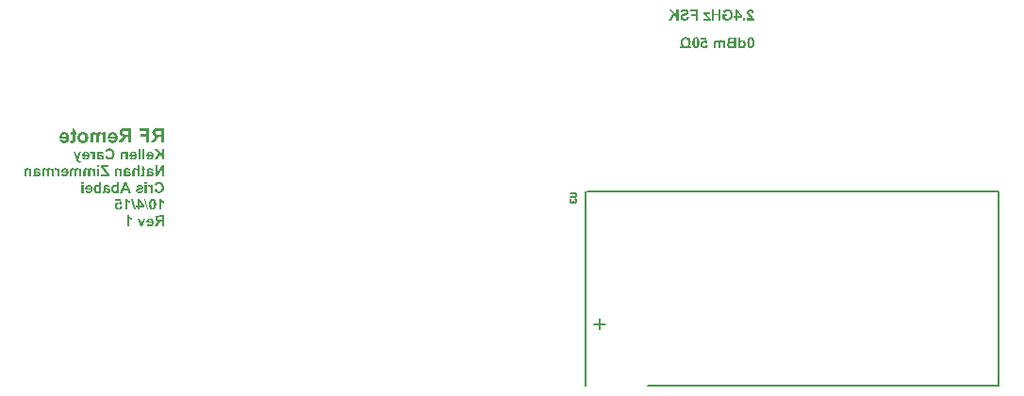
<source format=gbo>
G04 Layer_Color=32896*
%FSLAX24Y24*%
%MOIN*%
G70*
G01*
G75*
%ADD30C,0.0080*%
%ADD50C,0.0050*%
G36*
X-12822Y984D02*
X-12900D01*
Y1147D01*
X-13060D01*
Y1212D01*
X-12900D01*
Y1303D01*
X-13086D01*
Y1368D01*
X-12822D01*
Y984D01*
D02*
G37*
G36*
X-34838Y-2901D02*
Y-2975D01*
X-34793D01*
Y-3053D01*
X-34838D01*
Y-3215D01*
Y-3225D01*
Y-3233D01*
Y-3241D01*
X-34839Y-3248D01*
Y-3260D01*
X-34839Y-3270D01*
X-34840Y-3277D01*
Y-3281D01*
X-34841Y-3284D01*
Y-3285D01*
X-34842Y-3293D01*
X-34845Y-3301D01*
X-34847Y-3307D01*
X-34849Y-3312D01*
X-34851Y-3317D01*
X-34853Y-3320D01*
X-34853Y-3322D01*
X-34854Y-3323D01*
X-34859Y-3328D01*
X-34864Y-3332D01*
X-34874Y-3340D01*
X-34879Y-3342D01*
X-34882Y-3344D01*
X-34885Y-3345D01*
X-34886Y-3346D01*
X-34894Y-3349D01*
X-34902Y-3351D01*
X-34910Y-3352D01*
X-34918Y-3353D01*
X-34924Y-3354D01*
X-34930Y-3355D01*
X-34934D01*
X-34950Y-3354D01*
X-34964Y-3352D01*
X-34978Y-3350D01*
X-34989Y-3347D01*
X-34998Y-3345D01*
X-35006Y-3343D01*
X-35010Y-3341D01*
X-35011Y-3341D01*
X-35012D01*
X-35003Y-3264D01*
X-34994Y-3267D01*
X-34986Y-3270D01*
X-34979Y-3271D01*
X-34973Y-3272D01*
X-34969Y-3272D01*
X-34966Y-3273D01*
X-34963D01*
X-34956Y-3272D01*
X-34951Y-3271D01*
X-34948Y-3270D01*
X-34947Y-3269D01*
X-34942Y-3264D01*
X-34940Y-3261D01*
X-34939Y-3258D01*
X-34938Y-3256D01*
Y-3255D01*
X-34937Y-3252D01*
Y-3245D01*
Y-3236D01*
X-34936Y-3227D01*
Y-3218D01*
Y-3211D01*
Y-3208D01*
Y-3206D01*
Y-3204D01*
Y-3204D01*
Y-3053D01*
X-35004D01*
Y-2975D01*
X-34936D01*
Y-2843D01*
X-34838Y-2901D01*
D02*
G37*
G36*
X-12477Y179D02*
X-12537Y170D01*
X-12542Y175D01*
X-12547Y180D01*
X-12552Y184D01*
X-12557Y187D01*
X-12566Y192D01*
X-12575Y195D01*
X-12583Y197D01*
X-12588Y198D01*
X-12591Y199D01*
X-12594D01*
X-12603Y198D01*
X-12611Y196D01*
X-12618Y193D01*
X-12624Y190D01*
X-12629Y186D01*
X-12633Y183D01*
X-12635Y181D01*
X-12636Y180D01*
X-12641Y173D01*
X-12645Y165D01*
X-12648Y156D01*
X-12649Y147D01*
X-12651Y139D01*
X-12652Y133D01*
Y130D01*
Y129D01*
Y128D01*
Y127D01*
X-12651Y114D01*
X-12649Y102D01*
X-12647Y93D01*
X-12644Y85D01*
X-12641Y78D01*
X-12638Y74D01*
X-12636Y72D01*
X-12636Y70D01*
X-12629Y64D01*
X-12623Y59D01*
X-12616Y56D01*
X-12610Y54D01*
X-12604Y53D01*
X-12600Y52D01*
X-12597Y52D01*
X-12596D01*
X-12589Y52D01*
X-12582Y54D01*
X-12576Y56D01*
X-12571Y59D01*
X-12566Y62D01*
X-12563Y64D01*
X-12561Y65D01*
X-12560Y66D01*
X-12555Y72D01*
X-12551Y78D01*
X-12547Y85D01*
X-12545Y91D01*
X-12543Y97D01*
X-12542Y102D01*
X-12542Y104D01*
Y105D01*
X-12468Y98D01*
X-12470Y89D01*
X-12472Y80D01*
X-12477Y65D01*
X-12483Y52D01*
X-12487Y47D01*
X-12491Y41D01*
X-12494Y37D01*
X-12497Y33D01*
X-12500Y29D01*
X-12502Y26D01*
X-12505Y24D01*
X-12506Y22D01*
X-12507Y22D01*
X-12508Y21D01*
X-12515Y16D01*
X-12521Y12D01*
X-12528Y8D01*
X-12536Y5D01*
X-12551Y-1D01*
X-12564Y-4D01*
X-12571Y-5D01*
X-12576Y-6D01*
X-12582Y-6D01*
X-12586Y-7D01*
X-12590Y-7D01*
X-12595D01*
X-12607Y-7D01*
X-12619Y-5D01*
X-12629Y-3D01*
X-12639Y1D01*
X-12649Y4D01*
X-12657Y9D01*
X-12665Y13D01*
X-12672Y18D01*
X-12678Y23D01*
X-12684Y27D01*
X-12689Y32D01*
X-12693Y36D01*
X-12695Y39D01*
X-12698Y41D01*
X-12699Y43D01*
X-12699Y43D01*
X-12704Y51D01*
X-12709Y58D01*
X-12712Y65D01*
X-12715Y73D01*
X-12720Y87D01*
X-12724Y100D01*
X-12725Y106D01*
X-12725Y112D01*
X-12727Y117D01*
Y121D01*
X-12727Y124D01*
Y127D01*
Y128D01*
Y129D01*
X-12727Y139D01*
X-12725Y149D01*
X-12724Y159D01*
X-12722Y168D01*
X-12719Y175D01*
X-12716Y183D01*
X-12713Y190D01*
X-12710Y196D01*
X-12707Y202D01*
X-12704Y207D01*
X-12700Y211D01*
X-12698Y215D01*
X-12696Y218D01*
X-12694Y220D01*
X-12693Y221D01*
X-12693Y221D01*
X-12686Y228D01*
X-12679Y233D01*
X-12672Y238D01*
X-12665Y243D01*
X-12658Y246D01*
X-12651Y249D01*
X-12638Y253D01*
X-12632Y255D01*
X-12627Y256D01*
X-12622Y256D01*
X-12618Y257D01*
X-12614Y258D01*
X-12609D01*
X-12600Y257D01*
X-12591Y255D01*
X-12582Y254D01*
X-12574Y251D01*
X-12568Y249D01*
X-12563Y247D01*
X-12560Y245D01*
X-12559Y245D01*
X-12559D01*
X-12571Y310D01*
X-12710D01*
Y379D01*
X-12515D01*
X-12477Y179D01*
D02*
G37*
G36*
X-13268Y1375D02*
X-13253Y1373D01*
X-13240Y1371D01*
X-13229Y1369D01*
X-13224Y1367D01*
X-13220Y1366D01*
X-13217Y1365D01*
X-13213Y1364D01*
X-13211Y1363D01*
X-13209Y1362D01*
X-13208Y1362D01*
X-13208D01*
X-13197Y1356D01*
X-13187Y1350D01*
X-13179Y1343D01*
X-13172Y1337D01*
X-13167Y1332D01*
X-13163Y1327D01*
X-13161Y1324D01*
X-13160Y1323D01*
Y1323D01*
X-13154Y1313D01*
X-13151Y1303D01*
X-13148Y1294D01*
X-13146Y1286D01*
X-13145Y1278D01*
X-13144Y1273D01*
Y1271D01*
Y1269D01*
Y1268D01*
Y1268D01*
X-13144Y1260D01*
X-13146Y1251D01*
X-13147Y1244D01*
X-13149Y1237D01*
X-13155Y1223D01*
X-13162Y1212D01*
X-13164Y1207D01*
X-13168Y1203D01*
X-13171Y1199D01*
X-13173Y1196D01*
X-13176Y1193D01*
X-13177Y1192D01*
X-13178Y1191D01*
X-13179Y1190D01*
X-13184Y1186D01*
X-13190Y1182D01*
X-13196Y1178D01*
X-13203Y1175D01*
X-13217Y1169D01*
X-13232Y1163D01*
X-13239Y1161D01*
X-13245Y1159D01*
X-13251Y1157D01*
X-13256Y1155D01*
X-13260Y1154D01*
X-13263Y1153D01*
X-13265Y1152D01*
X-13266D01*
X-13275Y1150D01*
X-13283Y1148D01*
X-13290Y1146D01*
X-13297Y1145D01*
X-13302Y1143D01*
X-13307Y1142D01*
X-13312Y1140D01*
X-13315Y1139D01*
X-13319Y1139D01*
X-13321Y1137D01*
X-13325Y1136D01*
X-13328Y1135D01*
X-13328D01*
X-13335Y1132D01*
X-13341Y1130D01*
X-13346Y1127D01*
X-13350Y1124D01*
X-13353Y1122D01*
X-13354Y1120D01*
X-13355Y1119D01*
X-13356Y1119D01*
X-13359Y1115D01*
X-13361Y1111D01*
X-13362Y1107D01*
X-13363Y1104D01*
X-13364Y1100D01*
X-13364Y1097D01*
Y1096D01*
Y1095D01*
X-13364Y1087D01*
X-13361Y1081D01*
X-13358Y1074D01*
X-13355Y1069D01*
X-13351Y1064D01*
X-13348Y1061D01*
X-13346Y1059D01*
X-13345Y1058D01*
X-13337Y1053D01*
X-13328Y1049D01*
X-13319Y1046D01*
X-13310Y1045D01*
X-13302Y1044D01*
X-13295Y1043D01*
X-13289D01*
X-13276Y1043D01*
X-13265Y1045D01*
X-13255Y1048D01*
X-13247Y1051D01*
X-13240Y1055D01*
X-13236Y1058D01*
X-13233Y1060D01*
X-13232Y1060D01*
X-13225Y1068D01*
X-13219Y1076D01*
X-13214Y1086D01*
X-13211Y1095D01*
X-13208Y1104D01*
X-13206Y1110D01*
X-13205Y1112D01*
Y1115D01*
X-13205Y1116D01*
Y1116D01*
X-13129Y1109D01*
X-13131Y1097D01*
X-13133Y1086D01*
X-13137Y1076D01*
X-13139Y1066D01*
X-13143Y1058D01*
X-13147Y1049D01*
X-13151Y1042D01*
X-13155Y1035D01*
X-13159Y1030D01*
X-13163Y1025D01*
X-13166Y1020D01*
X-13169Y1016D01*
X-13172Y1014D01*
X-13174Y1012D01*
X-13175Y1011D01*
X-13176Y1010D01*
X-13183Y1004D01*
X-13192Y999D01*
X-13201Y995D01*
X-13210Y991D01*
X-13219Y988D01*
X-13228Y985D01*
X-13247Y981D01*
X-13255Y980D01*
X-13263Y979D01*
X-13269Y978D01*
X-13275Y978D01*
X-13280Y977D01*
X-13288D01*
X-13305Y978D01*
X-13321Y979D01*
X-13336Y981D01*
X-13342Y983D01*
X-13348Y984D01*
X-13353Y985D01*
X-13358Y986D01*
X-13361Y988D01*
X-13365Y989D01*
X-13368Y990D01*
X-13369Y990D01*
X-13370Y991D01*
X-13371D01*
X-13383Y997D01*
X-13393Y1004D01*
X-13403Y1010D01*
X-13410Y1018D01*
X-13415Y1024D01*
X-13420Y1029D01*
X-13422Y1033D01*
X-13423Y1033D01*
Y1034D01*
X-13429Y1045D01*
X-13434Y1055D01*
X-13437Y1066D01*
X-13440Y1076D01*
X-13441Y1084D01*
X-13441Y1087D01*
X-13442Y1090D01*
Y1092D01*
Y1094D01*
Y1095D01*
Y1096D01*
X-13441Y1109D01*
X-13440Y1121D01*
X-13437Y1131D01*
X-13434Y1140D01*
X-13431Y1147D01*
X-13429Y1152D01*
X-13427Y1156D01*
X-13426Y1157D01*
X-13420Y1166D01*
X-13413Y1174D01*
X-13406Y1180D01*
X-13399Y1186D01*
X-13393Y1190D01*
X-13388Y1193D01*
X-13385Y1196D01*
X-13384Y1196D01*
X-13384D01*
X-13378Y1199D01*
X-13373Y1202D01*
X-13359Y1207D01*
X-13345Y1211D01*
X-13332Y1216D01*
X-13326Y1217D01*
X-13320Y1219D01*
X-13314Y1221D01*
X-13310Y1222D01*
X-13306Y1223D01*
X-13303Y1223D01*
X-13301Y1224D01*
X-13300D01*
X-13290Y1227D01*
X-13282Y1229D01*
X-13273Y1231D01*
X-13265Y1233D01*
X-13259Y1236D01*
X-13253Y1238D01*
X-13248Y1240D01*
X-13244Y1242D01*
X-13240Y1243D01*
X-13237Y1245D01*
X-13234Y1246D01*
X-13233Y1247D01*
X-13230Y1249D01*
X-13229Y1250D01*
X-13225Y1253D01*
X-13223Y1257D01*
X-13221Y1261D01*
X-13220Y1265D01*
X-13219Y1268D01*
X-13218Y1271D01*
Y1272D01*
Y1273D01*
X-13219Y1278D01*
X-13220Y1283D01*
X-13222Y1287D01*
X-13224Y1291D01*
X-13227Y1293D01*
X-13229Y1295D01*
X-13230Y1296D01*
X-13230Y1297D01*
X-13238Y1302D01*
X-13247Y1305D01*
X-13255Y1308D01*
X-13264Y1309D01*
X-13271Y1311D01*
X-13277Y1311D01*
X-13283D01*
X-13294Y1311D01*
X-13304Y1309D01*
X-13313Y1307D01*
X-13319Y1304D01*
X-13325Y1302D01*
X-13329Y1300D01*
X-13331Y1298D01*
X-13331Y1298D01*
X-13337Y1292D01*
X-13342Y1286D01*
X-13346Y1279D01*
X-13349Y1272D01*
X-13351Y1266D01*
X-13352Y1261D01*
X-13353Y1257D01*
Y1256D01*
Y1256D01*
X-13431Y1258D01*
X-13430Y1268D01*
X-13429Y1277D01*
X-13426Y1286D01*
X-13424Y1294D01*
X-13421Y1302D01*
X-13418Y1309D01*
X-13414Y1315D01*
X-13411Y1321D01*
X-13407Y1326D01*
X-13404Y1331D01*
X-13400Y1334D01*
X-13398Y1338D01*
X-13395Y1340D01*
X-13394Y1342D01*
X-13393Y1343D01*
X-13392Y1343D01*
X-13385Y1349D01*
X-13377Y1354D01*
X-13369Y1358D01*
X-13360Y1362D01*
X-13351Y1365D01*
X-13342Y1368D01*
X-13324Y1372D01*
X-13316Y1373D01*
X-13309Y1374D01*
X-13302Y1374D01*
X-13295Y1375D01*
X-13290Y1376D01*
X-13284D01*
X-13268Y1375D01*
D02*
G37*
G36*
X-11271Y1125D02*
Y1061D01*
X-11429D01*
Y984D01*
X-11500D01*
Y1061D01*
X-11548D01*
Y1126D01*
X-11500D01*
Y1370D01*
X-11438D01*
X-11271Y1125D01*
D02*
G37*
G36*
X-31693Y-3346D02*
X-31797D01*
Y-3133D01*
X-31830D01*
X-31840Y-3133D01*
X-31849Y-3134D01*
X-31856Y-3136D01*
X-31862Y-3136D01*
X-31866Y-3138D01*
X-31868Y-3139D01*
X-31869D01*
X-31875Y-3141D01*
X-31881Y-3144D01*
X-31886Y-3148D01*
X-31891Y-3151D01*
X-31895Y-3155D01*
X-31898Y-3158D01*
X-31899Y-3159D01*
X-31900Y-3160D01*
X-31903Y-3164D01*
X-31907Y-3167D01*
X-31915Y-3178D01*
X-31924Y-3190D01*
X-31933Y-3204D01*
X-31942Y-3215D01*
X-31945Y-3221D01*
X-31948Y-3226D01*
X-31951Y-3230D01*
X-31953Y-3232D01*
X-31954Y-3235D01*
X-31955Y-3235D01*
X-32029Y-3346D01*
X-32153D01*
X-32090Y-3247D01*
X-32084Y-3236D01*
X-32077Y-3226D01*
X-32071Y-3217D01*
X-32065Y-3209D01*
X-32060Y-3201D01*
X-32056Y-3194D01*
X-32047Y-3183D01*
X-32040Y-3174D01*
X-32036Y-3168D01*
X-32032Y-3164D01*
X-32031Y-3164D01*
X-32023Y-3155D01*
X-32013Y-3147D01*
X-32004Y-3140D01*
X-31996Y-3133D01*
X-31988Y-3128D01*
X-31982Y-3124D01*
X-31978Y-3122D01*
X-31977Y-3121D01*
X-31976D01*
X-31989Y-3119D01*
X-32000Y-3116D01*
X-32010Y-3113D01*
X-32021Y-3109D01*
X-32030Y-3105D01*
X-32038Y-3102D01*
X-32046Y-3098D01*
X-32053Y-3093D01*
X-32058Y-3090D01*
X-32064Y-3086D01*
X-32068Y-3082D01*
X-32071Y-3079D01*
X-32074Y-3077D01*
X-32076Y-3075D01*
X-32077Y-3074D01*
X-32078Y-3073D01*
X-32084Y-3066D01*
X-32089Y-3059D01*
X-32098Y-3042D01*
X-32104Y-3027D01*
X-32107Y-3011D01*
X-32110Y-2998D01*
X-32111Y-2993D01*
Y-2988D01*
X-32112Y-2984D01*
Y-2980D01*
Y-2979D01*
Y-2978D01*
X-32111Y-2962D01*
X-32108Y-2946D01*
X-32104Y-2933D01*
X-32101Y-2921D01*
X-32096Y-2911D01*
X-32093Y-2904D01*
X-32091Y-2902D01*
X-32090Y-2900D01*
X-32089Y-2899D01*
Y-2898D01*
X-32080Y-2885D01*
X-32070Y-2875D01*
X-32061Y-2867D01*
X-32051Y-2860D01*
X-32042Y-2855D01*
X-32036Y-2851D01*
X-32031Y-2849D01*
X-32030Y-2848D01*
X-32030D01*
X-32022Y-2846D01*
X-32014Y-2844D01*
X-31996Y-2840D01*
X-31976Y-2838D01*
X-31956Y-2836D01*
X-31947D01*
X-31939Y-2835D01*
X-31930D01*
X-31924Y-2834D01*
X-31693D01*
Y-3346D01*
D02*
G37*
G36*
X-32209D02*
X-32313D01*
Y-3129D01*
X-32527D01*
Y-3042D01*
X-32313D01*
Y-2921D01*
X-32561D01*
Y-2834D01*
X-32209D01*
Y-3346D01*
D02*
G37*
G36*
X-33489Y-2968D02*
X-33476Y-2969D01*
X-33464Y-2972D01*
X-33453Y-2975D01*
X-33442Y-2979D01*
X-33432Y-2983D01*
X-33422Y-2988D01*
X-33414Y-2993D01*
X-33407Y-2998D01*
X-33400Y-3003D01*
X-33394Y-3008D01*
X-33390Y-3011D01*
X-33386Y-3014D01*
X-33383Y-3017D01*
X-33382Y-3019D01*
X-33381Y-3019D01*
X-33373Y-3030D01*
X-33365Y-3041D01*
X-33359Y-3052D01*
X-33353Y-3064D01*
X-33348Y-3076D01*
X-33345Y-3088D01*
X-33339Y-3111D01*
X-33336Y-3122D01*
X-33335Y-3132D01*
X-33334Y-3141D01*
X-33333Y-3148D01*
X-33333Y-3155D01*
Y-3160D01*
Y-3163D01*
Y-3164D01*
X-33333Y-3178D01*
X-33334Y-3192D01*
X-33336Y-3204D01*
X-33339Y-3216D01*
X-33341Y-3228D01*
X-33345Y-3238D01*
X-33348Y-3248D01*
X-33351Y-3257D01*
X-33354Y-3265D01*
X-33358Y-3272D01*
X-33361Y-3278D01*
X-33363Y-3283D01*
X-33366Y-3287D01*
X-33368Y-3289D01*
X-33368Y-3291D01*
X-33369Y-3292D01*
X-33379Y-3303D01*
X-33388Y-3312D01*
X-33399Y-3321D01*
X-33411Y-3328D01*
X-33423Y-3334D01*
X-33435Y-3339D01*
X-33447Y-3343D01*
X-33459Y-3346D01*
X-33469Y-3349D01*
X-33479Y-3351D01*
X-33489Y-3352D01*
X-33497Y-3354D01*
X-33504D01*
X-33508Y-3355D01*
X-33513D01*
X-33534Y-3353D01*
X-33554Y-3350D01*
X-33571Y-3346D01*
X-33586Y-3341D01*
X-33592Y-3338D01*
X-33598Y-3335D01*
X-33603Y-3333D01*
X-33607Y-3331D01*
X-33610Y-3329D01*
X-33612Y-3328D01*
X-33613Y-3326D01*
X-33614D01*
X-33628Y-3315D01*
X-33641Y-3302D01*
X-33651Y-3288D01*
X-33659Y-3275D01*
X-33666Y-3263D01*
X-33668Y-3258D01*
X-33670Y-3253D01*
X-33672Y-3250D01*
X-33673Y-3247D01*
X-33674Y-3245D01*
Y-3244D01*
X-33576Y-3228D01*
X-33573Y-3238D01*
X-33569Y-3247D01*
X-33565Y-3253D01*
X-33561Y-3259D01*
X-33558Y-3264D01*
X-33555Y-3267D01*
X-33553Y-3268D01*
X-33552Y-3269D01*
X-33546Y-3273D01*
X-33539Y-3276D01*
X-33533Y-3278D01*
X-33527Y-3280D01*
X-33521Y-3281D01*
X-33517Y-3281D01*
X-33513D01*
X-33501Y-3281D01*
X-33490Y-3278D01*
X-33480Y-3274D01*
X-33472Y-3270D01*
X-33465Y-3265D01*
X-33461Y-3261D01*
X-33457Y-3258D01*
X-33456Y-3258D01*
X-33449Y-3248D01*
X-33444Y-3237D01*
X-33439Y-3225D01*
X-33436Y-3215D01*
X-33435Y-3204D01*
X-33434Y-3197D01*
X-33433Y-3194D01*
Y-3192D01*
Y-3190D01*
Y-3190D01*
X-33679D01*
Y-3169D01*
X-33678Y-3150D01*
X-33675Y-3133D01*
X-33672Y-3116D01*
X-33669Y-3101D01*
X-33665Y-3087D01*
X-33661Y-3075D01*
X-33656Y-3064D01*
X-33652Y-3054D01*
X-33647Y-3045D01*
X-33644Y-3039D01*
X-33640Y-3033D01*
X-33637Y-3028D01*
X-33635Y-3025D01*
X-33633Y-3023D01*
X-33632Y-3022D01*
X-33624Y-3013D01*
X-33613Y-3004D01*
X-33603Y-2996D01*
X-33592Y-2991D01*
X-33581Y-2985D01*
X-33570Y-2980D01*
X-33560Y-2976D01*
X-33550Y-2973D01*
X-33540Y-2971D01*
X-33531Y-2970D01*
X-33523Y-2968D01*
X-33516Y-2968D01*
X-33510Y-2967D01*
X-33502D01*
X-33489Y-2968D01*
D02*
G37*
G36*
X-35199D02*
X-35186Y-2969D01*
X-35174Y-2972D01*
X-35163Y-2975D01*
X-35152Y-2979D01*
X-35142Y-2983D01*
X-35132Y-2988D01*
X-35124Y-2993D01*
X-35117Y-2998D01*
X-35110Y-3003D01*
X-35104Y-3008D01*
X-35100Y-3011D01*
X-35096Y-3014D01*
X-35093Y-3017D01*
X-35092Y-3019D01*
X-35091Y-3019D01*
X-35083Y-3030D01*
X-35075Y-3041D01*
X-35069Y-3052D01*
X-35063Y-3064D01*
X-35058Y-3076D01*
X-35055Y-3088D01*
X-35049Y-3111D01*
X-35047Y-3122D01*
X-35045Y-3132D01*
X-35044Y-3141D01*
X-35044Y-3148D01*
X-35043Y-3155D01*
Y-3160D01*
Y-3163D01*
Y-3164D01*
X-35044Y-3178D01*
X-35044Y-3192D01*
X-35047Y-3204D01*
X-35049Y-3216D01*
X-35051Y-3228D01*
X-35055Y-3238D01*
X-35058Y-3248D01*
X-35061Y-3257D01*
X-35064Y-3265D01*
X-35068Y-3272D01*
X-35071Y-3278D01*
X-35073Y-3283D01*
X-35076Y-3287D01*
X-35078Y-3289D01*
X-35078Y-3291D01*
X-35079Y-3292D01*
X-35089Y-3303D01*
X-35098Y-3312D01*
X-35109Y-3321D01*
X-35121Y-3328D01*
X-35133Y-3334D01*
X-35145Y-3339D01*
X-35157Y-3343D01*
X-35169Y-3346D01*
X-35179Y-3349D01*
X-35189Y-3351D01*
X-35199Y-3352D01*
X-35207Y-3354D01*
X-35214D01*
X-35218Y-3355D01*
X-35223D01*
X-35244Y-3353D01*
X-35264Y-3350D01*
X-35281Y-3346D01*
X-35296Y-3341D01*
X-35303Y-3338D01*
X-35308Y-3335D01*
X-35313Y-3333D01*
X-35317Y-3331D01*
X-35320Y-3329D01*
X-35323Y-3328D01*
X-35323Y-3326D01*
X-35324D01*
X-35338Y-3315D01*
X-35351Y-3302D01*
X-35361Y-3288D01*
X-35369Y-3275D01*
X-35376Y-3263D01*
X-35378Y-3258D01*
X-35380Y-3253D01*
X-35382Y-3250D01*
X-35383Y-3247D01*
X-35384Y-3245D01*
Y-3244D01*
X-35286Y-3228D01*
X-35283Y-3238D01*
X-35279Y-3247D01*
X-35275Y-3253D01*
X-35271Y-3259D01*
X-35268Y-3264D01*
X-35265Y-3267D01*
X-35263Y-3268D01*
X-35262Y-3269D01*
X-35256Y-3273D01*
X-35249Y-3276D01*
X-35243Y-3278D01*
X-35237Y-3280D01*
X-35232Y-3281D01*
X-35227Y-3281D01*
X-35223D01*
X-35212Y-3281D01*
X-35201Y-3278D01*
X-35190Y-3274D01*
X-35182Y-3270D01*
X-35175Y-3265D01*
X-35171Y-3261D01*
X-35167Y-3258D01*
X-35166Y-3258D01*
X-35159Y-3248D01*
X-35154Y-3237D01*
X-35149Y-3225D01*
X-35146Y-3215D01*
X-35145Y-3204D01*
X-35144Y-3197D01*
X-35144Y-3194D01*
Y-3192D01*
Y-3190D01*
Y-3190D01*
X-35389D01*
Y-3169D01*
X-35388Y-3150D01*
X-35386Y-3133D01*
X-35383Y-3116D01*
X-35379Y-3101D01*
X-35375Y-3087D01*
X-35371Y-3075D01*
X-35366Y-3064D01*
X-35362Y-3054D01*
X-35357Y-3045D01*
X-35354Y-3039D01*
X-35350Y-3033D01*
X-35347Y-3028D01*
X-35345Y-3025D01*
X-35343Y-3023D01*
X-35343Y-3022D01*
X-35334Y-3013D01*
X-35323Y-3004D01*
X-35313Y-2996D01*
X-35303Y-2991D01*
X-35292Y-2985D01*
X-35280Y-2980D01*
X-35270Y-2976D01*
X-35260Y-2973D01*
X-35250Y-2971D01*
X-35241Y-2970D01*
X-35233Y-2968D01*
X-35226Y-2968D01*
X-35220Y-2967D01*
X-35212D01*
X-35199Y-2968D01*
D02*
G37*
G36*
X-32215Y-4834D02*
X-32209Y-4834D01*
X-32204Y-4836D01*
X-32199Y-4838D01*
X-32195Y-4839D01*
X-32192Y-4841D01*
X-32190Y-4842D01*
X-32190Y-4842D01*
X-32184Y-4846D01*
X-32179Y-4852D01*
X-32174Y-4858D01*
X-32169Y-4864D01*
X-32165Y-4870D01*
X-32161Y-4875D01*
X-32159Y-4878D01*
X-32159Y-4879D01*
Y-4839D01*
X-32090D01*
Y-5118D01*
X-32164D01*
Y-5033D01*
Y-5020D01*
Y-5008D01*
X-32165Y-4998D01*
X-32165Y-4988D01*
Y-4979D01*
X-32166Y-4972D01*
X-32166Y-4965D01*
X-32167Y-4959D01*
X-32167Y-4954D01*
X-32168Y-4950D01*
X-32169Y-4947D01*
Y-4944D01*
X-32169Y-4942D01*
X-32170Y-4941D01*
Y-4939D01*
X-32172Y-4932D01*
X-32175Y-4925D01*
X-32177Y-4919D01*
X-32180Y-4916D01*
X-32182Y-4912D01*
X-32185Y-4910D01*
X-32186Y-4909D01*
X-32186Y-4908D01*
X-32191Y-4906D01*
X-32195Y-4903D01*
X-32200Y-4902D01*
X-32204Y-4901D01*
X-32207Y-4900D01*
X-32210Y-4899D01*
X-32212D01*
X-32218Y-4900D01*
X-32225Y-4901D01*
X-32230Y-4903D01*
X-32236Y-4906D01*
X-32240Y-4908D01*
X-32243Y-4910D01*
X-32246Y-4911D01*
X-32247Y-4912D01*
X-32270Y-4848D01*
X-32261Y-4843D01*
X-32253Y-4839D01*
X-32245Y-4837D01*
X-32237Y-4835D01*
X-32231Y-4834D01*
X-32226Y-4833D01*
X-32221D01*
X-32215Y-4834D01*
D02*
G37*
G36*
X-32407Y-5568D02*
Y-5632D01*
X-32565D01*
Y-5709D01*
X-32636D01*
Y-5632D01*
X-32684D01*
Y-5567D01*
X-32636D01*
Y-5323D01*
X-32574D01*
X-32407Y-5568D01*
D02*
G37*
G36*
X-32991Y-5335D02*
X-32983Y-5347D01*
X-32976Y-5358D01*
X-32968Y-5367D01*
X-32961Y-5374D01*
X-32955Y-5380D01*
X-32953Y-5382D01*
X-32951Y-5383D01*
X-32950Y-5384D01*
X-32949Y-5385D01*
X-32937Y-5393D01*
X-32926Y-5401D01*
X-32915Y-5407D01*
X-32906Y-5412D01*
X-32898Y-5415D01*
X-32892Y-5418D01*
X-32890Y-5418D01*
X-32888Y-5419D01*
X-32888Y-5420D01*
X-32887D01*
Y-5486D01*
X-32907Y-5478D01*
X-32925Y-5470D01*
X-32933Y-5466D01*
X-32941Y-5461D01*
X-32948Y-5456D01*
X-32955Y-5452D01*
X-32961Y-5447D01*
X-32967Y-5443D01*
X-32971Y-5440D01*
X-32975Y-5437D01*
X-32978Y-5434D01*
X-32981Y-5432D01*
X-32982Y-5431D01*
X-32982Y-5431D01*
Y-5709D01*
X-33056D01*
Y-5322D01*
X-32996D01*
X-32991Y-5335D01*
D02*
G37*
G36*
X-32302Y-5118D02*
X-32376D01*
Y-4839D01*
X-32302D01*
Y-5118D01*
D02*
G37*
G36*
X-32247Y-5715D02*
X-32302D01*
X-32398Y-5318D01*
X-32342D01*
X-32247Y-5715D01*
D02*
G37*
G36*
X-33945Y-2968D02*
X-33934Y-2969D01*
X-33923Y-2972D01*
X-33911Y-2976D01*
X-33892Y-2985D01*
X-33883Y-2991D01*
X-33875Y-2996D01*
X-33868Y-3002D01*
X-33861Y-3008D01*
X-33856Y-3012D01*
X-33851Y-3016D01*
X-33848Y-3021D01*
X-33845Y-3024D01*
X-33843Y-3025D01*
X-33843Y-3026D01*
Y-2975D01*
X-33752D01*
Y-3346D01*
X-33851D01*
Y-3167D01*
Y-3148D01*
X-33852Y-3132D01*
X-33853Y-3119D01*
X-33854Y-3108D01*
X-33856Y-3101D01*
X-33857Y-3095D01*
X-33858Y-3091D01*
Y-3090D01*
X-33862Y-3082D01*
X-33866Y-3075D01*
X-33870Y-3069D01*
X-33874Y-3064D01*
X-33878Y-3060D01*
X-33881Y-3057D01*
X-33883Y-3056D01*
X-33884Y-3055D01*
X-33891Y-3050D01*
X-33898Y-3047D01*
X-33905Y-3045D01*
X-33911Y-3044D01*
X-33917Y-3043D01*
X-33921Y-3042D01*
X-33931D01*
X-33937Y-3044D01*
X-33943Y-3045D01*
X-33947Y-3046D01*
X-33950Y-3047D01*
X-33952Y-3049D01*
X-33954Y-3050D01*
X-33954Y-3050D01*
X-33958Y-3053D01*
X-33962Y-3057D01*
X-33967Y-3065D01*
X-33968Y-3068D01*
X-33970Y-3071D01*
X-33971Y-3073D01*
Y-3074D01*
X-33971Y-3077D01*
X-33973Y-3082D01*
X-33974Y-3092D01*
X-33975Y-3103D01*
X-33976Y-3115D01*
X-33977Y-3126D01*
Y-3135D01*
Y-3139D01*
Y-3141D01*
Y-3143D01*
Y-3144D01*
Y-3346D01*
X-34075D01*
Y-3169D01*
Y-3150D01*
X-34076Y-3135D01*
X-34077Y-3122D01*
X-34079Y-3110D01*
X-34080Y-3102D01*
X-34081Y-3096D01*
X-34082Y-3093D01*
Y-3092D01*
X-34086Y-3083D01*
X-34090Y-3076D01*
X-34094Y-3070D01*
X-34099Y-3065D01*
X-34102Y-3060D01*
X-34105Y-3057D01*
X-34108Y-3056D01*
X-34108Y-3055D01*
X-34115Y-3050D01*
X-34122Y-3047D01*
X-34129Y-3045D01*
X-34135Y-3044D01*
X-34140Y-3043D01*
X-34144Y-3042D01*
X-34147D01*
X-34157Y-3043D01*
X-34166Y-3045D01*
X-34173Y-3049D01*
X-34179Y-3053D01*
X-34184Y-3057D01*
X-34187Y-3060D01*
X-34189Y-3063D01*
X-34190Y-3064D01*
X-34191Y-3067D01*
X-34193Y-3071D01*
X-34196Y-3082D01*
X-34198Y-3093D01*
X-34199Y-3105D01*
X-34199Y-3116D01*
X-34200Y-3126D01*
Y-3130D01*
Y-3133D01*
Y-3134D01*
Y-3135D01*
Y-3346D01*
X-34298D01*
Y-3110D01*
X-34298Y-3091D01*
X-34297Y-3075D01*
X-34295Y-3062D01*
X-34293Y-3051D01*
X-34291Y-3043D01*
X-34290Y-3037D01*
X-34289Y-3033D01*
X-34288Y-3033D01*
X-34282Y-3021D01*
X-34276Y-3011D01*
X-34268Y-3003D01*
X-34261Y-2996D01*
X-34255Y-2991D01*
X-34250Y-2987D01*
X-34247Y-2985D01*
X-34245Y-2984D01*
X-34234Y-2978D01*
X-34222Y-2974D01*
X-34211Y-2971D01*
X-34200Y-2969D01*
X-34190Y-2968D01*
X-34183Y-2967D01*
X-34176D01*
X-34165Y-2968D01*
X-34153Y-2969D01*
X-34143Y-2971D01*
X-34134Y-2974D01*
X-34127Y-2977D01*
X-34121Y-2979D01*
X-34117Y-2981D01*
X-34116Y-2982D01*
X-34105Y-2988D01*
X-34096Y-2995D01*
X-34087Y-3002D01*
X-34079Y-3010D01*
X-34072Y-3016D01*
X-34068Y-3022D01*
X-34065Y-3025D01*
X-34063Y-3027D01*
X-34056Y-3016D01*
X-34049Y-3007D01*
X-34042Y-2999D01*
X-34035Y-2993D01*
X-34029Y-2988D01*
X-34024Y-2985D01*
X-34021Y-2982D01*
X-34019Y-2982D01*
X-34009Y-2976D01*
X-33999Y-2973D01*
X-33988Y-2971D01*
X-33979Y-2968D01*
X-33971Y-2968D01*
X-33964Y-2967D01*
X-33958D01*
X-33945Y-2968D01*
D02*
G37*
G36*
X-11996Y284D02*
X-11987Y283D01*
X-11979Y281D01*
X-11971Y278D01*
X-11956Y271D01*
X-11950Y266D01*
X-11943Y263D01*
X-11938Y259D01*
X-11933Y254D01*
X-11929Y251D01*
X-11926Y248D01*
X-11923Y244D01*
X-11921Y242D01*
X-11920Y241D01*
X-11919Y240D01*
Y279D01*
X-11851D01*
Y0D01*
X-11925D01*
Y135D01*
Y149D01*
X-11926Y161D01*
X-11927Y170D01*
X-11928Y179D01*
X-11929Y184D01*
X-11930Y189D01*
X-11931Y191D01*
Y192D01*
X-11933Y198D01*
X-11936Y204D01*
X-11940Y208D01*
X-11943Y212D01*
X-11946Y215D01*
X-11948Y217D01*
X-11950Y218D01*
X-11950Y219D01*
X-11956Y222D01*
X-11961Y224D01*
X-11966Y226D01*
X-11971Y227D01*
X-11975Y228D01*
X-11978Y228D01*
X-11986D01*
X-11990Y227D01*
X-11994Y226D01*
X-11997Y225D01*
X-11999Y224D01*
X-12001Y223D01*
X-12002Y223D01*
X-12003Y222D01*
X-12006Y220D01*
X-12008Y217D01*
X-12012Y211D01*
X-12013Y209D01*
X-12014Y206D01*
X-12015Y205D01*
Y204D01*
X-12016Y202D01*
X-12017Y199D01*
X-12018Y191D01*
X-12018Y183D01*
X-12019Y174D01*
X-12019Y165D01*
Y159D01*
Y156D01*
Y154D01*
Y153D01*
Y152D01*
Y0D01*
X-12093D01*
Y133D01*
Y147D01*
X-12094Y159D01*
X-12095Y169D01*
X-12096Y177D01*
X-12097Y183D01*
X-12098Y188D01*
X-12099Y190D01*
Y191D01*
X-12102Y198D01*
X-12104Y203D01*
X-12108Y208D01*
X-12111Y211D01*
X-12114Y215D01*
X-12116Y217D01*
X-12118Y218D01*
X-12118Y219D01*
X-12123Y222D01*
X-12129Y224D01*
X-12134Y226D01*
X-12138Y227D01*
X-12142Y228D01*
X-12145Y228D01*
X-12148D01*
X-12155Y228D01*
X-12162Y226D01*
X-12167Y223D01*
X-12172Y220D01*
X-12175Y217D01*
X-12177Y215D01*
X-12179Y213D01*
X-12179Y212D01*
X-12180Y209D01*
X-12182Y206D01*
X-12184Y199D01*
X-12185Y190D01*
X-12186Y181D01*
X-12187Y173D01*
X-12187Y165D01*
Y163D01*
Y160D01*
Y159D01*
Y159D01*
Y0D01*
X-12261D01*
Y178D01*
X-12260Y191D01*
X-12260Y204D01*
X-12259Y214D01*
X-12257Y221D01*
X-12255Y228D01*
X-12254Y232D01*
X-12254Y235D01*
X-12253Y235D01*
X-12249Y244D01*
X-12244Y251D01*
X-12238Y258D01*
X-12233Y263D01*
X-12228Y267D01*
X-12224Y270D01*
X-12222Y271D01*
X-12221Y272D01*
X-12213Y276D01*
X-12204Y279D01*
X-12195Y281D01*
X-12187Y283D01*
X-12180Y284D01*
X-12174Y285D01*
X-12169D01*
X-12160Y284D01*
X-12152Y283D01*
X-12144Y281D01*
X-12138Y279D01*
X-12132Y277D01*
X-12128Y275D01*
X-12125Y274D01*
X-12124Y274D01*
X-12116Y269D01*
X-12109Y264D01*
X-12102Y258D01*
X-12096Y253D01*
X-12091Y248D01*
X-12088Y244D01*
X-12086Y241D01*
X-12084Y240D01*
X-12079Y248D01*
X-12074Y255D01*
X-12068Y260D01*
X-12063Y265D01*
X-12059Y269D01*
X-12055Y271D01*
X-12053Y273D01*
X-12052Y274D01*
X-12044Y278D01*
X-12036Y280D01*
X-12028Y282D01*
X-12021Y284D01*
X-12015Y284D01*
X-12010Y285D01*
X-12006D01*
X-11996Y284D01*
D02*
G37*
G36*
X-32695Y-5715D02*
X-32750D01*
X-32846Y-5318D01*
X-32790D01*
X-32695Y-5715D01*
D02*
G37*
G36*
X-32086Y-5323D02*
X-32077Y-5324D01*
X-32068Y-5326D01*
X-32059Y-5328D01*
X-32051Y-5332D01*
X-32044Y-5335D01*
X-32038Y-5338D01*
X-32032Y-5342D01*
X-32027Y-5346D01*
X-32022Y-5350D01*
X-32018Y-5353D01*
X-32015Y-5356D01*
X-32013Y-5358D01*
X-32011Y-5361D01*
X-32010Y-5362D01*
X-32009Y-5362D01*
X-32003Y-5372D01*
X-31997Y-5383D01*
X-31992Y-5395D01*
X-31988Y-5407D01*
X-31984Y-5420D01*
X-31981Y-5433D01*
X-31979Y-5446D01*
X-31977Y-5458D01*
X-31975Y-5471D01*
X-31974Y-5482D01*
X-31973Y-5492D01*
X-31973Y-5501D01*
X-31972Y-5508D01*
Y-5514D01*
Y-5516D01*
Y-5518D01*
Y-5518D01*
Y-5519D01*
X-31973Y-5539D01*
X-31974Y-5557D01*
X-31975Y-5574D01*
X-31978Y-5590D01*
X-31980Y-5604D01*
X-31983Y-5617D01*
X-31986Y-5628D01*
X-31989Y-5638D01*
X-31992Y-5646D01*
X-31995Y-5654D01*
X-31998Y-5660D01*
X-32001Y-5665D01*
X-32003Y-5668D01*
X-32004Y-5671D01*
X-32005Y-5673D01*
X-32006Y-5673D01*
X-32013Y-5681D01*
X-32020Y-5687D01*
X-32027Y-5693D01*
X-32035Y-5698D01*
X-32042Y-5702D01*
X-32050Y-5705D01*
X-32057Y-5708D01*
X-32064Y-5710D01*
X-32071Y-5713D01*
X-32077Y-5714D01*
X-32083Y-5715D01*
X-32087Y-5715D01*
X-32091D01*
X-32094Y-5716D01*
X-32096D01*
X-32106Y-5715D01*
X-32116Y-5714D01*
X-32125Y-5712D01*
X-32134Y-5710D01*
X-32141Y-5707D01*
X-32149Y-5704D01*
X-32155Y-5700D01*
X-32161Y-5696D01*
X-32166Y-5693D01*
X-32171Y-5689D01*
X-32175Y-5685D01*
X-32178Y-5683D01*
X-32180Y-5680D01*
X-32182Y-5678D01*
X-32183Y-5677D01*
X-32184Y-5676D01*
X-32190Y-5667D01*
X-32196Y-5656D01*
X-32201Y-5644D01*
X-32205Y-5632D01*
X-32209Y-5619D01*
X-32212Y-5606D01*
X-32215Y-5593D01*
X-32217Y-5580D01*
X-32218Y-5568D01*
X-32219Y-5557D01*
X-32220Y-5546D01*
X-32221Y-5537D01*
X-32221Y-5530D01*
Y-5524D01*
Y-5522D01*
Y-5521D01*
Y-5520D01*
Y-5519D01*
X-32221Y-5499D01*
X-32220Y-5481D01*
X-32218Y-5464D01*
X-32215Y-5449D01*
X-32212Y-5434D01*
X-32210Y-5422D01*
X-32206Y-5410D01*
X-32202Y-5400D01*
X-32199Y-5391D01*
X-32196Y-5383D01*
X-32192Y-5377D01*
X-32190Y-5371D01*
X-32187Y-5367D01*
X-32185Y-5365D01*
X-32184Y-5363D01*
X-32184Y-5362D01*
X-32177Y-5355D01*
X-32171Y-5349D01*
X-32164Y-5344D01*
X-32156Y-5339D01*
X-32149Y-5335D01*
X-32142Y-5332D01*
X-32135Y-5330D01*
X-32128Y-5327D01*
X-32121Y-5326D01*
X-32116Y-5325D01*
X-32110Y-5323D01*
X-32106Y-5323D01*
X-32102Y-5322D01*
X-32096D01*
X-32086Y-5323D01*
D02*
G37*
G36*
X-32846Y-3346D02*
X-32949D01*
Y-3133D01*
X-32983D01*
X-32993Y-3133D01*
X-33002Y-3134D01*
X-33009Y-3136D01*
X-33015Y-3136D01*
X-33019Y-3138D01*
X-33021Y-3139D01*
X-33022D01*
X-33028Y-3141D01*
X-33034Y-3144D01*
X-33039Y-3148D01*
X-33044Y-3151D01*
X-33048Y-3155D01*
X-33051Y-3158D01*
X-33052Y-3159D01*
X-33053Y-3160D01*
X-33056Y-3164D01*
X-33060Y-3167D01*
X-33068Y-3178D01*
X-33077Y-3190D01*
X-33086Y-3204D01*
X-33094Y-3215D01*
X-33098Y-3221D01*
X-33101Y-3226D01*
X-33104Y-3230D01*
X-33106Y-3232D01*
X-33107Y-3235D01*
X-33108Y-3235D01*
X-33182Y-3346D01*
X-33306D01*
X-33243Y-3247D01*
X-33237Y-3236D01*
X-33230Y-3226D01*
X-33224Y-3217D01*
X-33218Y-3209D01*
X-33213Y-3201D01*
X-33208Y-3194D01*
X-33200Y-3183D01*
X-33193Y-3174D01*
X-33188Y-3168D01*
X-33185Y-3164D01*
X-33184Y-3164D01*
X-33176Y-3155D01*
X-33166Y-3147D01*
X-33157Y-3140D01*
X-33148Y-3133D01*
X-33141Y-3128D01*
X-33135Y-3124D01*
X-33131Y-3122D01*
X-33130Y-3121D01*
X-33129D01*
X-33142Y-3119D01*
X-33153Y-3116D01*
X-33163Y-3113D01*
X-33174Y-3109D01*
X-33183Y-3105D01*
X-33191Y-3102D01*
X-33199Y-3098D01*
X-33205Y-3093D01*
X-33211Y-3090D01*
X-33217Y-3086D01*
X-33221Y-3082D01*
X-33224Y-3079D01*
X-33227Y-3077D01*
X-33229Y-3075D01*
X-33230Y-3074D01*
X-33231Y-3073D01*
X-33237Y-3066D01*
X-33242Y-3059D01*
X-33251Y-3042D01*
X-33257Y-3027D01*
X-33260Y-3011D01*
X-33263Y-2998D01*
X-33264Y-2993D01*
Y-2988D01*
X-33265Y-2984D01*
Y-2980D01*
Y-2979D01*
Y-2978D01*
X-33264Y-2962D01*
X-33261Y-2946D01*
X-33257Y-2933D01*
X-33254Y-2921D01*
X-33249Y-2911D01*
X-33245Y-2904D01*
X-33244Y-2902D01*
X-33242Y-2900D01*
X-33242Y-2899D01*
Y-2898D01*
X-33233Y-2885D01*
X-33223Y-2875D01*
X-33214Y-2867D01*
X-33204Y-2860D01*
X-33195Y-2855D01*
X-33188Y-2851D01*
X-33184Y-2849D01*
X-33183Y-2848D01*
X-33183D01*
X-33175Y-2846D01*
X-33167Y-2844D01*
X-33148Y-2840D01*
X-33129Y-2838D01*
X-33109Y-2836D01*
X-33100D01*
X-33092Y-2835D01*
X-33083D01*
X-33077Y-2834D01*
X-32846D01*
Y-3346D01*
D02*
G37*
G36*
X-33704Y-4834D02*
X-33695Y-4835D01*
X-33688Y-4837D01*
X-33680Y-4838D01*
X-33673Y-4839D01*
X-33667Y-4842D01*
X-33661Y-4843D01*
X-33657Y-4845D01*
X-33653Y-4847D01*
X-33649Y-4849D01*
X-33646Y-4850D01*
X-33644Y-4852D01*
X-33642Y-4852D01*
X-33642Y-4853D01*
X-33641D01*
X-33632Y-4862D01*
X-33624Y-4871D01*
X-33617Y-4881D01*
X-33612Y-4891D01*
X-33608Y-4899D01*
X-33606Y-4903D01*
X-33605Y-4907D01*
X-33604Y-4909D01*
X-33603Y-4912D01*
X-33603Y-4913D01*
Y-4913D01*
X-33669Y-4926D01*
X-33671Y-4919D01*
X-33674Y-4913D01*
X-33677Y-4908D01*
X-33680Y-4904D01*
X-33683Y-4902D01*
X-33685Y-4900D01*
X-33686Y-4899D01*
X-33686Y-4898D01*
X-33691Y-4896D01*
X-33696Y-4893D01*
X-33701Y-4892D01*
X-33706Y-4891D01*
X-33711Y-4891D01*
X-33714Y-4890D01*
X-33718D01*
X-33728Y-4891D01*
X-33736Y-4892D01*
X-33743Y-4893D01*
X-33748Y-4894D01*
X-33752Y-4897D01*
X-33755Y-4898D01*
X-33756Y-4899D01*
X-33757Y-4899D01*
X-33761Y-4903D01*
X-33764Y-4908D01*
X-33765Y-4913D01*
X-33767Y-4918D01*
X-33767Y-4923D01*
X-33768Y-4927D01*
Y-4929D01*
Y-4930D01*
Y-4937D01*
X-33764Y-4939D01*
X-33759Y-4941D01*
X-33749Y-4944D01*
X-33736Y-4947D01*
X-33725Y-4949D01*
X-33714Y-4952D01*
X-33709Y-4953D01*
X-33704Y-4954D01*
X-33701Y-4954D01*
X-33698Y-4955D01*
X-33696Y-4956D01*
X-33696D01*
X-33683Y-4958D01*
X-33670Y-4961D01*
X-33660Y-4964D01*
X-33652Y-4967D01*
X-33645Y-4969D01*
X-33641Y-4971D01*
X-33638Y-4972D01*
X-33637Y-4973D01*
X-33630Y-4977D01*
X-33624Y-4981D01*
X-33618Y-4986D01*
X-33614Y-4990D01*
X-33610Y-4994D01*
X-33608Y-4998D01*
X-33607Y-5000D01*
X-33606Y-5001D01*
X-33602Y-5008D01*
X-33599Y-5015D01*
X-33598Y-5022D01*
X-33597Y-5029D01*
X-33595Y-5034D01*
X-33595Y-5039D01*
Y-5042D01*
Y-5043D01*
X-33595Y-5049D01*
X-33596Y-5055D01*
X-33599Y-5067D01*
X-33603Y-5077D01*
X-33607Y-5085D01*
X-33612Y-5092D01*
X-33615Y-5097D01*
X-33618Y-5100D01*
X-33619Y-5101D01*
Y-5101D01*
X-33629Y-5109D01*
X-33640Y-5115D01*
X-33652Y-5119D01*
X-33663Y-5121D01*
X-33672Y-5123D01*
X-33676Y-5124D01*
X-33680D01*
X-33683Y-5124D01*
X-33687D01*
X-33696Y-5124D01*
X-33705Y-5123D01*
X-33713Y-5121D01*
X-33719Y-5120D01*
X-33725Y-5118D01*
X-33729Y-5116D01*
X-33732Y-5116D01*
X-33733Y-5115D01*
X-33741Y-5111D01*
X-33749Y-5108D01*
X-33755Y-5103D01*
X-33761Y-5098D01*
X-33766Y-5094D01*
X-33770Y-5091D01*
X-33772Y-5089D01*
X-33774Y-5088D01*
X-33774Y-5090D01*
X-33775Y-5093D01*
X-33776Y-5095D01*
X-33776Y-5096D01*
Y-5096D01*
X-33778Y-5101D01*
X-33779Y-5106D01*
X-33780Y-5110D01*
X-33781Y-5113D01*
X-33782Y-5115D01*
X-33783Y-5117D01*
X-33784Y-5118D01*
Y-5118D01*
X-33856D01*
X-33853Y-5111D01*
X-33850Y-5104D01*
X-33848Y-5098D01*
X-33846Y-5093D01*
X-33845Y-5088D01*
X-33844Y-5084D01*
X-33843Y-5082D01*
Y-5081D01*
X-33842Y-5074D01*
X-33841Y-5065D01*
X-33840Y-5057D01*
Y-5048D01*
X-33840Y-5040D01*
Y-5033D01*
Y-5030D01*
Y-5029D01*
Y-5028D01*
Y-5027D01*
X-33841Y-4941D01*
Y-4932D01*
X-33840Y-4924D01*
X-33840Y-4917D01*
X-33839Y-4911D01*
X-33839Y-4904D01*
X-33837Y-4899D01*
X-33837Y-4894D01*
X-33836Y-4890D01*
X-33835Y-4886D01*
X-33834Y-4883D01*
X-33832Y-4878D01*
X-33831Y-4876D01*
X-33831Y-4875D01*
X-33826Y-4869D01*
X-33821Y-4863D01*
X-33816Y-4858D01*
X-33810Y-4853D01*
X-33805Y-4850D01*
X-33800Y-4848D01*
X-33797Y-4846D01*
X-33797Y-4846D01*
X-33796D01*
X-33791Y-4843D01*
X-33786Y-4842D01*
X-33775Y-4838D01*
X-33763Y-4836D01*
X-33751Y-4835D01*
X-33740Y-4834D01*
X-33735D01*
X-33731Y-4833D01*
X-33713D01*
X-33704Y-4834D01*
D02*
G37*
G36*
X-10953Y1370D02*
X-10944Y1369D01*
X-10927Y1367D01*
X-10913Y1362D01*
X-10906Y1360D01*
X-10900Y1357D01*
X-10894Y1355D01*
X-10890Y1352D01*
X-10886Y1350D01*
X-10882Y1348D01*
X-10879Y1346D01*
X-10878Y1345D01*
X-10877Y1344D01*
X-10876Y1344D01*
X-10870Y1338D01*
X-10865Y1333D01*
X-10860Y1326D01*
X-10855Y1319D01*
X-10848Y1304D01*
X-10843Y1291D01*
X-10841Y1283D01*
X-10840Y1277D01*
X-10838Y1272D01*
X-10837Y1267D01*
X-10836Y1262D01*
Y1260D01*
X-10836Y1257D01*
Y1257D01*
X-10909Y1250D01*
X-10910Y1261D01*
X-10912Y1270D01*
X-10914Y1278D01*
X-10917Y1285D01*
X-10919Y1289D01*
X-10922Y1293D01*
X-10923Y1295D01*
X-10924Y1296D01*
X-10929Y1300D01*
X-10936Y1303D01*
X-10942Y1306D01*
X-10948Y1308D01*
X-10953Y1309D01*
X-10957Y1309D01*
X-10961D01*
X-10969Y1309D01*
X-10977Y1307D01*
X-10983Y1305D01*
X-10988Y1303D01*
X-10992Y1301D01*
X-10995Y1298D01*
X-10997Y1297D01*
X-10998Y1296D01*
X-11002Y1291D01*
X-11005Y1285D01*
X-11008Y1278D01*
X-11009Y1272D01*
X-11010Y1267D01*
X-11011Y1262D01*
Y1259D01*
Y1258D01*
Y1258D01*
X-11010Y1250D01*
X-11009Y1242D01*
X-11006Y1234D01*
X-11003Y1227D01*
X-11000Y1221D01*
X-10998Y1217D01*
X-10996Y1214D01*
X-10995Y1213D01*
X-10993Y1210D01*
X-10990Y1206D01*
X-10985Y1201D01*
X-10981Y1196D01*
X-10971Y1186D01*
X-10961Y1175D01*
X-10951Y1165D01*
X-10947Y1161D01*
X-10942Y1157D01*
X-10939Y1154D01*
X-10937Y1152D01*
X-10935Y1150D01*
X-10934Y1150D01*
X-10923Y1139D01*
X-10913Y1129D01*
X-10904Y1120D01*
X-10896Y1111D01*
X-10888Y1103D01*
X-10881Y1095D01*
X-10875Y1089D01*
X-10870Y1082D01*
X-10866Y1076D01*
X-10862Y1071D01*
X-10858Y1067D01*
X-10856Y1064D01*
X-10854Y1061D01*
X-10853Y1059D01*
X-10852Y1058D01*
Y1058D01*
X-10845Y1045D01*
X-10839Y1031D01*
X-10835Y1019D01*
X-10831Y1008D01*
X-10829Y998D01*
X-10828Y994D01*
X-10828Y991D01*
X-10827Y988D01*
X-10827Y986D01*
Y985D01*
Y984D01*
X-11085D01*
Y1053D01*
X-10938D01*
X-10943Y1060D01*
X-10948Y1066D01*
X-10950Y1069D01*
X-10952Y1071D01*
X-10953Y1072D01*
X-10953Y1072D01*
X-10956Y1075D01*
X-10958Y1077D01*
X-10964Y1084D01*
X-10972Y1091D01*
X-10979Y1098D01*
X-10986Y1105D01*
X-10992Y1110D01*
X-10994Y1112D01*
X-10996Y1114D01*
X-10997Y1115D01*
X-10998Y1115D01*
X-11010Y1127D01*
X-11020Y1136D01*
X-11028Y1145D01*
X-11035Y1152D01*
X-11040Y1157D01*
X-11043Y1161D01*
X-11045Y1164D01*
X-11046Y1165D01*
X-11053Y1174D01*
X-11059Y1183D01*
X-11064Y1191D01*
X-11068Y1198D01*
X-11072Y1205D01*
X-11074Y1210D01*
X-11075Y1212D01*
X-11075Y1213D01*
X-11079Y1222D01*
X-11081Y1231D01*
X-11083Y1240D01*
X-11084Y1247D01*
X-11084Y1253D01*
X-11085Y1258D01*
Y1262D01*
Y1263D01*
X-11084Y1271D01*
X-11083Y1280D01*
X-11082Y1287D01*
X-11080Y1294D01*
X-11074Y1307D01*
X-11069Y1318D01*
X-11065Y1323D01*
X-11063Y1327D01*
X-11060Y1331D01*
X-11057Y1334D01*
X-11055Y1336D01*
X-11054Y1338D01*
X-11053Y1339D01*
X-11052Y1339D01*
X-11046Y1345D01*
X-11039Y1350D01*
X-11032Y1354D01*
X-11024Y1357D01*
X-11010Y1363D01*
X-10995Y1367D01*
X-10989Y1368D01*
X-10983Y1369D01*
X-10977Y1369D01*
X-10972Y1370D01*
X-10968Y1371D01*
X-10963D01*
X-10953Y1370D01*
D02*
G37*
G36*
X-33284Y-5118D02*
X-33352D01*
Y-5078D01*
X-33358Y-5086D01*
X-33365Y-5093D01*
X-33372Y-5099D01*
X-33378Y-5104D01*
X-33383Y-5108D01*
X-33388Y-5110D01*
X-33391Y-5112D01*
X-33392Y-5113D01*
X-33401Y-5116D01*
X-33409Y-5119D01*
X-33417Y-5121D01*
X-33424Y-5123D01*
X-33430Y-5124D01*
X-33435Y-5124D01*
X-33439D01*
X-33448Y-5124D01*
X-33457Y-5123D01*
X-33464Y-5121D01*
X-33472Y-5118D01*
X-33487Y-5112D01*
X-33493Y-5109D01*
X-33499Y-5105D01*
X-33504Y-5101D01*
X-33508Y-5098D01*
X-33512Y-5095D01*
X-33516Y-5092D01*
X-33518Y-5089D01*
X-33520Y-5088D01*
X-33521Y-5086D01*
X-33522Y-5086D01*
X-33528Y-5078D01*
X-33533Y-5070D01*
X-33538Y-5062D01*
X-33542Y-5053D01*
X-33545Y-5043D01*
X-33548Y-5034D01*
X-33552Y-5017D01*
X-33553Y-5008D01*
X-33554Y-5000D01*
X-33555Y-4994D01*
X-33555Y-4988D01*
X-33556Y-4983D01*
Y-4979D01*
Y-4977D01*
Y-4976D01*
X-33555Y-4963D01*
X-33554Y-4952D01*
X-33553Y-4941D01*
X-33551Y-4931D01*
X-33548Y-4921D01*
X-33545Y-4912D01*
X-33542Y-4904D01*
X-33539Y-4897D01*
X-33536Y-4891D01*
X-33533Y-4886D01*
X-33530Y-4881D01*
X-33528Y-4877D01*
X-33526Y-4874D01*
X-33524Y-4872D01*
X-33523Y-4871D01*
X-33522Y-4871D01*
X-33516Y-4864D01*
X-33509Y-4858D01*
X-33502Y-4853D01*
X-33495Y-4849D01*
X-33488Y-4846D01*
X-33481Y-4842D01*
X-33468Y-4838D01*
X-33461Y-4837D01*
X-33456Y-4836D01*
X-33451Y-4834D01*
X-33446Y-4834D01*
X-33443Y-4833D01*
X-33438D01*
X-33430Y-4834D01*
X-33421Y-4835D01*
X-33413Y-4837D01*
X-33406Y-4839D01*
X-33392Y-4846D01*
X-33380Y-4853D01*
X-33375Y-4856D01*
X-33371Y-4860D01*
X-33367Y-4863D01*
X-33363Y-4866D01*
X-33361Y-4869D01*
X-33359Y-4871D01*
X-33358Y-4872D01*
X-33357Y-4872D01*
Y-4734D01*
X-33284D01*
Y-5118D01*
D02*
G37*
G36*
X-33910D02*
X-33978D01*
Y-5078D01*
X-33985Y-5086D01*
X-33992Y-5093D01*
X-33998Y-5099D01*
X-34004Y-5104D01*
X-34010Y-5108D01*
X-34014Y-5110D01*
X-34017Y-5112D01*
X-34018Y-5113D01*
X-34027Y-5116D01*
X-34036Y-5119D01*
X-34043Y-5121D01*
X-34051Y-5123D01*
X-34057Y-5124D01*
X-34062Y-5124D01*
X-34066D01*
X-34074Y-5124D01*
X-34083Y-5123D01*
X-34091Y-5121D01*
X-34099Y-5118D01*
X-34113Y-5112D01*
X-34119Y-5109D01*
X-34125Y-5105D01*
X-34130Y-5101D01*
X-34135Y-5098D01*
X-34139Y-5095D01*
X-34142Y-5092D01*
X-34145Y-5089D01*
X-34147Y-5088D01*
X-34148Y-5086D01*
X-34148Y-5086D01*
X-34154Y-5078D01*
X-34159Y-5070D01*
X-34164Y-5062D01*
X-34168Y-5053D01*
X-34172Y-5043D01*
X-34174Y-5034D01*
X-34178Y-5017D01*
X-34180Y-5008D01*
X-34181Y-5000D01*
X-34182Y-4994D01*
X-34182Y-4988D01*
X-34183Y-4983D01*
Y-4979D01*
Y-4977D01*
Y-4976D01*
X-34182Y-4963D01*
X-34181Y-4952D01*
X-34179Y-4941D01*
X-34178Y-4931D01*
X-34175Y-4921D01*
X-34172Y-4912D01*
X-34169Y-4904D01*
X-34166Y-4897D01*
X-34163Y-4891D01*
X-34159Y-4886D01*
X-34157Y-4881D01*
X-34154Y-4877D01*
X-34152Y-4874D01*
X-34150Y-4872D01*
X-34149Y-4871D01*
X-34149Y-4871D01*
X-34142Y-4864D01*
X-34135Y-4858D01*
X-34129Y-4853D01*
X-34122Y-4849D01*
X-34114Y-4846D01*
X-34108Y-4842D01*
X-34094Y-4838D01*
X-34088Y-4837D01*
X-34082Y-4836D01*
X-34077Y-4834D01*
X-34073Y-4834D01*
X-34069Y-4833D01*
X-34064D01*
X-34056Y-4834D01*
X-34048Y-4835D01*
X-34039Y-4837D01*
X-34032Y-4839D01*
X-34018Y-4846D01*
X-34007Y-4853D01*
X-34002Y-4856D01*
X-33997Y-4860D01*
X-33993Y-4863D01*
X-33990Y-4866D01*
X-33987Y-4869D01*
X-33986Y-4871D01*
X-33985Y-4872D01*
X-33984Y-4872D01*
Y-4734D01*
X-33910D01*
Y-5118D01*
D02*
G37*
G36*
X-13508Y984D02*
X-13586D01*
Y1100D01*
X-13648Y1165D01*
X-13754Y984D01*
X-13855D01*
X-13702Y1218D01*
X-13848Y1368D01*
X-13743D01*
X-13586Y1197D01*
Y1368D01*
X-13508D01*
Y984D01*
D02*
G37*
G36*
X-12017D02*
X-12094D01*
Y1152D01*
X-12246D01*
Y984D01*
X-12324D01*
Y1368D01*
X-12246D01*
Y1217D01*
X-12094D01*
Y1368D01*
X-12017D01*
Y984D01*
D02*
G37*
G36*
X-34337Y-4834D02*
X-34327Y-4835D01*
X-34318Y-4837D01*
X-34310Y-4839D01*
X-34301Y-4842D01*
X-34294Y-4846D01*
X-34287Y-4849D01*
X-34281Y-4853D01*
X-34275Y-4857D01*
X-34270Y-4861D01*
X-34266Y-4864D01*
X-34263Y-4867D01*
X-34260Y-4869D01*
X-34258Y-4871D01*
X-34256Y-4872D01*
X-34256Y-4873D01*
X-34250Y-4881D01*
X-34244Y-4889D01*
X-34239Y-4897D01*
X-34235Y-4906D01*
X-34231Y-4916D01*
X-34229Y-4924D01*
X-34224Y-4942D01*
X-34223Y-4950D01*
X-34221Y-4957D01*
X-34221Y-4964D01*
X-34220Y-4969D01*
X-34220Y-4974D01*
Y-4978D01*
Y-4980D01*
Y-4981D01*
X-34220Y-4992D01*
X-34221Y-5002D01*
X-34223Y-5012D01*
X-34224Y-5020D01*
X-34226Y-5029D01*
X-34229Y-5037D01*
X-34231Y-5044D01*
X-34234Y-5051D01*
X-34236Y-5057D01*
X-34239Y-5062D01*
X-34241Y-5066D01*
X-34243Y-5070D01*
X-34245Y-5073D01*
X-34246Y-5075D01*
X-34246Y-5076D01*
X-34247Y-5077D01*
X-34254Y-5085D01*
X-34261Y-5093D01*
X-34270Y-5099D01*
X-34279Y-5104D01*
X-34288Y-5109D01*
X-34296Y-5113D01*
X-34305Y-5116D01*
X-34314Y-5118D01*
X-34322Y-5120D01*
X-34330Y-5121D01*
X-34337Y-5123D01*
X-34343Y-5124D01*
X-34348D01*
X-34351Y-5124D01*
X-34355D01*
X-34371Y-5123D01*
X-34386Y-5121D01*
X-34399Y-5118D01*
X-34410Y-5114D01*
X-34415Y-5111D01*
X-34419Y-5110D01*
X-34422Y-5108D01*
X-34425Y-5106D01*
X-34427Y-5105D01*
X-34430Y-5104D01*
X-34430Y-5103D01*
X-34431D01*
X-34441Y-5094D01*
X-34451Y-5085D01*
X-34458Y-5074D01*
X-34465Y-5064D01*
X-34470Y-5055D01*
X-34471Y-5052D01*
X-34473Y-5048D01*
X-34474Y-5045D01*
X-34475Y-5043D01*
X-34476Y-5042D01*
Y-5042D01*
X-34402Y-5029D01*
X-34400Y-5037D01*
X-34397Y-5043D01*
X-34394Y-5048D01*
X-34391Y-5053D01*
X-34389Y-5056D01*
X-34386Y-5058D01*
X-34385Y-5059D01*
X-34384Y-5060D01*
X-34380Y-5063D01*
X-34375Y-5065D01*
X-34370Y-5067D01*
X-34365Y-5068D01*
X-34361Y-5069D01*
X-34358Y-5069D01*
X-34355D01*
X-34346Y-5069D01*
X-34338Y-5066D01*
X-34330Y-5064D01*
X-34324Y-5060D01*
X-34319Y-5057D01*
X-34316Y-5054D01*
X-34313Y-5052D01*
X-34313Y-5052D01*
X-34307Y-5044D01*
X-34303Y-5036D01*
X-34300Y-5027D01*
X-34298Y-5019D01*
X-34296Y-5012D01*
X-34296Y-5006D01*
X-34295Y-5004D01*
Y-5002D01*
Y-5001D01*
Y-5000D01*
X-34480D01*
Y-4985D01*
X-34478Y-4971D01*
X-34477Y-4958D01*
X-34475Y-4945D01*
X-34472Y-4934D01*
X-34469Y-4924D01*
X-34466Y-4914D01*
X-34462Y-4906D01*
X-34459Y-4899D01*
X-34456Y-4892D01*
X-34453Y-4887D01*
X-34450Y-4883D01*
X-34448Y-4879D01*
X-34446Y-4877D01*
X-34445Y-4876D01*
X-34445Y-4875D01*
X-34438Y-4868D01*
X-34430Y-4861D01*
X-34422Y-4856D01*
X-34415Y-4851D01*
X-34406Y-4847D01*
X-34398Y-4843D01*
X-34390Y-4841D01*
X-34382Y-4838D01*
X-34375Y-4837D01*
X-34369Y-4836D01*
X-34362Y-4834D01*
X-34357Y-4834D01*
X-34353Y-4833D01*
X-34347D01*
X-34337Y-4834D01*
D02*
G37*
G36*
X-31858Y-4727D02*
X-31843Y-4729D01*
X-31831Y-4732D01*
X-31818Y-4735D01*
X-31807Y-4739D01*
X-31796Y-4743D01*
X-31786Y-4748D01*
X-31777Y-4753D01*
X-31769Y-4758D01*
X-31762Y-4763D01*
X-31756Y-4768D01*
X-31751Y-4772D01*
X-31747Y-4775D01*
X-31745Y-4778D01*
X-31743Y-4780D01*
X-31742Y-4780D01*
X-31733Y-4791D01*
X-31726Y-4802D01*
X-31720Y-4813D01*
X-31714Y-4826D01*
X-31709Y-4838D01*
X-31705Y-4851D01*
X-31702Y-4863D01*
X-31699Y-4874D01*
X-31697Y-4886D01*
X-31696Y-4896D01*
X-31695Y-4906D01*
X-31693Y-4913D01*
Y-4920D01*
X-31693Y-4925D01*
Y-4928D01*
Y-4929D01*
Y-4929D01*
X-31693Y-4946D01*
X-31695Y-4962D01*
X-31697Y-4977D01*
X-31701Y-4990D01*
X-31704Y-5003D01*
X-31708Y-5015D01*
X-31713Y-5025D01*
X-31717Y-5035D01*
X-31722Y-5044D01*
X-31726Y-5052D01*
X-31731Y-5058D01*
X-31734Y-5063D01*
X-31737Y-5067D01*
X-31740Y-5070D01*
X-31741Y-5072D01*
X-31742Y-5073D01*
X-31751Y-5082D01*
X-31761Y-5090D01*
X-31772Y-5097D01*
X-31782Y-5103D01*
X-31793Y-5108D01*
X-31803Y-5112D01*
X-31813Y-5115D01*
X-31823Y-5118D01*
X-31832Y-5120D01*
X-31841Y-5122D01*
X-31848Y-5123D01*
X-31854Y-5124D01*
X-31860Y-5124D01*
X-31864Y-5125D01*
X-31867D01*
X-31879Y-5124D01*
X-31889Y-5124D01*
X-31900Y-5122D01*
X-31909Y-5120D01*
X-31918Y-5118D01*
X-31927Y-5115D01*
X-31934Y-5113D01*
X-31942Y-5109D01*
X-31948Y-5106D01*
X-31953Y-5104D01*
X-31958Y-5101D01*
X-31962Y-5099D01*
X-31965Y-5097D01*
X-31968Y-5095D01*
X-31969Y-5095D01*
X-31969Y-5094D01*
X-31977Y-5088D01*
X-31983Y-5081D01*
X-31995Y-5066D01*
X-32005Y-5051D01*
X-32013Y-5036D01*
X-32016Y-5029D01*
X-32019Y-5022D01*
X-32021Y-5016D01*
X-32024Y-5011D01*
X-32025Y-5007D01*
X-32026Y-5003D01*
X-32027Y-5001D01*
Y-5000D01*
X-31952Y-4977D01*
X-31947Y-4992D01*
X-31942Y-5005D01*
X-31937Y-5015D01*
X-31932Y-5024D01*
X-31927Y-5031D01*
X-31923Y-5035D01*
X-31920Y-5038D01*
X-31919Y-5039D01*
X-31910Y-5046D01*
X-31902Y-5050D01*
X-31893Y-5054D01*
X-31885Y-5057D01*
X-31878Y-5058D01*
X-31872Y-5058D01*
X-31869Y-5059D01*
X-31867D01*
X-31859Y-5058D01*
X-31852Y-5058D01*
X-31838Y-5054D01*
X-31827Y-5049D01*
X-31817Y-5043D01*
X-31809Y-5038D01*
X-31804Y-5033D01*
X-31802Y-5031D01*
X-31800Y-5029D01*
X-31799Y-5029D01*
X-31799Y-5028D01*
X-31794Y-5022D01*
X-31791Y-5015D01*
X-31787Y-5007D01*
X-31784Y-4999D01*
X-31779Y-4982D01*
X-31776Y-4964D01*
X-31775Y-4956D01*
X-31774Y-4949D01*
X-31773Y-4942D01*
Y-4936D01*
X-31773Y-4931D01*
Y-4927D01*
Y-4924D01*
Y-4924D01*
X-31773Y-4911D01*
X-31774Y-4899D01*
X-31775Y-4889D01*
X-31777Y-4879D01*
X-31779Y-4870D01*
X-31781Y-4862D01*
X-31783Y-4854D01*
X-31786Y-4848D01*
X-31788Y-4842D01*
X-31791Y-4837D01*
X-31793Y-4833D01*
X-31795Y-4830D01*
X-31797Y-4827D01*
X-31798Y-4826D01*
X-31799Y-4825D01*
Y-4824D01*
X-31804Y-4818D01*
X-31809Y-4813D01*
X-31815Y-4810D01*
X-31821Y-4806D01*
X-31833Y-4801D01*
X-31844Y-4797D01*
X-31853Y-4795D01*
X-31858Y-4794D01*
X-31861Y-4793D01*
X-31864Y-4793D01*
X-31868D01*
X-31879Y-4793D01*
X-31889Y-4796D01*
X-31898Y-4798D01*
X-31906Y-4802D01*
X-31912Y-4805D01*
X-31917Y-4808D01*
X-31919Y-4810D01*
X-31920Y-4811D01*
X-31928Y-4817D01*
X-31934Y-4825D01*
X-31939Y-4833D01*
X-31943Y-4841D01*
X-31946Y-4847D01*
X-31948Y-4852D01*
X-31949Y-4854D01*
Y-4856D01*
X-31949Y-4857D01*
Y-4857D01*
X-32026Y-4839D01*
X-32020Y-4823D01*
X-32014Y-4809D01*
X-32008Y-4797D01*
X-32001Y-4787D01*
X-31995Y-4779D01*
X-31993Y-4776D01*
X-31991Y-4773D01*
X-31989Y-4771D01*
X-31988Y-4770D01*
X-31987Y-4768D01*
X-31987D01*
X-31978Y-4761D01*
X-31969Y-4755D01*
X-31960Y-4749D01*
X-31950Y-4745D01*
X-31940Y-4740D01*
X-31931Y-4737D01*
X-31922Y-4734D01*
X-31913Y-4732D01*
X-31904Y-4730D01*
X-31897Y-4729D01*
X-31890Y-4728D01*
X-31884Y-4727D01*
X-31879Y-4727D01*
X-31872D01*
X-31858Y-4727D01*
D02*
G37*
G36*
X-12384Y1202D02*
X-12482Y1202D01*
X-12496D01*
X-12502Y1203D01*
X-12510D01*
X-12513Y1203D01*
X-12516D01*
X-12510Y1198D01*
X-12505Y1192D01*
X-12498Y1185D01*
X-12492Y1178D01*
X-12486Y1172D01*
X-12482Y1167D01*
X-12478Y1163D01*
X-12478Y1162D01*
X-12477Y1162D01*
X-12374Y1043D01*
Y984D01*
X-12622D01*
Y1049D01*
X-12499D01*
X-12493Y1049D01*
X-12486D01*
X-12480Y1048D01*
X-12475D01*
X-12473Y1048D01*
X-12470D01*
X-12507Y1088D01*
X-12614Y1211D01*
Y1263D01*
X-12384D01*
Y1202D01*
D02*
G37*
G36*
X-11150Y984D02*
X-11224D01*
Y1058D01*
X-11150D01*
Y984D01*
D02*
G37*
G36*
X-11756Y1375D02*
X-11738Y1373D01*
X-11730Y1371D01*
X-11723Y1369D01*
X-11715Y1368D01*
X-11709Y1366D01*
X-11704Y1364D01*
X-11698Y1362D01*
X-11694Y1361D01*
X-11690Y1359D01*
X-11688Y1358D01*
X-11685Y1357D01*
X-11684Y1356D01*
X-11684D01*
X-11666Y1346D01*
X-11659Y1340D01*
X-11652Y1334D01*
X-11645Y1328D01*
X-11639Y1322D01*
X-11634Y1316D01*
X-11629Y1311D01*
X-11625Y1305D01*
X-11621Y1300D01*
X-11618Y1296D01*
X-11615Y1292D01*
X-11613Y1288D01*
X-11612Y1286D01*
X-11611Y1285D01*
X-11610Y1284D01*
X-11606Y1275D01*
X-11602Y1266D01*
X-11596Y1248D01*
X-11592Y1230D01*
X-11589Y1213D01*
X-11588Y1206D01*
X-11587Y1199D01*
X-11586Y1193D01*
Y1187D01*
X-11585Y1183D01*
Y1180D01*
Y1178D01*
Y1177D01*
X-11587Y1157D01*
X-11589Y1138D01*
X-11593Y1121D01*
X-11594Y1112D01*
X-11597Y1105D01*
X-11599Y1099D01*
X-11600Y1092D01*
X-11603Y1087D01*
X-11604Y1083D01*
X-11605Y1080D01*
X-11607Y1077D01*
X-11608Y1075D01*
Y1075D01*
X-11617Y1058D01*
X-11628Y1044D01*
X-11639Y1031D01*
X-11650Y1021D01*
X-11655Y1016D01*
X-11660Y1013D01*
X-11664Y1009D01*
X-11668Y1007D01*
X-11670Y1005D01*
X-11673Y1003D01*
X-11674Y1003D01*
X-11675Y1002D01*
X-11684Y998D01*
X-11692Y994D01*
X-11710Y988D01*
X-11728Y983D01*
X-11744Y980D01*
X-11752Y979D01*
X-11759Y978D01*
X-11765Y978D01*
X-11770D01*
X-11774Y977D01*
X-11780D01*
X-11798Y978D01*
X-11815Y980D01*
X-11831Y983D01*
X-11845Y986D01*
X-11851Y988D01*
X-11856Y989D01*
X-11861Y991D01*
X-11866Y992D01*
X-11869Y993D01*
X-11871Y994D01*
X-11873Y995D01*
X-11874D01*
X-11890Y1001D01*
X-11904Y1009D01*
X-11916Y1016D01*
X-11927Y1022D01*
X-11935Y1028D01*
X-11937Y1030D01*
X-11940Y1032D01*
X-11942Y1034D01*
X-11943Y1035D01*
X-11945Y1036D01*
Y1190D01*
X-11777D01*
Y1125D01*
X-11866D01*
Y1076D01*
X-11860Y1071D01*
X-11852Y1066D01*
X-11845Y1063D01*
X-11839Y1059D01*
X-11833Y1056D01*
X-11828Y1054D01*
X-11825Y1053D01*
X-11825Y1053D01*
X-11824D01*
X-11815Y1049D01*
X-11806Y1047D01*
X-11798Y1045D01*
X-11791Y1044D01*
X-11784Y1044D01*
X-11780Y1043D01*
X-11775D01*
X-11766Y1044D01*
X-11758Y1045D01*
X-11750Y1046D01*
X-11742Y1049D01*
X-11728Y1054D01*
X-11723Y1057D01*
X-11717Y1060D01*
X-11712Y1064D01*
X-11708Y1066D01*
X-11704Y1070D01*
X-11701Y1072D01*
X-11699Y1074D01*
X-11697Y1076D01*
X-11696Y1077D01*
X-11695Y1077D01*
X-11690Y1084D01*
X-11685Y1092D01*
X-11681Y1100D01*
X-11678Y1108D01*
X-11673Y1125D01*
X-11669Y1142D01*
X-11668Y1150D01*
X-11667Y1157D01*
X-11666Y1164D01*
X-11666Y1170D01*
X-11665Y1174D01*
Y1178D01*
Y1180D01*
Y1181D01*
X-11666Y1192D01*
X-11666Y1203D01*
X-11668Y1213D01*
X-11670Y1223D01*
X-11672Y1231D01*
X-11675Y1239D01*
X-11678Y1246D01*
X-11680Y1253D01*
X-11683Y1258D01*
X-11685Y1263D01*
X-11688Y1267D01*
X-11690Y1271D01*
X-11692Y1273D01*
X-11694Y1275D01*
X-11694Y1276D01*
X-11695Y1277D01*
X-11701Y1282D01*
X-11707Y1288D01*
X-11714Y1292D01*
X-11720Y1296D01*
X-11727Y1299D01*
X-11734Y1302D01*
X-11746Y1306D01*
X-11753Y1307D01*
X-11758Y1308D01*
X-11763Y1308D01*
X-11767Y1309D01*
X-11771Y1309D01*
X-11776D01*
X-11788Y1309D01*
X-11799Y1307D01*
X-11808Y1304D01*
X-11816Y1301D01*
X-11822Y1298D01*
X-11827Y1296D01*
X-11830Y1293D01*
X-11831Y1293D01*
X-11839Y1286D01*
X-11846Y1279D01*
X-11851Y1272D01*
X-11855Y1265D01*
X-11859Y1258D01*
X-11861Y1253D01*
X-11862Y1250D01*
X-11862Y1249D01*
Y1248D01*
X-11940Y1263D01*
X-11937Y1272D01*
X-11934Y1282D01*
X-11931Y1290D01*
X-11926Y1298D01*
X-11922Y1306D01*
X-11918Y1312D01*
X-11913Y1318D01*
X-11909Y1324D01*
X-11905Y1329D01*
X-11901Y1333D01*
X-11897Y1337D01*
X-11894Y1340D01*
X-11891Y1342D01*
X-11889Y1344D01*
X-11888Y1345D01*
X-11887Y1346D01*
X-11880Y1351D01*
X-11871Y1356D01*
X-11862Y1359D01*
X-11853Y1363D01*
X-11835Y1368D01*
X-11817Y1372D01*
X-11809Y1373D01*
X-11801Y1374D01*
X-11794Y1374D01*
X-11787Y1375D01*
X-11782Y1376D01*
X-11776D01*
X-11756Y1375D01*
D02*
G37*
G36*
X-34544Y-2968D02*
X-34526Y-2971D01*
X-34509Y-2974D01*
X-34494Y-2979D01*
X-34488Y-2982D01*
X-34482Y-2984D01*
X-34477Y-2985D01*
X-34473Y-2988D01*
X-34469Y-2989D01*
X-34467Y-2991D01*
X-34466Y-2991D01*
X-34465D01*
X-34449Y-3002D01*
X-34436Y-3013D01*
X-34424Y-3025D01*
X-34415Y-3036D01*
X-34407Y-3046D01*
X-34401Y-3054D01*
X-34399Y-3057D01*
X-34398Y-3059D01*
X-34397Y-3061D01*
Y-3062D01*
X-34389Y-3079D01*
X-34384Y-3096D01*
X-34379Y-3111D01*
X-34376Y-3125D01*
X-34375Y-3138D01*
X-34374Y-3143D01*
Y-3147D01*
X-34373Y-3150D01*
Y-3153D01*
Y-3155D01*
Y-3156D01*
X-34374Y-3178D01*
X-34377Y-3200D01*
X-34381Y-3218D01*
X-34383Y-3227D01*
X-34385Y-3234D01*
X-34387Y-3241D01*
X-34389Y-3247D01*
X-34392Y-3252D01*
X-34393Y-3256D01*
X-34395Y-3260D01*
X-34396Y-3262D01*
X-34397Y-3264D01*
Y-3264D01*
X-34407Y-3280D01*
X-34418Y-3293D01*
X-34430Y-3305D01*
X-34441Y-3315D01*
X-34452Y-3322D01*
X-34460Y-3327D01*
X-34463Y-3329D01*
X-34465Y-3331D01*
X-34466Y-3332D01*
X-34467D01*
X-34485Y-3339D01*
X-34502Y-3345D01*
X-34518Y-3349D01*
X-34534Y-3352D01*
X-34546Y-3353D01*
X-34552Y-3354D01*
X-34556D01*
X-34560Y-3355D01*
X-34565D01*
X-34580Y-3354D01*
X-34594Y-3352D01*
X-34609Y-3349D01*
X-34621Y-3346D01*
X-34634Y-3342D01*
X-34645Y-3338D01*
X-34655Y-3332D01*
X-34665Y-3327D01*
X-34673Y-3322D01*
X-34680Y-3317D01*
X-34687Y-3312D01*
X-34692Y-3309D01*
X-34697Y-3305D01*
X-34700Y-3302D01*
X-34701Y-3301D01*
X-34702Y-3300D01*
X-34711Y-3289D01*
X-34720Y-3278D01*
X-34727Y-3267D01*
X-34734Y-3255D01*
X-34739Y-3243D01*
X-34743Y-3231D01*
X-34747Y-3220D01*
X-34750Y-3209D01*
X-34752Y-3199D01*
X-34754Y-3190D01*
X-34755Y-3181D01*
X-34756Y-3174D01*
X-34757Y-3168D01*
Y-3164D01*
Y-3161D01*
Y-3160D01*
X-34756Y-3144D01*
X-34754Y-3130D01*
X-34751Y-3116D01*
X-34748Y-3103D01*
X-34744Y-3091D01*
X-34739Y-3079D01*
X-34734Y-3069D01*
X-34730Y-3059D01*
X-34725Y-3051D01*
X-34720Y-3043D01*
X-34715Y-3037D01*
X-34711Y-3031D01*
X-34708Y-3028D01*
X-34705Y-3024D01*
X-34703Y-3022D01*
X-34702Y-3022D01*
X-34692Y-3012D01*
X-34681Y-3004D01*
X-34670Y-2996D01*
X-34658Y-2990D01*
X-34646Y-2985D01*
X-34635Y-2980D01*
X-34624Y-2976D01*
X-34613Y-2973D01*
X-34603Y-2971D01*
X-34594Y-2970D01*
X-34586Y-2968D01*
X-34578Y-2968D01*
X-34572Y-2967D01*
X-34564D01*
X-34544Y-2968D01*
D02*
G37*
G36*
X-32933Y-5926D02*
X-32926Y-5937D01*
X-32918Y-5948D01*
X-32910Y-5957D01*
X-32903Y-5965D01*
X-32897Y-5970D01*
X-32895Y-5972D01*
X-32893Y-5974D01*
X-32892Y-5975D01*
X-32892Y-5975D01*
X-32880Y-5984D01*
X-32868Y-5992D01*
X-32857Y-5998D01*
X-32848Y-6002D01*
X-32840Y-6006D01*
X-32835Y-6008D01*
X-32832Y-6009D01*
X-32831Y-6010D01*
X-32830Y-6010D01*
X-32830D01*
Y-6077D01*
X-32850Y-6069D01*
X-32867Y-6061D01*
X-32876Y-6056D01*
X-32883Y-6051D01*
X-32891Y-6047D01*
X-32897Y-6042D01*
X-32903Y-6038D01*
X-32909Y-6034D01*
X-32913Y-6031D01*
X-32917Y-6027D01*
X-32921Y-6024D01*
X-32923Y-6023D01*
X-32924Y-6022D01*
X-32924Y-6021D01*
Y-6299D01*
X-32998D01*
Y-5913D01*
X-32938D01*
X-32933Y-5926D01*
D02*
G37*
G36*
X-32454Y-6299D02*
X-32520D01*
X-32631Y-6021D01*
X-32555D01*
X-32502Y-6163D01*
X-32499Y-6172D01*
X-32497Y-6179D01*
X-32495Y-6182D01*
X-32495Y-6184D01*
X-32494Y-6186D01*
Y-6187D01*
X-32494Y-6189D01*
X-32493Y-6193D01*
X-32490Y-6201D01*
X-32489Y-6204D01*
X-32488Y-6208D01*
X-32487Y-6210D01*
X-32487Y-6210D01*
X-32472Y-6163D01*
X-32419Y-6021D01*
X-32342D01*
X-32454Y-6299D01*
D02*
G37*
G36*
X-32302Y-4802D02*
X-32376D01*
Y-4734D01*
X-32302D01*
Y-4802D01*
D02*
G37*
G36*
X-34540D02*
X-34613D01*
Y-4734D01*
X-34540D01*
Y-4802D01*
D02*
G37*
G36*
X-32175Y-6015D02*
X-32166Y-6016D01*
X-32156Y-6018D01*
X-32148Y-6021D01*
X-32140Y-6023D01*
X-32132Y-6027D01*
X-32125Y-6031D01*
X-32119Y-6034D01*
X-32114Y-6038D01*
X-32109Y-6042D01*
X-32104Y-6045D01*
X-32101Y-6048D01*
X-32098Y-6050D01*
X-32096Y-6052D01*
X-32095Y-6053D01*
X-32094Y-6054D01*
X-32088Y-6062D01*
X-32083Y-6070D01*
X-32078Y-6078D01*
X-32073Y-6087D01*
X-32070Y-6097D01*
X-32067Y-6106D01*
X-32063Y-6123D01*
X-32061Y-6131D01*
X-32060Y-6138D01*
X-32059Y-6145D01*
X-32059Y-6150D01*
X-32058Y-6155D01*
Y-6159D01*
Y-6162D01*
Y-6162D01*
X-32059Y-6173D01*
X-32059Y-6183D01*
X-32061Y-6193D01*
X-32063Y-6202D01*
X-32064Y-6210D01*
X-32067Y-6218D01*
X-32069Y-6225D01*
X-32072Y-6232D01*
X-32074Y-6238D01*
X-32077Y-6243D01*
X-32079Y-6248D01*
X-32081Y-6251D01*
X-32083Y-6254D01*
X-32084Y-6256D01*
X-32085Y-6258D01*
X-32085Y-6258D01*
X-32093Y-6266D01*
X-32100Y-6274D01*
X-32108Y-6280D01*
X-32117Y-6285D01*
X-32126Y-6290D01*
X-32135Y-6294D01*
X-32144Y-6297D01*
X-32152Y-6299D01*
X-32160Y-6301D01*
X-32168Y-6303D01*
X-32175Y-6304D01*
X-32181Y-6305D01*
X-32186D01*
X-32190Y-6305D01*
X-32193D01*
X-32209Y-6304D01*
X-32224Y-6302D01*
X-32237Y-6299D01*
X-32248Y-6295D01*
X-32253Y-6293D01*
X-32257Y-6291D01*
X-32261Y-6289D01*
X-32263Y-6288D01*
X-32266Y-6286D01*
X-32268Y-6285D01*
X-32268Y-6284D01*
X-32269D01*
X-32280Y-6275D01*
X-32289Y-6266D01*
X-32297Y-6255D01*
X-32303Y-6245D01*
X-32308Y-6237D01*
X-32310Y-6233D01*
X-32311Y-6229D01*
X-32312Y-6227D01*
X-32313Y-6224D01*
X-32314Y-6223D01*
Y-6223D01*
X-32241Y-6210D01*
X-32238Y-6218D01*
X-32235Y-6224D01*
X-32232Y-6229D01*
X-32229Y-6234D01*
X-32227Y-6237D01*
X-32225Y-6239D01*
X-32223Y-6240D01*
X-32222Y-6241D01*
X-32218Y-6244D01*
X-32213Y-6246D01*
X-32208Y-6248D01*
X-32204Y-6249D01*
X-32200Y-6250D01*
X-32196Y-6250D01*
X-32194D01*
X-32185Y-6250D01*
X-32176Y-6248D01*
X-32169Y-6245D01*
X-32162Y-6241D01*
X-32157Y-6238D01*
X-32154Y-6235D01*
X-32151Y-6233D01*
X-32151Y-6233D01*
X-32145Y-6225D01*
X-32141Y-6217D01*
X-32138Y-6208D01*
X-32136Y-6200D01*
X-32135Y-6193D01*
X-32134Y-6187D01*
X-32134Y-6185D01*
Y-6183D01*
Y-6182D01*
Y-6182D01*
X-32318D01*
Y-6166D01*
X-32317Y-6152D01*
X-32315Y-6139D01*
X-32313Y-6127D01*
X-32310Y-6115D01*
X-32307Y-6105D01*
X-32304Y-6096D01*
X-32301Y-6087D01*
X-32297Y-6080D01*
X-32294Y-6073D01*
X-32291Y-6068D01*
X-32288Y-6064D01*
X-32286Y-6061D01*
X-32285Y-6058D01*
X-32283Y-6057D01*
X-32283Y-6056D01*
X-32276Y-6049D01*
X-32268Y-6042D01*
X-32261Y-6037D01*
X-32253Y-6032D01*
X-32245Y-6028D01*
X-32236Y-6024D01*
X-32228Y-6022D01*
X-32221Y-6019D01*
X-32213Y-6018D01*
X-32207Y-6017D01*
X-32201Y-6016D01*
X-32196Y-6015D01*
X-32191Y-6015D01*
X-32185D01*
X-32175Y-6015D01*
D02*
G37*
G36*
X-31693Y-6299D02*
X-31771D01*
Y-6139D01*
X-31796D01*
X-31803Y-6139D01*
X-31810Y-6140D01*
X-31816Y-6141D01*
X-31820Y-6142D01*
X-31823Y-6143D01*
X-31824Y-6143D01*
X-31825D01*
X-31829Y-6145D01*
X-31834Y-6148D01*
X-31838Y-6150D01*
X-31842Y-6153D01*
X-31844Y-6155D01*
X-31847Y-6158D01*
X-31848Y-6159D01*
X-31848Y-6159D01*
X-31851Y-6162D01*
X-31853Y-6165D01*
X-31859Y-6173D01*
X-31866Y-6182D01*
X-31873Y-6192D01*
X-31879Y-6201D01*
X-31882Y-6205D01*
X-31884Y-6209D01*
X-31887Y-6212D01*
X-31888Y-6214D01*
X-31889Y-6215D01*
X-31889Y-6216D01*
X-31945Y-6299D01*
X-32038D01*
X-31991Y-6224D01*
X-31986Y-6217D01*
X-31981Y-6209D01*
X-31977Y-6202D01*
X-31972Y-6196D01*
X-31968Y-6190D01*
X-31965Y-6185D01*
X-31958Y-6177D01*
X-31953Y-6170D01*
X-31950Y-6165D01*
X-31947Y-6163D01*
X-31947Y-6162D01*
X-31940Y-6155D01*
X-31933Y-6149D01*
X-31927Y-6144D01*
X-31920Y-6139D01*
X-31914Y-6135D01*
X-31910Y-6133D01*
X-31907Y-6130D01*
X-31906Y-6130D01*
X-31905D01*
X-31915Y-6128D01*
X-31923Y-6126D01*
X-31931Y-6124D01*
X-31939Y-6121D01*
X-31945Y-6118D01*
X-31952Y-6116D01*
X-31958Y-6113D01*
X-31963Y-6109D01*
X-31967Y-6107D01*
X-31971Y-6104D01*
X-31974Y-6101D01*
X-31977Y-6099D01*
X-31979Y-6097D01*
X-31980Y-6096D01*
X-31981Y-6095D01*
X-31982Y-6094D01*
X-31986Y-6089D01*
X-31990Y-6083D01*
X-31997Y-6071D01*
X-32001Y-6059D01*
X-32004Y-6048D01*
X-32006Y-6038D01*
X-32006Y-6034D01*
Y-6030D01*
X-32007Y-6027D01*
Y-6024D01*
Y-6023D01*
Y-6023D01*
X-32006Y-6011D01*
X-32004Y-5999D01*
X-32001Y-5989D01*
X-31999Y-5980D01*
X-31995Y-5973D01*
X-31993Y-5967D01*
X-31992Y-5966D01*
X-31990Y-5964D01*
X-31990Y-5963D01*
Y-5963D01*
X-31983Y-5953D01*
X-31976Y-5946D01*
X-31969Y-5940D01*
X-31962Y-5934D01*
X-31955Y-5931D01*
X-31950Y-5928D01*
X-31947Y-5926D01*
X-31946Y-5926D01*
X-31945D01*
X-31940Y-5924D01*
X-31934Y-5922D01*
X-31920Y-5920D01*
X-31905Y-5918D01*
X-31890Y-5916D01*
X-31883D01*
X-31877Y-5916D01*
X-31871D01*
X-31866Y-5915D01*
X-31693D01*
Y-6299D01*
D02*
G37*
G36*
X-35188Y-4243D02*
X-35179Y-4245D01*
X-35169Y-4247D01*
X-35161Y-4249D01*
X-35153Y-4252D01*
X-35146Y-4255D01*
X-35138Y-4259D01*
X-35132Y-4262D01*
X-35127Y-4266D01*
X-35122Y-4270D01*
X-35117Y-4273D01*
X-35114Y-4276D01*
X-35111Y-4278D01*
X-35109Y-4281D01*
X-35108Y-4282D01*
X-35107Y-4282D01*
X-35101Y-4290D01*
X-35096Y-4298D01*
X-35091Y-4307D01*
X-35086Y-4316D01*
X-35083Y-4325D01*
X-35080Y-4334D01*
X-35076Y-4351D01*
X-35074Y-4359D01*
X-35073Y-4367D01*
X-35072Y-4373D01*
X-35072Y-4379D01*
X-35071Y-4384D01*
Y-4388D01*
Y-4390D01*
Y-4390D01*
X-35072Y-4401D01*
X-35072Y-4412D01*
X-35074Y-4421D01*
X-35076Y-4430D01*
X-35077Y-4439D01*
X-35080Y-4447D01*
X-35082Y-4454D01*
X-35085Y-4460D01*
X-35087Y-4467D01*
X-35090Y-4471D01*
X-35092Y-4476D01*
X-35094Y-4480D01*
X-35096Y-4483D01*
X-35097Y-4485D01*
X-35098Y-4486D01*
X-35098Y-4486D01*
X-35106Y-4495D01*
X-35113Y-4502D01*
X-35121Y-4508D01*
X-35130Y-4514D01*
X-35139Y-4518D01*
X-35148Y-4522D01*
X-35157Y-4525D01*
X-35166Y-4528D01*
X-35173Y-4530D01*
X-35181Y-4531D01*
X-35188Y-4532D01*
X-35194Y-4533D01*
X-35199D01*
X-35203Y-4534D01*
X-35206D01*
X-35222Y-4533D01*
X-35237Y-4530D01*
X-35250Y-4527D01*
X-35261Y-4523D01*
X-35266Y-4521D01*
X-35270Y-4519D01*
X-35274Y-4518D01*
X-35277Y-4516D01*
X-35279Y-4514D01*
X-35281Y-4514D01*
X-35282Y-4513D01*
X-35282D01*
X-35293Y-4504D01*
X-35302Y-4494D01*
X-35310Y-4484D01*
X-35316Y-4474D01*
X-35321Y-4465D01*
X-35323Y-4461D01*
X-35324Y-4458D01*
X-35325Y-4455D01*
X-35326Y-4453D01*
X-35327Y-4452D01*
Y-4451D01*
X-35254Y-4439D01*
X-35251Y-4446D01*
X-35248Y-4453D01*
X-35245Y-4458D01*
X-35242Y-4462D01*
X-35240Y-4465D01*
X-35238Y-4468D01*
X-35236Y-4469D01*
X-35235Y-4469D01*
X-35231Y-4473D01*
X-35226Y-4475D01*
X-35221Y-4476D01*
X-35217Y-4478D01*
X-35213Y-4478D01*
X-35209Y-4479D01*
X-35207D01*
X-35198Y-4478D01*
X-35189Y-4476D01*
X-35182Y-4473D01*
X-35176Y-4470D01*
X-35171Y-4467D01*
X-35167Y-4464D01*
X-35164Y-4462D01*
X-35164Y-4461D01*
X-35158Y-4454D01*
X-35154Y-4445D01*
X-35151Y-4437D01*
X-35149Y-4429D01*
X-35148Y-4421D01*
X-35147Y-4415D01*
X-35147Y-4413D01*
Y-4412D01*
Y-4410D01*
Y-4410D01*
X-35331D01*
Y-4394D01*
X-35330Y-4380D01*
X-35328Y-4367D01*
X-35326Y-4355D01*
X-35323Y-4343D01*
X-35320Y-4333D01*
X-35317Y-4324D01*
X-35314Y-4316D01*
X-35310Y-4308D01*
X-35307Y-4302D01*
X-35304Y-4297D01*
X-35302Y-4292D01*
X-35299Y-4289D01*
X-35298Y-4286D01*
X-35297Y-4285D01*
X-35296Y-4284D01*
X-35289Y-4277D01*
X-35282Y-4271D01*
X-35274Y-4265D01*
X-35266Y-4261D01*
X-35258Y-4256D01*
X-35249Y-4253D01*
X-35242Y-4250D01*
X-35234Y-4248D01*
X-35227Y-4246D01*
X-35220Y-4245D01*
X-35214Y-4244D01*
X-35209Y-4243D01*
X-35204Y-4243D01*
X-35198D01*
X-35188Y-4243D01*
D02*
G37*
G36*
X-10941Y386D02*
X-10932Y385D01*
X-10922Y382D01*
X-10914Y380D01*
X-10906Y377D01*
X-10899Y374D01*
X-10893Y370D01*
X-10887Y366D01*
X-10882Y362D01*
X-10877Y359D01*
X-10873Y356D01*
X-10870Y352D01*
X-10867Y350D01*
X-10866Y348D01*
X-10865Y347D01*
X-10864Y346D01*
X-10857Y337D01*
X-10852Y326D01*
X-10847Y314D01*
X-10842Y302D01*
X-10839Y289D01*
X-10836Y276D01*
X-10833Y263D01*
X-10831Y250D01*
X-10830Y238D01*
X-10829Y227D01*
X-10828Y216D01*
X-10827Y208D01*
X-10827Y200D01*
Y195D01*
Y193D01*
Y191D01*
Y190D01*
Y190D01*
X-10827Y170D01*
X-10828Y152D01*
X-10830Y134D01*
X-10832Y119D01*
X-10835Y105D01*
X-10837Y92D01*
X-10841Y81D01*
X-10844Y71D01*
X-10847Y63D01*
X-10850Y55D01*
X-10853Y49D01*
X-10856Y44D01*
X-10857Y41D01*
X-10859Y38D01*
X-10860Y36D01*
X-10861Y36D01*
X-10867Y28D01*
X-10875Y22D01*
X-10882Y16D01*
X-10889Y11D01*
X-10897Y7D01*
X-10904Y3D01*
X-10912Y1D01*
X-10919Y-2D01*
X-10926Y-4D01*
X-10932Y-5D01*
X-10937Y-6D01*
X-10942Y-7D01*
X-10946D01*
X-10949Y-7D01*
X-10951D01*
X-10961Y-7D01*
X-10971Y-6D01*
X-10980Y-3D01*
X-10988Y-1D01*
X-10996Y2D01*
X-11003Y5D01*
X-11009Y9D01*
X-11015Y13D01*
X-11020Y16D01*
X-11025Y20D01*
X-11029Y23D01*
X-11033Y26D01*
X-11035Y28D01*
X-11037Y31D01*
X-11038Y32D01*
X-11038Y32D01*
X-11045Y42D01*
X-11050Y53D01*
X-11056Y64D01*
X-11060Y77D01*
X-11064Y90D01*
X-11067Y103D01*
X-11069Y116D01*
X-11072Y129D01*
X-11073Y141D01*
X-11074Y152D01*
X-11075Y163D01*
X-11075Y171D01*
X-11076Y179D01*
Y184D01*
Y186D01*
Y188D01*
Y189D01*
Y189D01*
X-11075Y209D01*
X-11074Y228D01*
X-11073Y244D01*
X-11070Y260D01*
X-11067Y274D01*
X-11064Y287D01*
X-11060Y299D01*
X-11057Y309D01*
X-11054Y318D01*
X-11050Y325D01*
X-11047Y332D01*
X-11044Y337D01*
X-11042Y341D01*
X-11040Y344D01*
X-11039Y346D01*
X-11038Y346D01*
X-11032Y354D01*
X-11025Y360D01*
X-11018Y365D01*
X-11011Y370D01*
X-11004Y374D01*
X-10997Y376D01*
X-10990Y379D01*
X-10983Y381D01*
X-10976Y383D01*
X-10971Y384D01*
X-10965Y385D01*
X-10961Y386D01*
X-10957Y386D01*
X-10951D01*
X-10941Y386D01*
D02*
G37*
G36*
X-31693Y-4528D02*
X-31765D01*
Y-4274D01*
X-31920Y-4528D01*
X-31998D01*
Y-4144D01*
X-31927D01*
Y-4402D01*
X-31768Y-4144D01*
X-31693D01*
Y-4528D01*
D02*
G37*
G36*
X-32382Y-4193D02*
Y-4249D01*
X-32348D01*
Y-4308D01*
X-32382D01*
Y-4429D01*
Y-4437D01*
Y-4443D01*
Y-4449D01*
X-32382Y-4454D01*
Y-4463D01*
X-32383Y-4470D01*
X-32383Y-4475D01*
Y-4479D01*
X-32384Y-4481D01*
Y-4481D01*
X-32385Y-4488D01*
X-32387Y-4493D01*
X-32388Y-4498D01*
X-32390Y-4502D01*
X-32392Y-4505D01*
X-32393Y-4508D01*
X-32393Y-4509D01*
X-32394Y-4510D01*
X-32397Y-4514D01*
X-32401Y-4517D01*
X-32409Y-4523D01*
X-32412Y-4524D01*
X-32415Y-4526D01*
X-32417Y-4526D01*
X-32418Y-4527D01*
X-32424Y-4529D01*
X-32430Y-4531D01*
X-32436Y-4532D01*
X-32442Y-4533D01*
X-32447Y-4533D01*
X-32450Y-4534D01*
X-32454D01*
X-32465Y-4533D01*
X-32477Y-4532D01*
X-32487Y-4530D01*
X-32495Y-4528D01*
X-32502Y-4526D01*
X-32508Y-4525D01*
X-32511Y-4524D01*
X-32512Y-4523D01*
X-32512D01*
X-32505Y-4466D01*
X-32499Y-4468D01*
X-32493Y-4470D01*
X-32488Y-4471D01*
X-32483Y-4471D01*
X-32480Y-4472D01*
X-32478Y-4473D01*
X-32475D01*
X-32470Y-4472D01*
X-32467Y-4471D01*
X-32464Y-4470D01*
X-32463Y-4469D01*
X-32460Y-4466D01*
X-32458Y-4463D01*
X-32457Y-4461D01*
X-32457Y-4460D01*
Y-4459D01*
X-32456Y-4457D01*
Y-4452D01*
Y-4445D01*
X-32455Y-4438D01*
Y-4432D01*
Y-4426D01*
Y-4424D01*
Y-4422D01*
Y-4421D01*
Y-4420D01*
Y-4308D01*
X-32506D01*
Y-4249D01*
X-32455D01*
Y-4150D01*
X-32382Y-4193D01*
D02*
G37*
G36*
X-11323Y246D02*
X-11316Y253D01*
X-11310Y259D01*
X-11303Y264D01*
X-11296Y269D01*
X-11289Y272D01*
X-11282Y275D01*
X-11276Y278D01*
X-11270Y280D01*
X-11264Y281D01*
X-11259Y282D01*
X-11254Y284D01*
X-11250Y284D01*
X-11246Y285D01*
X-11242D01*
X-11232Y284D01*
X-11224Y283D01*
X-11215Y281D01*
X-11207Y279D01*
X-11193Y273D01*
X-11186Y270D01*
X-11181Y266D01*
X-11175Y263D01*
X-11171Y259D01*
X-11167Y256D01*
X-11164Y254D01*
X-11161Y251D01*
X-11159Y249D01*
X-11158Y248D01*
X-11158Y248D01*
X-11152Y240D01*
X-11147Y233D01*
X-11143Y224D01*
X-11139Y215D01*
X-11135Y206D01*
X-11133Y198D01*
X-11129Y180D01*
X-11128Y172D01*
X-11126Y164D01*
X-11126Y158D01*
X-11125Y152D01*
X-11125Y147D01*
Y143D01*
Y140D01*
Y140D01*
X-11125Y127D01*
X-11126Y115D01*
X-11128Y104D01*
X-11130Y94D01*
X-11133Y84D01*
X-11135Y75D01*
X-11139Y68D01*
X-11142Y60D01*
X-11145Y54D01*
X-11148Y48D01*
X-11151Y43D01*
X-11154Y39D01*
X-11155Y36D01*
X-11157Y34D01*
X-11158Y33D01*
X-11159Y32D01*
X-11165Y26D01*
X-11172Y19D01*
X-11179Y14D01*
X-11186Y10D01*
X-11193Y6D01*
X-11200Y3D01*
X-11206Y1D01*
X-11213Y-1D01*
X-11219Y-3D01*
X-11224Y-4D01*
X-11229Y-5D01*
X-11233Y-6D01*
X-11236Y-6D01*
X-11241D01*
X-11250Y-6D01*
X-11258Y-4D01*
X-11266Y-3D01*
X-11274Y-1D01*
X-11279Y2D01*
X-11284Y3D01*
X-11287Y4D01*
X-11288Y5D01*
X-11296Y10D01*
X-11304Y16D01*
X-11311Y22D01*
X-11317Y27D01*
X-11322Y32D01*
X-11326Y37D01*
X-11328Y39D01*
X-11328Y41D01*
Y0D01*
X-11397D01*
Y384D01*
X-11323D01*
Y246D01*
D02*
G37*
G36*
X-33651Y-4208D02*
X-33830D01*
X-33628Y-4458D01*
Y-4528D01*
X-33940D01*
Y-4463D01*
X-33721D01*
X-33932Y-4204D01*
Y-4144D01*
X-33651D01*
Y-4208D01*
D02*
G37*
G36*
X-33988Y-4528D02*
X-34062D01*
Y-4249D01*
X-33988D01*
Y-4528D01*
D02*
G37*
G36*
X-13241Y391D02*
X-13226Y389D01*
X-13213Y387D01*
X-13199Y384D01*
X-13188Y380D01*
X-13177Y376D01*
X-13167Y371D01*
X-13157Y366D01*
X-13149Y362D01*
X-13142Y357D01*
X-13136Y353D01*
X-13131Y349D01*
X-13127Y346D01*
X-13124Y344D01*
X-13123Y342D01*
X-13122Y341D01*
X-13114Y332D01*
X-13106Y322D01*
X-13099Y312D01*
X-13094Y301D01*
X-13090Y291D01*
X-13086Y281D01*
X-13082Y271D01*
X-13080Y262D01*
X-13077Y253D01*
X-13076Y245D01*
X-13075Y238D01*
X-13074Y231D01*
Y226D01*
X-13073Y223D01*
Y220D01*
Y219D01*
X-13074Y204D01*
X-13076Y189D01*
X-13080Y174D01*
X-13084Y160D01*
X-13090Y147D01*
X-13095Y134D01*
X-13101Y122D01*
X-13108Y111D01*
X-13114Y101D01*
X-13120Y92D01*
X-13126Y84D01*
X-13131Y78D01*
X-13136Y72D01*
X-13139Y68D01*
X-13141Y66D01*
X-13142Y65D01*
X-13067D01*
Y0D01*
X-13243D01*
Y62D01*
X-13228Y69D01*
X-13214Y77D01*
X-13202Y86D01*
X-13193Y94D01*
X-13185Y103D01*
X-13180Y109D01*
X-13178Y112D01*
X-13177Y113D01*
X-13176Y114D01*
X-13176Y115D01*
X-13168Y129D01*
X-13163Y144D01*
X-13159Y159D01*
X-13156Y172D01*
X-13155Y178D01*
X-13154Y184D01*
X-13154Y189D01*
Y193D01*
X-13153Y196D01*
Y199D01*
Y200D01*
Y201D01*
X-13154Y210D01*
X-13154Y219D01*
X-13157Y236D01*
X-13162Y250D01*
X-13164Y257D01*
X-13167Y263D01*
X-13169Y269D01*
X-13171Y274D01*
X-13173Y278D01*
X-13176Y281D01*
X-13177Y284D01*
X-13178Y286D01*
X-13179Y287D01*
Y288D01*
X-13184Y295D01*
X-13190Y300D01*
X-13196Y305D01*
X-13203Y310D01*
X-13209Y313D01*
X-13215Y316D01*
X-13228Y321D01*
X-13239Y323D01*
X-13244Y324D01*
X-13248Y325D01*
X-13252Y325D01*
X-13257D01*
X-13266Y325D01*
X-13274Y324D01*
X-13283Y322D01*
X-13290Y319D01*
X-13297Y316D01*
X-13303Y314D01*
X-13309Y310D01*
X-13314Y306D01*
X-13319Y303D01*
X-13323Y300D01*
X-13326Y296D01*
X-13329Y294D01*
X-13331Y291D01*
X-13333Y289D01*
X-13333Y288D01*
X-13334Y287D01*
X-13338Y280D01*
X-13343Y273D01*
X-13349Y258D01*
X-13354Y244D01*
X-13356Y230D01*
X-13358Y224D01*
X-13359Y219D01*
X-13359Y214D01*
Y209D01*
X-13360Y206D01*
Y203D01*
Y201D01*
Y201D01*
X-13359Y183D01*
X-13356Y167D01*
X-13353Y153D01*
X-13350Y146D01*
X-13349Y140D01*
X-13346Y135D01*
X-13344Y130D01*
X-13343Y125D01*
X-13340Y122D01*
X-13339Y119D01*
X-13338Y117D01*
X-13337Y116D01*
Y115D01*
X-13328Y103D01*
X-13317Y92D01*
X-13306Y82D01*
X-13295Y75D01*
X-13285Y69D01*
X-13282Y67D01*
X-13278Y65D01*
X-13275Y64D01*
X-13273Y63D01*
X-13271Y62D01*
X-13270D01*
Y0D01*
X-13446D01*
Y65D01*
X-13371D01*
X-13383Y78D01*
X-13394Y92D01*
X-13403Y106D01*
X-13411Y119D01*
X-13418Y133D01*
X-13423Y145D01*
X-13427Y158D01*
X-13431Y169D01*
X-13434Y180D01*
X-13436Y189D01*
X-13437Y198D01*
X-13439Y205D01*
X-13439Y211D01*
X-13440Y215D01*
Y218D01*
Y219D01*
X-13439Y233D01*
X-13437Y245D01*
X-13435Y258D01*
X-13432Y269D01*
X-13428Y280D01*
X-13424Y290D01*
X-13420Y300D01*
X-13415Y308D01*
X-13410Y316D01*
X-13406Y322D01*
X-13402Y328D01*
X-13398Y333D01*
X-13395Y337D01*
X-13393Y340D01*
X-13391Y341D01*
X-13390Y342D01*
X-13381Y351D01*
X-13370Y358D01*
X-13360Y365D01*
X-13349Y370D01*
X-13338Y375D01*
X-13326Y379D01*
X-13315Y382D01*
X-13305Y385D01*
X-13295Y387D01*
X-13286Y388D01*
X-13278Y390D01*
X-13270Y391D01*
X-13265D01*
X-13260Y391D01*
X-13257D01*
X-13241Y391D01*
D02*
G37*
G36*
X-33332Y-4243D02*
X-33322Y-4245D01*
X-33314Y-4247D01*
X-33305Y-4250D01*
X-33296Y-4254D01*
X-33289Y-4258D01*
X-33282Y-4262D01*
X-33276Y-4266D01*
X-33270Y-4271D01*
X-33265Y-4275D01*
X-33261Y-4279D01*
X-33257Y-4283D01*
X-33255Y-4286D01*
X-33252Y-4288D01*
X-33251Y-4289D01*
X-33251Y-4290D01*
Y-4249D01*
X-33183D01*
Y-4528D01*
X-33256D01*
Y-4402D01*
Y-4394D01*
Y-4386D01*
X-33257Y-4379D01*
X-33257Y-4373D01*
Y-4367D01*
X-33258Y-4362D01*
X-33259Y-4357D01*
X-33259Y-4353D01*
X-33260Y-4346D01*
X-33261Y-4342D01*
X-33262Y-4339D01*
Y-4338D01*
X-33264Y-4332D01*
X-33267Y-4326D01*
X-33271Y-4322D01*
X-33274Y-4317D01*
X-33277Y-4314D01*
X-33280Y-4312D01*
X-33282Y-4311D01*
X-33282Y-4310D01*
X-33289Y-4307D01*
X-33295Y-4304D01*
X-33300Y-4302D01*
X-33306Y-4301D01*
X-33310Y-4300D01*
X-33314Y-4299D01*
X-33317D01*
X-33322Y-4300D01*
X-33327Y-4301D01*
X-33331Y-4302D01*
X-33335Y-4303D01*
X-33338Y-4305D01*
X-33341Y-4306D01*
X-33342Y-4307D01*
X-33342Y-4307D01*
X-33346Y-4310D01*
X-33349Y-4313D01*
X-33354Y-4320D01*
X-33356Y-4323D01*
X-33357Y-4326D01*
X-33358Y-4327D01*
Y-4328D01*
X-33359Y-4331D01*
X-33360Y-4334D01*
X-33361Y-4342D01*
X-33362Y-4352D01*
X-33362Y-4362D01*
X-33363Y-4371D01*
Y-4375D01*
Y-4379D01*
Y-4382D01*
Y-4384D01*
Y-4385D01*
Y-4386D01*
Y-4528D01*
X-33437D01*
Y-4355D01*
Y-4343D01*
X-33436Y-4334D01*
X-33436Y-4325D01*
X-33435Y-4318D01*
X-33434Y-4313D01*
X-33433Y-4309D01*
X-33432Y-4306D01*
Y-4306D01*
X-33431Y-4299D01*
X-33428Y-4293D01*
X-33426Y-4288D01*
X-33423Y-4283D01*
X-33421Y-4279D01*
X-33420Y-4277D01*
X-33418Y-4275D01*
X-33418Y-4274D01*
X-33413Y-4269D01*
X-33408Y-4265D01*
X-33403Y-4261D01*
X-33398Y-4258D01*
X-33394Y-4255D01*
X-33390Y-4253D01*
X-33388Y-4252D01*
X-33387Y-4252D01*
X-33379Y-4249D01*
X-33371Y-4247D01*
X-33364Y-4245D01*
X-33357Y-4244D01*
X-33351Y-4243D01*
X-33346Y-4243D01*
X-33342D01*
X-33332Y-4243D01*
D02*
G37*
G36*
X-34278D02*
X-34269Y-4245D01*
X-34260Y-4247D01*
X-34252Y-4250D01*
X-34238Y-4257D01*
X-34231Y-4261D01*
X-34225Y-4265D01*
X-34219Y-4269D01*
X-34214Y-4273D01*
X-34210Y-4277D01*
X-34207Y-4280D01*
X-34204Y-4283D01*
X-34202Y-4286D01*
X-34201Y-4287D01*
X-34200Y-4287D01*
Y-4249D01*
X-34133D01*
Y-4528D01*
X-34207D01*
Y-4393D01*
Y-4379D01*
X-34208Y-4367D01*
X-34208Y-4357D01*
X-34209Y-4349D01*
X-34210Y-4343D01*
X-34211Y-4339D01*
X-34212Y-4336D01*
Y-4336D01*
X-34215Y-4329D01*
X-34218Y-4324D01*
X-34221Y-4319D01*
X-34224Y-4316D01*
X-34227Y-4313D01*
X-34229Y-4311D01*
X-34231Y-4309D01*
X-34231Y-4309D01*
X-34237Y-4306D01*
X-34242Y-4303D01*
X-34247Y-4302D01*
X-34252Y-4301D01*
X-34256Y-4300D01*
X-34259Y-4299D01*
X-34267D01*
X-34271Y-4301D01*
X-34275Y-4301D01*
X-34279Y-4302D01*
X-34281Y-4303D01*
X-34283Y-4304D01*
X-34284Y-4305D01*
X-34284Y-4306D01*
X-34287Y-4308D01*
X-34290Y-4311D01*
X-34294Y-4317D01*
X-34295Y-4319D01*
X-34296Y-4321D01*
X-34296Y-4323D01*
Y-4323D01*
X-34297Y-4326D01*
X-34298Y-4329D01*
X-34299Y-4337D01*
X-34300Y-4345D01*
X-34300Y-4354D01*
X-34301Y-4362D01*
Y-4369D01*
Y-4372D01*
Y-4374D01*
Y-4375D01*
Y-4375D01*
Y-4528D01*
X-34375D01*
Y-4394D01*
Y-4380D01*
X-34376Y-4369D01*
X-34376Y-4359D01*
X-34377Y-4351D01*
X-34379Y-4344D01*
X-34379Y-4340D01*
X-34380Y-4338D01*
Y-4337D01*
X-34383Y-4330D01*
X-34386Y-4324D01*
X-34389Y-4320D01*
X-34392Y-4316D01*
X-34395Y-4313D01*
X-34397Y-4311D01*
X-34399Y-4309D01*
X-34400Y-4309D01*
X-34405Y-4306D01*
X-34410Y-4303D01*
X-34415Y-4302D01*
X-34420Y-4301D01*
X-34424Y-4300D01*
X-34426Y-4299D01*
X-34429D01*
X-34436Y-4300D01*
X-34443Y-4302D01*
X-34448Y-4304D01*
X-34453Y-4307D01*
X-34456Y-4311D01*
X-34458Y-4313D01*
X-34460Y-4315D01*
X-34461Y-4316D01*
X-34462Y-4318D01*
X-34463Y-4321D01*
X-34465Y-4329D01*
X-34467Y-4338D01*
X-34467Y-4347D01*
X-34468Y-4355D01*
X-34468Y-4362D01*
Y-4365D01*
Y-4367D01*
Y-4368D01*
Y-4369D01*
Y-4528D01*
X-34542D01*
Y-4350D01*
X-34542Y-4336D01*
X-34541Y-4324D01*
X-34540Y-4314D01*
X-34538Y-4306D01*
X-34537Y-4300D01*
X-34536Y-4296D01*
X-34535Y-4293D01*
X-34535Y-4292D01*
X-34530Y-4283D01*
X-34525Y-4276D01*
X-34520Y-4270D01*
X-34515Y-4264D01*
X-34510Y-4261D01*
X-34506Y-4258D01*
X-34503Y-4256D01*
X-34502Y-4256D01*
X-34494Y-4251D01*
X-34485Y-4248D01*
X-34477Y-4246D01*
X-34468Y-4245D01*
X-34461Y-4243D01*
X-34456Y-4243D01*
X-34451D01*
X-34442Y-4243D01*
X-34434Y-4245D01*
X-34426Y-4246D01*
X-34419Y-4248D01*
X-34414Y-4251D01*
X-34409Y-4252D01*
X-34406Y-4253D01*
X-34405Y-4254D01*
X-34397Y-4258D01*
X-34390Y-4264D01*
X-34384Y-4269D01*
X-34377Y-4275D01*
X-34372Y-4280D01*
X-34369Y-4284D01*
X-34367Y-4287D01*
X-34366Y-4288D01*
X-34361Y-4280D01*
X-34355Y-4273D01*
X-34350Y-4267D01*
X-34345Y-4262D01*
X-34340Y-4258D01*
X-34336Y-4256D01*
X-34334Y-4254D01*
X-34333Y-4254D01*
X-34325Y-4250D01*
X-34318Y-4247D01*
X-34310Y-4246D01*
X-34303Y-4244D01*
X-34296Y-4243D01*
X-34291Y-4243D01*
X-34287D01*
X-34278Y-4243D01*
D02*
G37*
G36*
X-34755D02*
X-34746Y-4245D01*
X-34738Y-4247D01*
X-34729Y-4250D01*
X-34715Y-4257D01*
X-34708Y-4261D01*
X-34702Y-4265D01*
X-34697Y-4269D01*
X-34692Y-4273D01*
X-34688Y-4277D01*
X-34684Y-4280D01*
X-34682Y-4283D01*
X-34679Y-4286D01*
X-34678Y-4287D01*
X-34678Y-4287D01*
Y-4249D01*
X-34610D01*
Y-4528D01*
X-34684D01*
Y-4393D01*
Y-4379D01*
X-34685Y-4367D01*
X-34685Y-4357D01*
X-34687Y-4349D01*
X-34688Y-4343D01*
X-34688Y-4339D01*
X-34689Y-4336D01*
Y-4336D01*
X-34692Y-4329D01*
X-34695Y-4324D01*
X-34698Y-4319D01*
X-34702Y-4316D01*
X-34704Y-4313D01*
X-34707Y-4311D01*
X-34708Y-4309D01*
X-34709Y-4309D01*
X-34714Y-4306D01*
X-34719Y-4303D01*
X-34724Y-4302D01*
X-34729Y-4301D01*
X-34733Y-4300D01*
X-34737Y-4299D01*
X-34744D01*
X-34749Y-4301D01*
X-34753Y-4301D01*
X-34756Y-4302D01*
X-34758Y-4303D01*
X-34760Y-4304D01*
X-34761Y-4305D01*
X-34762Y-4306D01*
X-34764Y-4308D01*
X-34767Y-4311D01*
X-34771Y-4317D01*
X-34772Y-4319D01*
X-34773Y-4321D01*
X-34774Y-4323D01*
Y-4323D01*
X-34774Y-4326D01*
X-34775Y-4329D01*
X-34776Y-4337D01*
X-34777Y-4345D01*
X-34778Y-4354D01*
X-34778Y-4362D01*
Y-4369D01*
Y-4372D01*
Y-4374D01*
Y-4375D01*
Y-4375D01*
Y-4528D01*
X-34852D01*
Y-4394D01*
Y-4380D01*
X-34853Y-4369D01*
X-34854Y-4359D01*
X-34855Y-4351D01*
X-34856Y-4344D01*
X-34856Y-4340D01*
X-34858Y-4338D01*
Y-4337D01*
X-34860Y-4330D01*
X-34863Y-4324D01*
X-34866Y-4320D01*
X-34870Y-4316D01*
X-34873Y-4313D01*
X-34875Y-4311D01*
X-34876Y-4309D01*
X-34877Y-4309D01*
X-34882Y-4306D01*
X-34887Y-4303D01*
X-34892Y-4302D01*
X-34897Y-4301D01*
X-34901Y-4300D01*
X-34904Y-4299D01*
X-34906D01*
X-34914Y-4300D01*
X-34920Y-4302D01*
X-34926Y-4304D01*
X-34930Y-4307D01*
X-34934Y-4311D01*
X-34936Y-4313D01*
X-34937Y-4315D01*
X-34938Y-4316D01*
X-34939Y-4318D01*
X-34941Y-4321D01*
X-34942Y-4329D01*
X-34944Y-4338D01*
X-34945Y-4347D01*
X-34945Y-4355D01*
X-34946Y-4362D01*
Y-4365D01*
Y-4367D01*
Y-4368D01*
Y-4369D01*
Y-4528D01*
X-35020D01*
Y-4350D01*
X-35019Y-4336D01*
X-35018Y-4324D01*
X-35017Y-4314D01*
X-35016Y-4306D01*
X-35014Y-4300D01*
X-35013Y-4296D01*
X-35012Y-4293D01*
X-35012Y-4292D01*
X-35007Y-4283D01*
X-35002Y-4276D01*
X-34997Y-4270D01*
X-34992Y-4264D01*
X-34987Y-4261D01*
X-34983Y-4258D01*
X-34981Y-4256D01*
X-34980Y-4256D01*
X-34971Y-4251D01*
X-34962Y-4248D01*
X-34954Y-4246D01*
X-34946Y-4245D01*
X-34939Y-4243D01*
X-34933Y-4243D01*
X-34928D01*
X-34919Y-4243D01*
X-34911Y-4245D01*
X-34903Y-4246D01*
X-34896Y-4248D01*
X-34891Y-4251D01*
X-34886Y-4252D01*
X-34884Y-4253D01*
X-34883Y-4254D01*
X-34875Y-4258D01*
X-34868Y-4264D01*
X-34861Y-4269D01*
X-34855Y-4275D01*
X-34850Y-4280D01*
X-34846Y-4284D01*
X-34844Y-4287D01*
X-34843Y-4288D01*
X-34838Y-4280D01*
X-34833Y-4273D01*
X-34827Y-4267D01*
X-34822Y-4262D01*
X-34818Y-4258D01*
X-34814Y-4256D01*
X-34811Y-4254D01*
X-34810Y-4254D01*
X-34803Y-4250D01*
X-34795Y-4247D01*
X-34787Y-4246D01*
X-34780Y-4244D01*
X-34774Y-4243D01*
X-34769Y-4243D01*
X-34764D01*
X-34755Y-4243D01*
D02*
G37*
G36*
X-33988Y-4212D02*
X-34062D01*
Y-4144D01*
X-33988D01*
Y-4212D01*
D02*
G37*
G36*
X-32556Y-4528D02*
X-32630D01*
Y-4388D01*
X-32630Y-4376D01*
X-32631Y-4365D01*
X-32632Y-4356D01*
X-32633Y-4349D01*
X-32634Y-4343D01*
X-32635Y-4339D01*
X-32636Y-4336D01*
Y-4336D01*
X-32639Y-4329D01*
X-32643Y-4324D01*
X-32646Y-4319D01*
X-32650Y-4316D01*
X-32653Y-4313D01*
X-32655Y-4311D01*
X-32657Y-4309D01*
X-32657Y-4309D01*
X-32663Y-4306D01*
X-32669Y-4303D01*
X-32674Y-4302D01*
X-32679Y-4301D01*
X-32684Y-4300D01*
X-32687Y-4299D01*
X-32690D01*
X-32696Y-4300D01*
X-32701Y-4301D01*
X-32706Y-4302D01*
X-32710Y-4303D01*
X-32712Y-4304D01*
X-32715Y-4306D01*
X-32716Y-4306D01*
X-32717Y-4307D01*
X-32721Y-4309D01*
X-32724Y-4313D01*
X-32729Y-4319D01*
X-32730Y-4322D01*
X-32731Y-4323D01*
X-32732Y-4325D01*
Y-4326D01*
X-32732Y-4328D01*
X-32734Y-4331D01*
X-32735Y-4339D01*
X-32735Y-4348D01*
X-32736Y-4358D01*
X-32736Y-4367D01*
Y-4370D01*
Y-4374D01*
Y-4377D01*
Y-4379D01*
Y-4380D01*
Y-4381D01*
Y-4528D01*
X-32810D01*
Y-4364D01*
Y-4351D01*
X-32810Y-4340D01*
X-32809Y-4331D01*
X-32808Y-4323D01*
X-32807Y-4317D01*
X-32807Y-4313D01*
X-32806Y-4310D01*
Y-4309D01*
X-32805Y-4303D01*
X-32802Y-4297D01*
X-32800Y-4291D01*
X-32797Y-4286D01*
X-32795Y-4282D01*
X-32793Y-4279D01*
X-32792Y-4277D01*
X-32792Y-4277D01*
X-32787Y-4272D01*
X-32782Y-4267D01*
X-32777Y-4263D01*
X-32772Y-4259D01*
X-32768Y-4257D01*
X-32764Y-4254D01*
X-32762Y-4253D01*
X-32761Y-4253D01*
X-32753Y-4250D01*
X-32745Y-4247D01*
X-32737Y-4245D01*
X-32730Y-4244D01*
X-32724Y-4243D01*
X-32719Y-4243D01*
X-32715D01*
X-32706Y-4243D01*
X-32697Y-4245D01*
X-32689Y-4247D01*
X-32681Y-4250D01*
X-32666Y-4256D01*
X-32660Y-4260D01*
X-32654Y-4264D01*
X-32649Y-4268D01*
X-32644Y-4272D01*
X-32640Y-4276D01*
X-32636Y-4279D01*
X-32634Y-4282D01*
X-32631Y-4284D01*
X-32630Y-4285D01*
X-32630Y-4286D01*
Y-4144D01*
X-32556D01*
Y-4528D01*
D02*
G37*
G36*
X-35739Y-4243D02*
X-35731Y-4245D01*
X-35722Y-4247D01*
X-35714Y-4250D01*
X-35699Y-4257D01*
X-35693Y-4261D01*
X-35687Y-4265D01*
X-35681Y-4269D01*
X-35676Y-4273D01*
X-35672Y-4277D01*
X-35669Y-4280D01*
X-35666Y-4283D01*
X-35664Y-4286D01*
X-35663Y-4287D01*
X-35662Y-4287D01*
Y-4249D01*
X-35595D01*
Y-4528D01*
X-35668D01*
Y-4393D01*
Y-4379D01*
X-35669Y-4367D01*
X-35670Y-4357D01*
X-35671Y-4349D01*
X-35672Y-4343D01*
X-35673Y-4339D01*
X-35674Y-4336D01*
Y-4336D01*
X-35677Y-4329D01*
X-35679Y-4324D01*
X-35683Y-4319D01*
X-35686Y-4316D01*
X-35689Y-4313D01*
X-35691Y-4311D01*
X-35693Y-4309D01*
X-35693Y-4309D01*
X-35699Y-4306D01*
X-35704Y-4303D01*
X-35709Y-4302D01*
X-35714Y-4301D01*
X-35718Y-4300D01*
X-35721Y-4299D01*
X-35729D01*
X-35733Y-4301D01*
X-35737Y-4301D01*
X-35741Y-4302D01*
X-35743Y-4303D01*
X-35744Y-4304D01*
X-35746Y-4305D01*
X-35746Y-4306D01*
X-35749Y-4308D01*
X-35752Y-4311D01*
X-35756Y-4317D01*
X-35757Y-4319D01*
X-35758Y-4321D01*
X-35758Y-4323D01*
Y-4323D01*
X-35759Y-4326D01*
X-35760Y-4329D01*
X-35761Y-4337D01*
X-35762Y-4345D01*
X-35762Y-4354D01*
X-35763Y-4362D01*
Y-4369D01*
Y-4372D01*
Y-4374D01*
Y-4375D01*
Y-4375D01*
Y-4528D01*
X-35837D01*
Y-4394D01*
Y-4380D01*
X-35838Y-4369D01*
X-35838Y-4359D01*
X-35839Y-4351D01*
X-35840Y-4344D01*
X-35841Y-4340D01*
X-35842Y-4338D01*
Y-4337D01*
X-35845Y-4330D01*
X-35848Y-4324D01*
X-35851Y-4320D01*
X-35854Y-4316D01*
X-35857Y-4313D01*
X-35859Y-4311D01*
X-35861Y-4309D01*
X-35862Y-4309D01*
X-35867Y-4306D01*
X-35872Y-4303D01*
X-35877Y-4302D01*
X-35882Y-4301D01*
X-35885Y-4300D01*
X-35888Y-4299D01*
X-35891D01*
X-35898Y-4300D01*
X-35905Y-4302D01*
X-35910Y-4304D01*
X-35915Y-4307D01*
X-35918Y-4311D01*
X-35920Y-4313D01*
X-35922Y-4315D01*
X-35923Y-4316D01*
X-35924Y-4318D01*
X-35925Y-4321D01*
X-35927Y-4329D01*
X-35929Y-4338D01*
X-35929Y-4347D01*
X-35930Y-4355D01*
X-35930Y-4362D01*
Y-4365D01*
Y-4367D01*
Y-4368D01*
Y-4369D01*
Y-4528D01*
X-36004D01*
Y-4350D01*
X-36004Y-4336D01*
X-36003Y-4324D01*
X-36002Y-4314D01*
X-36000Y-4306D01*
X-35999Y-4300D01*
X-35997Y-4296D01*
X-35997Y-4293D01*
X-35996Y-4292D01*
X-35992Y-4283D01*
X-35987Y-4276D01*
X-35981Y-4270D01*
X-35976Y-4264D01*
X-35971Y-4261D01*
X-35968Y-4258D01*
X-35965Y-4256D01*
X-35964Y-4256D01*
X-35956Y-4251D01*
X-35947Y-4248D01*
X-35939Y-4246D01*
X-35930Y-4245D01*
X-35923Y-4243D01*
X-35918Y-4243D01*
X-35913D01*
X-35904Y-4243D01*
X-35895Y-4245D01*
X-35888Y-4246D01*
X-35881Y-4248D01*
X-35875Y-4251D01*
X-35871Y-4252D01*
X-35868Y-4253D01*
X-35867Y-4254D01*
X-35859Y-4258D01*
X-35852Y-4264D01*
X-35845Y-4269D01*
X-35839Y-4275D01*
X-35834Y-4280D01*
X-35831Y-4284D01*
X-35829Y-4287D01*
X-35828Y-4288D01*
X-35823Y-4280D01*
X-35817Y-4273D01*
X-35812Y-4267D01*
X-35807Y-4262D01*
X-35802Y-4258D01*
X-35798Y-4256D01*
X-35796Y-4254D01*
X-35795Y-4254D01*
X-35787Y-4250D01*
X-35779Y-4247D01*
X-35772Y-4246D01*
X-35764Y-4244D01*
X-35758Y-4243D01*
X-35753Y-4243D01*
X-35749D01*
X-35739Y-4243D01*
D02*
G37*
G36*
X-36167Y-4244D02*
X-36158Y-4245D01*
X-36150Y-4246D01*
X-36142Y-4247D01*
X-36136Y-4249D01*
X-36130Y-4251D01*
X-36124Y-4253D01*
X-36120Y-4254D01*
X-36115Y-4257D01*
X-36112Y-4258D01*
X-36108Y-4259D01*
X-36106Y-4261D01*
X-36105Y-4262D01*
X-36104Y-4263D01*
X-36103D01*
X-36094Y-4271D01*
X-36086Y-4281D01*
X-36080Y-4291D01*
X-36074Y-4300D01*
X-36070Y-4309D01*
X-36069Y-4313D01*
X-36067Y-4316D01*
X-36066Y-4319D01*
X-36066Y-4321D01*
X-36065Y-4322D01*
Y-4323D01*
X-36131Y-4335D01*
X-36134Y-4328D01*
X-36137Y-4323D01*
X-36140Y-4318D01*
X-36143Y-4314D01*
X-36145Y-4311D01*
X-36147Y-4309D01*
X-36148Y-4308D01*
X-36149Y-4308D01*
X-36153Y-4305D01*
X-36158Y-4303D01*
X-36164Y-4302D01*
X-36169Y-4301D01*
X-36173Y-4300D01*
X-36177Y-4299D01*
X-36180D01*
X-36190Y-4300D01*
X-36198Y-4301D01*
X-36205Y-4302D01*
X-36211Y-4304D01*
X-36214Y-4306D01*
X-36217Y-4307D01*
X-36219Y-4308D01*
X-36219Y-4309D01*
X-36223Y-4313D01*
X-36226Y-4317D01*
X-36228Y-4322D01*
X-36229Y-4327D01*
X-36230Y-4332D01*
X-36231Y-4336D01*
Y-4338D01*
Y-4339D01*
Y-4347D01*
X-36227Y-4348D01*
X-36222Y-4350D01*
X-36211Y-4353D01*
X-36199Y-4356D01*
X-36187Y-4359D01*
X-36176Y-4362D01*
X-36171Y-4363D01*
X-36167Y-4363D01*
X-36163Y-4364D01*
X-36161Y-4364D01*
X-36159Y-4365D01*
X-36158D01*
X-36145Y-4368D01*
X-36133Y-4370D01*
X-36123Y-4373D01*
X-36115Y-4376D01*
X-36108Y-4379D01*
X-36103Y-4380D01*
X-36101Y-4382D01*
X-36100Y-4382D01*
X-36092Y-4386D01*
X-36086Y-4390D01*
X-36081Y-4395D01*
X-36077Y-4400D01*
X-36073Y-4404D01*
X-36071Y-4407D01*
X-36069Y-4409D01*
X-36069Y-4410D01*
X-36065Y-4418D01*
X-36062Y-4425D01*
X-36060Y-4432D01*
X-36059Y-4438D01*
X-36058Y-4444D01*
X-36057Y-4448D01*
Y-4451D01*
Y-4452D01*
X-36058Y-4459D01*
X-36059Y-4465D01*
X-36061Y-4476D01*
X-36065Y-4486D01*
X-36070Y-4495D01*
X-36074Y-4501D01*
X-36078Y-4506D01*
X-36081Y-4510D01*
X-36082Y-4510D01*
Y-4511D01*
X-36092Y-4519D01*
X-36103Y-4524D01*
X-36114Y-4528D01*
X-36125Y-4531D01*
X-36135Y-4533D01*
X-36139Y-4533D01*
X-36142D01*
X-36146Y-4534D01*
X-36150D01*
X-36158Y-4533D01*
X-36167Y-4532D01*
X-36175Y-4531D01*
X-36182Y-4529D01*
X-36187Y-4528D01*
X-36192Y-4526D01*
X-36195Y-4525D01*
X-36196Y-4525D01*
X-36203Y-4521D01*
X-36211Y-4517D01*
X-36218Y-4512D01*
X-36224Y-4508D01*
X-36229Y-4504D01*
X-36233Y-4500D01*
X-36235Y-4498D01*
X-36236Y-4498D01*
X-36237Y-4500D01*
X-36238Y-4503D01*
X-36238Y-4505D01*
X-36239Y-4505D01*
Y-4506D01*
X-36241Y-4511D01*
X-36242Y-4515D01*
X-36243Y-4519D01*
X-36244Y-4522D01*
X-36245Y-4524D01*
X-36246Y-4526D01*
X-36246Y-4527D01*
Y-4528D01*
X-36319D01*
X-36316Y-4520D01*
X-36313Y-4514D01*
X-36311Y-4508D01*
X-36308Y-4502D01*
X-36307Y-4498D01*
X-36306Y-4494D01*
X-36306Y-4491D01*
Y-4491D01*
X-36304Y-4484D01*
X-36304Y-4475D01*
X-36303Y-4466D01*
Y-4457D01*
X-36302Y-4449D01*
Y-4443D01*
Y-4440D01*
Y-4438D01*
Y-4437D01*
Y-4437D01*
X-36303Y-4351D01*
Y-4342D01*
X-36303Y-4334D01*
X-36302Y-4327D01*
X-36302Y-4320D01*
X-36301Y-4314D01*
X-36300Y-4308D01*
X-36299Y-4303D01*
X-36298Y-4299D01*
X-36297Y-4296D01*
X-36297Y-4293D01*
X-36295Y-4288D01*
X-36294Y-4286D01*
X-36293Y-4284D01*
X-36289Y-4278D01*
X-36284Y-4272D01*
X-36278Y-4267D01*
X-36272Y-4263D01*
X-36267Y-4259D01*
X-36263Y-4257D01*
X-36260Y-4256D01*
X-36259Y-4255D01*
X-36259D01*
X-36254Y-4253D01*
X-36249Y-4251D01*
X-36237Y-4248D01*
X-36225Y-4246D01*
X-36213Y-4245D01*
X-36202Y-4243D01*
X-36198D01*
X-36194Y-4243D01*
X-36176D01*
X-36167Y-4244D01*
D02*
G37*
G36*
X-12880Y386D02*
X-12871Y385D01*
X-12861Y382D01*
X-12853Y380D01*
X-12845Y377D01*
X-12838Y374D01*
X-12832Y370D01*
X-12826Y366D01*
X-12821Y362D01*
X-12816Y359D01*
X-12812Y356D01*
X-12809Y352D01*
X-12806Y350D01*
X-12805Y348D01*
X-12804Y347D01*
X-12803Y346D01*
X-12796Y337D01*
X-12791Y326D01*
X-12786Y314D01*
X-12781Y302D01*
X-12778Y289D01*
X-12775Y276D01*
X-12773Y263D01*
X-12770Y250D01*
X-12769Y238D01*
X-12768Y227D01*
X-12767Y216D01*
X-12766Y208D01*
X-12766Y200D01*
Y195D01*
Y193D01*
Y191D01*
Y190D01*
Y190D01*
X-12766Y170D01*
X-12768Y152D01*
X-12769Y134D01*
X-12771Y119D01*
X-12774Y105D01*
X-12776Y92D01*
X-12780Y81D01*
X-12783Y71D01*
X-12786Y63D01*
X-12789Y55D01*
X-12792Y49D01*
X-12795Y44D01*
X-12796Y41D01*
X-12798Y38D01*
X-12799Y36D01*
X-12800Y36D01*
X-12806Y28D01*
X-12814Y22D01*
X-12821Y16D01*
X-12829Y11D01*
X-12836Y7D01*
X-12844Y3D01*
X-12851Y1D01*
X-12858Y-2D01*
X-12865Y-4D01*
X-12871Y-5D01*
X-12876Y-6D01*
X-12881Y-7D01*
X-12885D01*
X-12888Y-7D01*
X-12890D01*
X-12900Y-7D01*
X-12910Y-6D01*
X-12919Y-3D01*
X-12927Y-1D01*
X-12935Y2D01*
X-12942Y5D01*
X-12949Y9D01*
X-12955Y13D01*
X-12960Y16D01*
X-12965Y20D01*
X-12969Y23D01*
X-12972Y26D01*
X-12974Y28D01*
X-12976Y31D01*
X-12977Y32D01*
X-12977Y32D01*
X-12984Y42D01*
X-12990Y53D01*
X-12995Y64D01*
X-12999Y77D01*
X-13003Y90D01*
X-13006Y103D01*
X-13008Y116D01*
X-13011Y129D01*
X-13012Y141D01*
X-13013Y152D01*
X-13014Y163D01*
X-13015Y171D01*
X-13015Y179D01*
Y184D01*
Y186D01*
Y188D01*
Y189D01*
Y189D01*
X-13015Y209D01*
X-13013Y228D01*
X-13012Y244D01*
X-13009Y260D01*
X-13006Y274D01*
X-13003Y287D01*
X-13000Y299D01*
X-12996Y309D01*
X-12993Y318D01*
X-12990Y325D01*
X-12986Y332D01*
X-12983Y337D01*
X-12981Y341D01*
X-12979Y344D01*
X-12978Y346D01*
X-12977Y346D01*
X-12971Y354D01*
X-12965Y360D01*
X-12957Y365D01*
X-12950Y370D01*
X-12943Y374D01*
X-12936Y376D01*
X-12929Y379D01*
X-12922Y381D01*
X-12915Y383D01*
X-12910Y384D01*
X-12904Y385D01*
X-12900Y386D01*
X-12896Y386D01*
X-12890D01*
X-12880Y386D01*
D02*
G37*
G36*
X-32169Y-4244D02*
X-32160Y-4245D01*
X-32152Y-4246D01*
X-32145Y-4247D01*
X-32138Y-4249D01*
X-32132Y-4251D01*
X-32126Y-4253D01*
X-32122Y-4254D01*
X-32117Y-4257D01*
X-32114Y-4258D01*
X-32111Y-4259D01*
X-32109Y-4261D01*
X-32107Y-4262D01*
X-32106Y-4263D01*
X-32106D01*
X-32096Y-4271D01*
X-32089Y-4281D01*
X-32082Y-4291D01*
X-32076Y-4300D01*
X-32073Y-4309D01*
X-32071Y-4313D01*
X-32070Y-4316D01*
X-32069Y-4319D01*
X-32068Y-4321D01*
X-32068Y-4322D01*
Y-4323D01*
X-32134Y-4335D01*
X-32136Y-4328D01*
X-32139Y-4323D01*
X-32142Y-4318D01*
X-32145Y-4314D01*
X-32147Y-4311D01*
X-32150Y-4309D01*
X-32151Y-4308D01*
X-32151Y-4308D01*
X-32156Y-4305D01*
X-32161Y-4303D01*
X-32166Y-4302D01*
X-32171Y-4301D01*
X-32176Y-4300D01*
X-32179Y-4299D01*
X-32182D01*
X-32192Y-4300D01*
X-32201Y-4301D01*
X-32207Y-4302D01*
X-32213Y-4304D01*
X-32217Y-4306D01*
X-32220Y-4307D01*
X-32221Y-4308D01*
X-32222Y-4309D01*
X-32226Y-4313D01*
X-32228Y-4317D01*
X-32230Y-4322D01*
X-32232Y-4327D01*
X-32232Y-4332D01*
X-32233Y-4336D01*
Y-4338D01*
Y-4339D01*
Y-4347D01*
X-32229Y-4348D01*
X-32224Y-4350D01*
X-32213Y-4353D01*
X-32201Y-4356D01*
X-32190Y-4359D01*
X-32179Y-4362D01*
X-32174Y-4363D01*
X-32169Y-4363D01*
X-32166Y-4364D01*
X-32163Y-4364D01*
X-32161Y-4365D01*
X-32161D01*
X-32147Y-4368D01*
X-32135Y-4370D01*
X-32125Y-4373D01*
X-32117Y-4376D01*
X-32110Y-4379D01*
X-32106Y-4380D01*
X-32103Y-4382D01*
X-32102Y-4382D01*
X-32095Y-4386D01*
X-32089Y-4390D01*
X-32083Y-4395D01*
X-32079Y-4400D01*
X-32075Y-4404D01*
X-32073Y-4407D01*
X-32071Y-4409D01*
X-32071Y-4410D01*
X-32067Y-4418D01*
X-32064Y-4425D01*
X-32063Y-4432D01*
X-32061Y-4438D01*
X-32060Y-4444D01*
X-32060Y-4448D01*
Y-4451D01*
Y-4452D01*
X-32060Y-4459D01*
X-32061Y-4465D01*
X-32064Y-4476D01*
X-32068Y-4486D01*
X-32072Y-4495D01*
X-32076Y-4501D01*
X-32080Y-4506D01*
X-32083Y-4510D01*
X-32084Y-4510D01*
Y-4511D01*
X-32094Y-4519D01*
X-32105Y-4524D01*
X-32116Y-4528D01*
X-32127Y-4531D01*
X-32137Y-4533D01*
X-32141Y-4533D01*
X-32145D01*
X-32148Y-4534D01*
X-32152D01*
X-32161Y-4533D01*
X-32170Y-4532D01*
X-32177Y-4531D01*
X-32184Y-4529D01*
X-32190Y-4528D01*
X-32194Y-4526D01*
X-32197Y-4525D01*
X-32198Y-4525D01*
X-32206Y-4521D01*
X-32213Y-4517D01*
X-32220Y-4512D01*
X-32226Y-4508D01*
X-32231Y-4504D01*
X-32235Y-4500D01*
X-32237Y-4498D01*
X-32238Y-4498D01*
X-32239Y-4500D01*
X-32240Y-4503D01*
X-32241Y-4505D01*
X-32241Y-4505D01*
Y-4506D01*
X-32243Y-4511D01*
X-32244Y-4515D01*
X-32245Y-4519D01*
X-32246Y-4522D01*
X-32247Y-4524D01*
X-32248Y-4526D01*
X-32248Y-4527D01*
Y-4528D01*
X-32321D01*
X-32318Y-4520D01*
X-32315Y-4514D01*
X-32313Y-4508D01*
X-32311Y-4502D01*
X-32310Y-4498D01*
X-32308Y-4494D01*
X-32308Y-4491D01*
Y-4491D01*
X-32307Y-4484D01*
X-32306Y-4475D01*
X-32305Y-4466D01*
Y-4457D01*
X-32305Y-4449D01*
Y-4443D01*
Y-4440D01*
Y-4438D01*
Y-4437D01*
Y-4437D01*
X-32306Y-4351D01*
Y-4342D01*
X-32305Y-4334D01*
X-32305Y-4327D01*
X-32304Y-4320D01*
X-32303Y-4314D01*
X-32302Y-4308D01*
X-32302Y-4303D01*
X-32301Y-4299D01*
X-32300Y-4296D01*
X-32299Y-4293D01*
X-32297Y-4288D01*
X-32296Y-4286D01*
X-32296Y-4284D01*
X-32291Y-4278D01*
X-32286Y-4272D01*
X-32281Y-4267D01*
X-32275Y-4263D01*
X-32270Y-4259D01*
X-32265Y-4257D01*
X-32262Y-4256D01*
X-32262Y-4255D01*
X-32261D01*
X-32256Y-4253D01*
X-32251Y-4251D01*
X-32240Y-4248D01*
X-32227Y-4246D01*
X-32216Y-4245D01*
X-32205Y-4243D01*
X-32200D01*
X-32196Y-4243D01*
X-32178D01*
X-32169Y-4244D01*
D02*
G37*
G36*
X-32974D02*
X-32966Y-4245D01*
X-32958Y-4246D01*
X-32950Y-4247D01*
X-32943Y-4249D01*
X-32937Y-4251D01*
X-32932Y-4253D01*
X-32927Y-4254D01*
X-32923Y-4257D01*
X-32919Y-4258D01*
X-32916Y-4259D01*
X-32914Y-4261D01*
X-32912Y-4262D01*
X-32912Y-4263D01*
X-32911D01*
X-32902Y-4271D01*
X-32894Y-4281D01*
X-32887Y-4291D01*
X-32882Y-4300D01*
X-32878Y-4309D01*
X-32876Y-4313D01*
X-32875Y-4316D01*
X-32874Y-4319D01*
X-32873Y-4321D01*
X-32873Y-4322D01*
Y-4323D01*
X-32939Y-4335D01*
X-32942Y-4328D01*
X-32944Y-4323D01*
X-32947Y-4318D01*
X-32951Y-4314D01*
X-32953Y-4311D01*
X-32955Y-4309D01*
X-32956Y-4308D01*
X-32957Y-4308D01*
X-32961Y-4305D01*
X-32966Y-4303D01*
X-32972Y-4302D01*
X-32977Y-4301D01*
X-32981Y-4300D01*
X-32984Y-4299D01*
X-32988D01*
X-32998Y-4300D01*
X-33006Y-4301D01*
X-33013Y-4302D01*
X-33018Y-4304D01*
X-33022Y-4306D01*
X-33025Y-4307D01*
X-33027Y-4308D01*
X-33027Y-4309D01*
X-33031Y-4313D01*
X-33034Y-4317D01*
X-33035Y-4322D01*
X-33037Y-4327D01*
X-33038Y-4332D01*
X-33038Y-4336D01*
Y-4338D01*
Y-4339D01*
Y-4347D01*
X-33034Y-4348D01*
X-33029Y-4350D01*
X-33019Y-4353D01*
X-33007Y-4356D01*
X-32995Y-4359D01*
X-32984Y-4362D01*
X-32979Y-4363D01*
X-32974Y-4363D01*
X-32971Y-4364D01*
X-32968Y-4364D01*
X-32967Y-4365D01*
X-32966D01*
X-32953Y-4368D01*
X-32941Y-4370D01*
X-32931Y-4373D01*
X-32922Y-4376D01*
X-32916Y-4379D01*
X-32911Y-4380D01*
X-32908Y-4382D01*
X-32907Y-4382D01*
X-32900Y-4386D01*
X-32894Y-4390D01*
X-32888Y-4395D01*
X-32885Y-4400D01*
X-32881Y-4404D01*
X-32878Y-4407D01*
X-32877Y-4409D01*
X-32876Y-4410D01*
X-32872Y-4418D01*
X-32870Y-4425D01*
X-32868Y-4432D01*
X-32867Y-4438D01*
X-32866Y-4444D01*
X-32865Y-4448D01*
Y-4451D01*
Y-4452D01*
X-32866Y-4459D01*
X-32866Y-4465D01*
X-32869Y-4476D01*
X-32873Y-4486D01*
X-32877Y-4495D01*
X-32882Y-4501D01*
X-32886Y-4506D01*
X-32888Y-4510D01*
X-32889Y-4510D01*
Y-4511D01*
X-32899Y-4519D01*
X-32911Y-4524D01*
X-32922Y-4528D01*
X-32933Y-4531D01*
X-32942Y-4533D01*
X-32947Y-4533D01*
X-32950D01*
X-32953Y-4534D01*
X-32957D01*
X-32966Y-4533D01*
X-32975Y-4532D01*
X-32983Y-4531D01*
X-32989Y-4529D01*
X-32995Y-4528D01*
X-32999Y-4526D01*
X-33002Y-4525D01*
X-33003Y-4525D01*
X-33011Y-4521D01*
X-33019Y-4517D01*
X-33025Y-4512D01*
X-33032Y-4508D01*
X-33037Y-4504D01*
X-33040Y-4500D01*
X-33043Y-4498D01*
X-33044Y-4498D01*
X-33044Y-4500D01*
X-33045Y-4503D01*
X-33046Y-4505D01*
X-33047Y-4505D01*
Y-4506D01*
X-33048Y-4511D01*
X-33049Y-4515D01*
X-33050Y-4519D01*
X-33052Y-4522D01*
X-33053Y-4524D01*
X-33053Y-4526D01*
X-33054Y-4527D01*
Y-4528D01*
X-33126D01*
X-33123Y-4520D01*
X-33120Y-4514D01*
X-33118Y-4508D01*
X-33116Y-4502D01*
X-33115Y-4498D01*
X-33114Y-4494D01*
X-33113Y-4491D01*
Y-4491D01*
X-33112Y-4484D01*
X-33111Y-4475D01*
X-33110Y-4466D01*
Y-4457D01*
X-33110Y-4449D01*
Y-4443D01*
Y-4440D01*
Y-4438D01*
Y-4437D01*
Y-4437D01*
X-33111Y-4351D01*
Y-4342D01*
X-33110Y-4334D01*
X-33110Y-4327D01*
X-33109Y-4320D01*
X-33109Y-4314D01*
X-33108Y-4308D01*
X-33107Y-4303D01*
X-33106Y-4299D01*
X-33105Y-4296D01*
X-33104Y-4293D01*
X-33103Y-4288D01*
X-33101Y-4286D01*
X-33101Y-4284D01*
X-33097Y-4278D01*
X-33092Y-4272D01*
X-33086Y-4267D01*
X-33080Y-4263D01*
X-33075Y-4259D01*
X-33070Y-4257D01*
X-33068Y-4256D01*
X-33067Y-4255D01*
X-33067D01*
X-33062Y-4253D01*
X-33057Y-4251D01*
X-33045Y-4248D01*
X-33033Y-4246D01*
X-33021Y-4245D01*
X-33010Y-4243D01*
X-33005D01*
X-33002Y-4243D01*
X-32983D01*
X-32974Y-4244D01*
D02*
G37*
G36*
X-35512Y-4243D02*
X-35507Y-4244D01*
X-35501Y-4246D01*
X-35497Y-4247D01*
X-35493Y-4249D01*
X-35490Y-4250D01*
X-35488Y-4251D01*
X-35487Y-4252D01*
X-35482Y-4256D01*
X-35477Y-4261D01*
X-35471Y-4267D01*
X-35467Y-4273D01*
X-35462Y-4279D01*
X-35459Y-4284D01*
X-35457Y-4288D01*
X-35456Y-4288D01*
Y-4249D01*
X-35388D01*
Y-4528D01*
X-35462D01*
Y-4442D01*
Y-4429D01*
Y-4418D01*
X-35462Y-4407D01*
X-35463Y-4398D01*
Y-4389D01*
X-35464Y-4382D01*
X-35464Y-4374D01*
X-35465Y-4369D01*
X-35465Y-4364D01*
X-35466Y-4359D01*
X-35466Y-4356D01*
Y-4353D01*
X-35467Y-4352D01*
X-35467Y-4350D01*
Y-4349D01*
X-35470Y-4341D01*
X-35472Y-4334D01*
X-35475Y-4329D01*
X-35478Y-4325D01*
X-35480Y-4322D01*
X-35482Y-4319D01*
X-35484Y-4318D01*
X-35484Y-4318D01*
X-35489Y-4315D01*
X-35493Y-4313D01*
X-35497Y-4311D01*
X-35501Y-4310D01*
X-35505Y-4309D01*
X-35508Y-4309D01*
X-35510D01*
X-35516Y-4309D01*
X-35522Y-4311D01*
X-35528Y-4313D01*
X-35534Y-4315D01*
X-35538Y-4317D01*
X-35541Y-4319D01*
X-35544Y-4321D01*
X-35545Y-4321D01*
X-35568Y-4257D01*
X-35559Y-4252D01*
X-35551Y-4249D01*
X-35542Y-4246D01*
X-35535Y-4245D01*
X-35529Y-4243D01*
X-35524Y-4243D01*
X-35519D01*
X-35512Y-4243D01*
D02*
G37*
G36*
X-32861Y-5118D02*
X-32943D01*
X-32974Y-5031D01*
X-33129D01*
X-33162Y-5118D01*
X-33246D01*
X-33092Y-4734D01*
X-33009D01*
X-32861Y-5118D01*
D02*
G37*
G36*
X-32378Y-3937D02*
X-32452D01*
Y-3553D01*
X-32378D01*
Y-3937D01*
D02*
G37*
G36*
X-32772Y-3653D02*
X-32763Y-3654D01*
X-32754Y-3656D01*
X-32745Y-3658D01*
X-32737Y-3661D01*
X-32730Y-3665D01*
X-32722Y-3668D01*
X-32716Y-3672D01*
X-32711Y-3676D01*
X-32706Y-3679D01*
X-32701Y-3683D01*
X-32698Y-3686D01*
X-32695Y-3688D01*
X-32693Y-3690D01*
X-32692Y-3691D01*
X-32691Y-3692D01*
X-32685Y-3699D01*
X-32680Y-3708D01*
X-32675Y-3716D01*
X-32670Y-3725D01*
X-32667Y-3734D01*
X-32664Y-3743D01*
X-32660Y-3761D01*
X-32658Y-3769D01*
X-32657Y-3776D01*
X-32656Y-3783D01*
X-32656Y-3788D01*
X-32655Y-3793D01*
Y-3797D01*
Y-3799D01*
Y-3800D01*
X-32656Y-3810D01*
X-32656Y-3821D01*
X-32658Y-3830D01*
X-32660Y-3839D01*
X-32661Y-3848D01*
X-32664Y-3856D01*
X-32666Y-3863D01*
X-32669Y-3870D01*
X-32671Y-3876D01*
X-32674Y-3881D01*
X-32676Y-3885D01*
X-32678Y-3889D01*
X-32680Y-3892D01*
X-32681Y-3894D01*
X-32682Y-3895D01*
X-32682Y-3896D01*
X-32690Y-3904D01*
X-32697Y-3911D01*
X-32705Y-3918D01*
X-32714Y-3923D01*
X-32723Y-3928D01*
X-32732Y-3931D01*
X-32741Y-3935D01*
X-32750Y-3937D01*
X-32757Y-3939D01*
X-32765Y-3940D01*
X-32772Y-3941D01*
X-32778Y-3943D01*
X-32783D01*
X-32787Y-3943D01*
X-32790D01*
X-32806Y-3942D01*
X-32821Y-3940D01*
X-32834Y-3936D01*
X-32845Y-3933D01*
X-32850Y-3930D01*
X-32854Y-3929D01*
X-32858Y-3927D01*
X-32861Y-3925D01*
X-32863Y-3924D01*
X-32865Y-3923D01*
X-32866Y-3922D01*
X-32866D01*
X-32877Y-3913D01*
X-32886Y-3904D01*
X-32894Y-3893D01*
X-32900Y-3883D01*
X-32905Y-3874D01*
X-32907Y-3870D01*
X-32908Y-3867D01*
X-32909Y-3864D01*
X-32911Y-3862D01*
X-32911Y-3861D01*
Y-3860D01*
X-32838Y-3848D01*
X-32835Y-3855D01*
X-32832Y-3862D01*
X-32830Y-3867D01*
X-32826Y-3872D01*
X-32824Y-3875D01*
X-32822Y-3877D01*
X-32820Y-3878D01*
X-32820Y-3879D01*
X-32815Y-3882D01*
X-32810Y-3884D01*
X-32805Y-3886D01*
X-32801Y-3887D01*
X-32797Y-3888D01*
X-32793Y-3888D01*
X-32791D01*
X-32782Y-3888D01*
X-32773Y-3885D01*
X-32766Y-3883D01*
X-32760Y-3879D01*
X-32755Y-3876D01*
X-32751Y-3873D01*
X-32749Y-3871D01*
X-32748Y-3870D01*
X-32742Y-3863D01*
X-32739Y-3855D01*
X-32735Y-3846D01*
X-32733Y-3838D01*
X-32732Y-3830D01*
X-32731Y-3825D01*
X-32731Y-3823D01*
Y-3821D01*
Y-3820D01*
Y-3819D01*
X-32915D01*
Y-3804D01*
X-32914Y-3790D01*
X-32912Y-3777D01*
X-32910Y-3764D01*
X-32907Y-3753D01*
X-32904Y-3743D01*
X-32901Y-3733D01*
X-32898Y-3725D01*
X-32894Y-3718D01*
X-32891Y-3711D01*
X-32888Y-3706D01*
X-32886Y-3702D01*
X-32883Y-3698D01*
X-32882Y-3696D01*
X-32881Y-3694D01*
X-32880Y-3694D01*
X-32873Y-3687D01*
X-32866Y-3680D01*
X-32858Y-3674D01*
X-32850Y-3670D01*
X-32842Y-3666D01*
X-32833Y-3662D01*
X-32826Y-3660D01*
X-32818Y-3657D01*
X-32811Y-3656D01*
X-32804Y-3655D01*
X-32798Y-3653D01*
X-32793Y-3653D01*
X-32788Y-3652D01*
X-32782D01*
X-32772Y-3653D01*
D02*
G37*
G36*
X-34443D02*
X-34434Y-3654D01*
X-34424Y-3656D01*
X-34416Y-3658D01*
X-34407Y-3661D01*
X-34400Y-3665D01*
X-34393Y-3668D01*
X-34387Y-3672D01*
X-34381Y-3676D01*
X-34376Y-3679D01*
X-34372Y-3683D01*
X-34369Y-3686D01*
X-34366Y-3688D01*
X-34364Y-3690D01*
X-34362Y-3691D01*
X-34362Y-3692D01*
X-34356Y-3699D01*
X-34350Y-3708D01*
X-34345Y-3716D01*
X-34341Y-3725D01*
X-34337Y-3734D01*
X-34335Y-3743D01*
X-34330Y-3761D01*
X-34329Y-3769D01*
X-34327Y-3776D01*
X-34327Y-3783D01*
X-34326Y-3788D01*
X-34326Y-3793D01*
Y-3797D01*
Y-3799D01*
Y-3800D01*
X-34326Y-3810D01*
X-34327Y-3821D01*
X-34329Y-3830D01*
X-34330Y-3839D01*
X-34332Y-3848D01*
X-34335Y-3856D01*
X-34337Y-3863D01*
X-34340Y-3870D01*
X-34342Y-3876D01*
X-34345Y-3881D01*
X-34347Y-3885D01*
X-34349Y-3889D01*
X-34351Y-3892D01*
X-34352Y-3894D01*
X-34352Y-3895D01*
X-34353Y-3896D01*
X-34360Y-3904D01*
X-34367Y-3911D01*
X-34376Y-3918D01*
X-34385Y-3923D01*
X-34394Y-3928D01*
X-34402Y-3931D01*
X-34411Y-3935D01*
X-34420Y-3937D01*
X-34428Y-3939D01*
X-34436Y-3940D01*
X-34443Y-3941D01*
X-34449Y-3943D01*
X-34454D01*
X-34457Y-3943D01*
X-34461D01*
X-34477Y-3942D01*
X-34492Y-3940D01*
X-34505Y-3936D01*
X-34516Y-3933D01*
X-34521Y-3930D01*
X-34525Y-3929D01*
X-34528Y-3927D01*
X-34531Y-3925D01*
X-34533Y-3924D01*
X-34536Y-3923D01*
X-34536Y-3922D01*
X-34537D01*
X-34547Y-3913D01*
X-34557Y-3904D01*
X-34564Y-3893D01*
X-34571Y-3883D01*
X-34576Y-3874D01*
X-34577Y-3870D01*
X-34579Y-3867D01*
X-34580Y-3864D01*
X-34581Y-3862D01*
X-34582Y-3861D01*
Y-3860D01*
X-34508Y-3848D01*
X-34506Y-3855D01*
X-34503Y-3862D01*
X-34500Y-3867D01*
X-34497Y-3872D01*
X-34495Y-3875D01*
X-34492Y-3877D01*
X-34491Y-3878D01*
X-34490Y-3879D01*
X-34486Y-3882D01*
X-34481Y-3884D01*
X-34476Y-3886D01*
X-34471Y-3887D01*
X-34467Y-3888D01*
X-34464Y-3888D01*
X-34461D01*
X-34452Y-3888D01*
X-34444Y-3885D01*
X-34436Y-3883D01*
X-34430Y-3879D01*
X-34425Y-3876D01*
X-34422Y-3873D01*
X-34419Y-3871D01*
X-34419Y-3870D01*
X-34413Y-3863D01*
X-34409Y-3855D01*
X-34406Y-3846D01*
X-34404Y-3838D01*
X-34402Y-3830D01*
X-34402Y-3825D01*
X-34401Y-3823D01*
Y-3821D01*
Y-3820D01*
Y-3819D01*
X-34586D01*
Y-3804D01*
X-34584Y-3790D01*
X-34583Y-3777D01*
X-34581Y-3764D01*
X-34578Y-3753D01*
X-34575Y-3743D01*
X-34572Y-3733D01*
X-34568Y-3725D01*
X-34565Y-3718D01*
X-34562Y-3711D01*
X-34559Y-3706D01*
X-34556Y-3702D01*
X-34554Y-3698D01*
X-34552Y-3696D01*
X-34551Y-3694D01*
X-34551Y-3694D01*
X-34544Y-3687D01*
X-34536Y-3680D01*
X-34528Y-3674D01*
X-34521Y-3670D01*
X-34512Y-3666D01*
X-34504Y-3662D01*
X-34496Y-3660D01*
X-34488Y-3657D01*
X-34481Y-3656D01*
X-34475Y-3655D01*
X-34468Y-3653D01*
X-34463Y-3653D01*
X-34459Y-3652D01*
X-34453D01*
X-34443Y-3653D01*
D02*
G37*
G36*
X-32527Y-3937D02*
X-32601D01*
Y-3553D01*
X-32527D01*
Y-3937D01*
D02*
G37*
G36*
X-33176Y-5530D02*
X-33236Y-5538D01*
X-33241Y-5533D01*
X-33246Y-5529D01*
X-33251Y-5525D01*
X-33256Y-5522D01*
X-33265Y-5517D01*
X-33274Y-5513D01*
X-33282Y-5512D01*
X-33287Y-5511D01*
X-33290Y-5510D01*
X-33293D01*
X-33302Y-5511D01*
X-33310Y-5513D01*
X-33317Y-5516D01*
X-33324Y-5519D01*
X-33328Y-5523D01*
X-33332Y-5526D01*
X-33334Y-5528D01*
X-33335Y-5528D01*
X-33340Y-5536D01*
X-33344Y-5544D01*
X-33347Y-5553D01*
X-33348Y-5562D01*
X-33350Y-5569D01*
X-33351Y-5575D01*
Y-5578D01*
Y-5580D01*
Y-5581D01*
Y-5582D01*
X-33350Y-5595D01*
X-33348Y-5607D01*
X-33346Y-5616D01*
X-33343Y-5624D01*
X-33340Y-5630D01*
X-33337Y-5635D01*
X-33335Y-5637D01*
X-33335Y-5638D01*
X-33328Y-5644D01*
X-33322Y-5649D01*
X-33315Y-5653D01*
X-33309Y-5655D01*
X-33304Y-5656D01*
X-33299Y-5656D01*
X-33296Y-5657D01*
X-33295D01*
X-33288Y-5656D01*
X-33281Y-5655D01*
X-33275Y-5653D01*
X-33270Y-5650D01*
X-33265Y-5647D01*
X-33262Y-5645D01*
X-33260Y-5643D01*
X-33259Y-5643D01*
X-33254Y-5637D01*
X-33250Y-5630D01*
X-33246Y-5624D01*
X-33244Y-5618D01*
X-33242Y-5612D01*
X-33241Y-5607D01*
X-33241Y-5604D01*
Y-5603D01*
X-33168Y-5611D01*
X-33169Y-5620D01*
X-33171Y-5628D01*
X-33176Y-5643D01*
X-33183Y-5656D01*
X-33186Y-5662D01*
X-33190Y-5668D01*
X-33193Y-5672D01*
X-33196Y-5676D01*
X-33199Y-5679D01*
X-33201Y-5683D01*
X-33204Y-5685D01*
X-33205Y-5686D01*
X-33206Y-5687D01*
X-33207Y-5688D01*
X-33214Y-5693D01*
X-33220Y-5697D01*
X-33227Y-5701D01*
X-33235Y-5704D01*
X-33250Y-5709D01*
X-33263Y-5713D01*
X-33270Y-5714D01*
X-33275Y-5714D01*
X-33281Y-5715D01*
X-33285Y-5715D01*
X-33289Y-5716D01*
X-33294D01*
X-33306Y-5715D01*
X-33318Y-5714D01*
X-33328Y-5711D01*
X-33338Y-5708D01*
X-33348Y-5704D01*
X-33356Y-5700D01*
X-33364Y-5695D01*
X-33371Y-5690D01*
X-33377Y-5686D01*
X-33383Y-5681D01*
X-33388Y-5677D01*
X-33392Y-5673D01*
X-33395Y-5670D01*
X-33397Y-5668D01*
X-33398Y-5666D01*
X-33398Y-5665D01*
X-33403Y-5658D01*
X-33408Y-5651D01*
X-33411Y-5644D01*
X-33415Y-5636D01*
X-33420Y-5622D01*
X-33423Y-5608D01*
X-33424Y-5603D01*
X-33425Y-5597D01*
X-33426Y-5592D01*
Y-5588D01*
X-33426Y-5584D01*
Y-5582D01*
Y-5580D01*
Y-5580D01*
X-33426Y-5569D01*
X-33425Y-5559D01*
X-33423Y-5550D01*
X-33421Y-5541D01*
X-33418Y-5533D01*
X-33415Y-5526D01*
X-33412Y-5518D01*
X-33409Y-5512D01*
X-33406Y-5507D01*
X-33403Y-5502D01*
X-33400Y-5497D01*
X-33397Y-5494D01*
X-33395Y-5491D01*
X-33393Y-5489D01*
X-33392Y-5488D01*
X-33392Y-5487D01*
X-33385Y-5481D01*
X-33378Y-5476D01*
X-33371Y-5471D01*
X-33364Y-5466D01*
X-33357Y-5463D01*
X-33350Y-5460D01*
X-33337Y-5456D01*
X-33331Y-5454D01*
X-33326Y-5453D01*
X-33321Y-5452D01*
X-33317Y-5452D01*
X-33314Y-5451D01*
X-33309D01*
X-33299Y-5452D01*
X-33290Y-5453D01*
X-33281Y-5455D01*
X-33274Y-5457D01*
X-33267Y-5460D01*
X-33262Y-5462D01*
X-33259Y-5463D01*
X-33259Y-5464D01*
X-33258D01*
X-33270Y-5398D01*
X-33409D01*
Y-5330D01*
X-33214D01*
X-33176Y-5530D01*
D02*
G37*
G36*
X-31796Y-5335D02*
X-31789Y-5347D01*
X-31781Y-5358D01*
X-31773Y-5367D01*
X-31767Y-5374D01*
X-31761Y-5380D01*
X-31758Y-5382D01*
X-31757Y-5383D01*
X-31756Y-5384D01*
X-31755Y-5385D01*
X-31743Y-5393D01*
X-31731Y-5401D01*
X-31721Y-5407D01*
X-31711Y-5412D01*
X-31703Y-5415D01*
X-31698Y-5418D01*
X-31696Y-5418D01*
X-31694Y-5419D01*
X-31693Y-5420D01*
X-31693D01*
Y-5486D01*
X-31713Y-5478D01*
X-31731Y-5470D01*
X-31739Y-5466D01*
X-31747Y-5461D01*
X-31754Y-5456D01*
X-31761Y-5452D01*
X-31767Y-5447D01*
X-31772Y-5443D01*
X-31777Y-5440D01*
X-31781Y-5437D01*
X-31784Y-5434D01*
X-31786Y-5432D01*
X-31787Y-5431D01*
X-31788Y-5431D01*
Y-5709D01*
X-31862D01*
Y-5322D01*
X-31802D01*
X-31796Y-5335D01*
D02*
G37*
G36*
X-33124Y-3653D02*
X-33114Y-3655D01*
X-33105Y-3657D01*
X-33097Y-3660D01*
X-33088Y-3663D01*
X-33081Y-3667D01*
X-33074Y-3672D01*
X-33068Y-3676D01*
X-33062Y-3680D01*
X-33057Y-3684D01*
X-33053Y-3688D01*
X-33049Y-3692D01*
X-33047Y-3695D01*
X-33044Y-3697D01*
X-33043Y-3699D01*
X-33043Y-3699D01*
Y-3658D01*
X-32974D01*
Y-3937D01*
X-33048D01*
Y-3812D01*
Y-3803D01*
Y-3795D01*
X-33049Y-3788D01*
X-33049Y-3782D01*
Y-3776D01*
X-33050Y-3771D01*
X-33050Y-3766D01*
X-33051Y-3762D01*
X-33052Y-3756D01*
X-33053Y-3751D01*
X-33054Y-3748D01*
Y-3748D01*
X-33056Y-3742D01*
X-33059Y-3736D01*
X-33063Y-3731D01*
X-33066Y-3727D01*
X-33069Y-3724D01*
X-33072Y-3721D01*
X-33074Y-3720D01*
X-33074Y-3719D01*
X-33080Y-3716D01*
X-33087Y-3713D01*
X-33092Y-3712D01*
X-33098Y-3710D01*
X-33102Y-3709D01*
X-33105Y-3709D01*
X-33109D01*
X-33114Y-3709D01*
X-33119Y-3710D01*
X-33123Y-3711D01*
X-33127Y-3713D01*
X-33130Y-3714D01*
X-33133Y-3716D01*
X-33134Y-3716D01*
X-33134Y-3717D01*
X-33138Y-3719D01*
X-33141Y-3723D01*
X-33146Y-3729D01*
X-33148Y-3733D01*
X-33149Y-3735D01*
X-33150Y-3737D01*
Y-3737D01*
X-33151Y-3740D01*
X-33151Y-3743D01*
X-33153Y-3752D01*
X-33154Y-3762D01*
X-33154Y-3771D01*
X-33155Y-3780D01*
Y-3784D01*
Y-3788D01*
Y-3791D01*
Y-3793D01*
Y-3795D01*
Y-3795D01*
Y-3937D01*
X-33229D01*
Y-3764D01*
Y-3753D01*
X-33228Y-3743D01*
X-33227Y-3734D01*
X-33226Y-3728D01*
X-33226Y-3722D01*
X-33225Y-3718D01*
X-33224Y-3716D01*
Y-3715D01*
X-33222Y-3708D01*
X-33220Y-3703D01*
X-33218Y-3697D01*
X-33215Y-3693D01*
X-33213Y-3689D01*
X-33211Y-3686D01*
X-33210Y-3684D01*
X-33210Y-3684D01*
X-33205Y-3679D01*
X-33200Y-3674D01*
X-33195Y-3671D01*
X-33190Y-3667D01*
X-33186Y-3665D01*
X-33182Y-3663D01*
X-33180Y-3662D01*
X-33179Y-3661D01*
X-33171Y-3658D01*
X-33163Y-3656D01*
X-33156Y-3655D01*
X-33149Y-3653D01*
X-33143Y-3653D01*
X-33138Y-3652D01*
X-33134D01*
X-33124Y-3653D01*
D02*
G37*
G36*
X-34260D02*
X-34254Y-3653D01*
X-34249Y-3655D01*
X-34244Y-3657D01*
X-34240Y-3658D01*
X-34237Y-3660D01*
X-34235Y-3661D01*
X-34235Y-3661D01*
X-34229Y-3665D01*
X-34224Y-3671D01*
X-34219Y-3677D01*
X-34214Y-3683D01*
X-34210Y-3689D01*
X-34207Y-3694D01*
X-34204Y-3697D01*
X-34204Y-3698D01*
Y-3658D01*
X-34135D01*
Y-3937D01*
X-34209D01*
Y-3852D01*
Y-3839D01*
Y-3827D01*
X-34210Y-3817D01*
X-34210Y-3807D01*
Y-3798D01*
X-34211Y-3791D01*
X-34211Y-3784D01*
X-34212Y-3778D01*
X-34213Y-3773D01*
X-34213Y-3769D01*
X-34214Y-3766D01*
Y-3763D01*
X-34214Y-3761D01*
X-34215Y-3759D01*
Y-3758D01*
X-34217Y-3751D01*
X-34220Y-3744D01*
X-34223Y-3738D01*
X-34225Y-3734D01*
X-34228Y-3731D01*
X-34230Y-3729D01*
X-34231Y-3728D01*
X-34231Y-3727D01*
X-34236Y-3724D01*
X-34240Y-3722D01*
X-34245Y-3721D01*
X-34249Y-3719D01*
X-34252Y-3719D01*
X-34255Y-3718D01*
X-34258D01*
X-34264Y-3719D01*
X-34270Y-3720D01*
X-34275Y-3722D01*
X-34281Y-3724D01*
X-34285Y-3727D01*
X-34289Y-3729D01*
X-34291Y-3730D01*
X-34292Y-3731D01*
X-34315Y-3667D01*
X-34306Y-3662D01*
X-34298Y-3658D01*
X-34290Y-3656D01*
X-34282Y-3654D01*
X-34276Y-3653D01*
X-34271Y-3652D01*
X-34266D01*
X-34260Y-3653D01*
D02*
G37*
G36*
X-33930Y-3653D02*
X-33921Y-3654D01*
X-33913Y-3656D01*
X-33905Y-3657D01*
X-33898Y-3658D01*
X-33892Y-3661D01*
X-33887Y-3662D01*
X-33882Y-3664D01*
X-33878Y-3666D01*
X-33875Y-3668D01*
X-33871Y-3669D01*
X-33869Y-3671D01*
X-33867Y-3671D01*
X-33867Y-3672D01*
X-33866D01*
X-33857Y-3681D01*
X-33849Y-3690D01*
X-33842Y-3700D01*
X-33837Y-3709D01*
X-33833Y-3718D01*
X-33831Y-3722D01*
X-33830Y-3726D01*
X-33829Y-3728D01*
X-33829Y-3731D01*
X-33828Y-3732D01*
Y-3732D01*
X-33894Y-3744D01*
X-33897Y-3738D01*
X-33900Y-3732D01*
X-33902Y-3727D01*
X-33906Y-3723D01*
X-33908Y-3721D01*
X-33910Y-3719D01*
X-33911Y-3718D01*
X-33912Y-3717D01*
X-33916Y-3714D01*
X-33921Y-3712D01*
X-33927Y-3711D01*
X-33932Y-3710D01*
X-33936Y-3709D01*
X-33940Y-3709D01*
X-33943D01*
X-33953Y-3709D01*
X-33961Y-3711D01*
X-33968Y-3712D01*
X-33973Y-3713D01*
X-33977Y-3716D01*
X-33980Y-3717D01*
X-33982Y-3718D01*
X-33982Y-3718D01*
X-33986Y-3722D01*
X-33989Y-3727D01*
X-33991Y-3732D01*
X-33992Y-3737D01*
X-33993Y-3742D01*
X-33993Y-3746D01*
Y-3748D01*
Y-3749D01*
Y-3756D01*
X-33990Y-3758D01*
X-33985Y-3759D01*
X-33974Y-3763D01*
X-33962Y-3766D01*
X-33950Y-3768D01*
X-33939Y-3771D01*
X-33934Y-3772D01*
X-33930Y-3773D01*
X-33926Y-3773D01*
X-33923Y-3774D01*
X-33922Y-3774D01*
X-33921D01*
X-33908Y-3777D01*
X-33896Y-3780D01*
X-33886Y-3783D01*
X-33877Y-3785D01*
X-33871Y-3788D01*
X-33866Y-3790D01*
X-33864Y-3791D01*
X-33862Y-3792D01*
X-33855Y-3795D01*
X-33849Y-3800D01*
X-33844Y-3805D01*
X-33840Y-3809D01*
X-33836Y-3813D01*
X-33834Y-3817D01*
X-33832Y-3819D01*
X-33831Y-3820D01*
X-33827Y-3827D01*
X-33825Y-3834D01*
X-33823Y-3841D01*
X-33822Y-3848D01*
X-33821Y-3853D01*
X-33820Y-3858D01*
Y-3860D01*
Y-3862D01*
X-33821Y-3868D01*
X-33821Y-3874D01*
X-33824Y-3886D01*
X-33828Y-3896D01*
X-33832Y-3904D01*
X-33837Y-3911D01*
X-33841Y-3916D01*
X-33844Y-3919D01*
X-33845Y-3920D01*
Y-3920D01*
X-33855Y-3928D01*
X-33866Y-3934D01*
X-33877Y-3938D01*
X-33888Y-3940D01*
X-33897Y-3942D01*
X-33902Y-3943D01*
X-33905D01*
X-33908Y-3943D01*
X-33912D01*
X-33921Y-3943D01*
X-33930Y-3941D01*
X-33938Y-3940D01*
X-33945Y-3939D01*
X-33950Y-3937D01*
X-33955Y-3935D01*
X-33957Y-3935D01*
X-33958Y-3934D01*
X-33966Y-3930D01*
X-33974Y-3926D01*
X-33981Y-3921D01*
X-33987Y-3917D01*
X-33992Y-3913D01*
X-33996Y-3910D01*
X-33998Y-3908D01*
X-33999Y-3907D01*
X-33999Y-3909D01*
X-34001Y-3912D01*
X-34001Y-3914D01*
X-34002Y-3915D01*
Y-3915D01*
X-34003Y-3920D01*
X-34004Y-3925D01*
X-34006Y-3929D01*
X-34007Y-3931D01*
X-34008Y-3934D01*
X-34008Y-3936D01*
X-34009Y-3936D01*
Y-3937D01*
X-34082D01*
X-34078Y-3930D01*
X-34076Y-3923D01*
X-34073Y-3917D01*
X-34071Y-3911D01*
X-34070Y-3907D01*
X-34069Y-3903D01*
X-34068Y-3901D01*
Y-3900D01*
X-34067Y-3893D01*
X-34067Y-3884D01*
X-34066Y-3875D01*
Y-3867D01*
X-34065Y-3859D01*
Y-3852D01*
Y-3849D01*
Y-3848D01*
Y-3847D01*
Y-3846D01*
X-34066Y-3760D01*
Y-3751D01*
X-34066Y-3743D01*
X-34065Y-3736D01*
X-34064Y-3729D01*
X-34064Y-3723D01*
X-34063Y-3718D01*
X-34062Y-3713D01*
X-34061Y-3709D01*
X-34060Y-3705D01*
X-34059Y-3702D01*
X-34058Y-3697D01*
X-34057Y-3695D01*
X-34056Y-3694D01*
X-34052Y-3688D01*
X-34047Y-3682D01*
X-34041Y-3677D01*
X-34035Y-3672D01*
X-34030Y-3669D01*
X-34026Y-3667D01*
X-34023Y-3665D01*
X-34022Y-3665D01*
X-34022D01*
X-34017Y-3662D01*
X-34012Y-3661D01*
X-34000Y-3657D01*
X-33988Y-3655D01*
X-33976Y-3654D01*
X-33965Y-3653D01*
X-33961D01*
X-33957Y-3652D01*
X-33938D01*
X-33930Y-3653D01*
D02*
G37*
G36*
X-11470Y0D02*
X-11637D01*
X-11646Y1D01*
X-11663D01*
X-11669Y1D01*
X-11680D01*
X-11684Y2D01*
X-11689D01*
X-11691Y2D01*
X-11694D01*
X-11705Y4D01*
X-11715Y7D01*
X-11724Y9D01*
X-11731Y13D01*
X-11738Y16D01*
X-11742Y18D01*
X-11745Y20D01*
X-11746Y21D01*
X-11754Y27D01*
X-11760Y33D01*
X-11766Y39D01*
X-11770Y46D01*
X-11774Y52D01*
X-11777Y56D01*
X-11779Y59D01*
X-11779Y60D01*
X-11783Y69D01*
X-11786Y78D01*
X-11789Y87D01*
X-11790Y95D01*
X-11791Y102D01*
X-11791Y107D01*
Y110D01*
Y110D01*
Y111D01*
X-11791Y123D01*
X-11789Y134D01*
X-11785Y144D01*
X-11782Y153D01*
X-11779Y159D01*
X-11775Y164D01*
X-11773Y168D01*
X-11772Y169D01*
X-11765Y178D01*
X-11756Y185D01*
X-11747Y191D01*
X-11739Y195D01*
X-11731Y199D01*
X-11724Y202D01*
X-11722Y203D01*
X-11720Y203D01*
X-11719Y204D01*
X-11719D01*
X-11728Y209D01*
X-11735Y214D01*
X-11742Y220D01*
X-11748Y225D01*
X-11751Y230D01*
X-11755Y234D01*
X-11757Y236D01*
X-11758Y238D01*
X-11762Y246D01*
X-11766Y255D01*
X-11769Y263D01*
X-11771Y271D01*
X-11772Y278D01*
X-11772Y282D01*
Y286D01*
Y286D01*
Y287D01*
X-11772Y296D01*
X-11771Y305D01*
X-11769Y312D01*
X-11766Y319D01*
X-11764Y324D01*
X-11762Y329D01*
X-11761Y331D01*
X-11760Y332D01*
X-11756Y339D01*
X-11751Y345D01*
X-11746Y351D01*
X-11741Y356D01*
X-11737Y359D01*
X-11734Y362D01*
X-11731Y364D01*
X-11731Y364D01*
X-11724Y369D01*
X-11717Y372D01*
X-11710Y375D01*
X-11704Y377D01*
X-11699Y379D01*
X-11695Y380D01*
X-11692Y380D01*
X-11691D01*
X-11681Y381D01*
X-11671Y382D01*
X-11660Y383D01*
X-11649Y384D01*
X-11639Y384D01*
X-11470D01*
Y0D01*
D02*
G37*
G36*
X-36525Y-4243D02*
X-36515Y-4245D01*
X-36506Y-4247D01*
X-36497Y-4250D01*
X-36489Y-4254D01*
X-36481Y-4258D01*
X-36474Y-4262D01*
X-36468Y-4266D01*
X-36463Y-4271D01*
X-36458Y-4275D01*
X-36453Y-4279D01*
X-36450Y-4283D01*
X-36447Y-4286D01*
X-36445Y-4288D01*
X-36444Y-4289D01*
X-36443Y-4290D01*
Y-4249D01*
X-36375D01*
Y-4528D01*
X-36449D01*
Y-4402D01*
Y-4394D01*
Y-4386D01*
X-36449Y-4379D01*
X-36450Y-4373D01*
Y-4367D01*
X-36450Y-4362D01*
X-36451Y-4357D01*
X-36451Y-4353D01*
X-36453Y-4346D01*
X-36453Y-4342D01*
X-36454Y-4339D01*
Y-4338D01*
X-36456Y-4332D01*
X-36460Y-4326D01*
X-36463Y-4322D01*
X-36466Y-4317D01*
X-36470Y-4314D01*
X-36473Y-4312D01*
X-36474Y-4311D01*
X-36475Y-4310D01*
X-36481Y-4307D01*
X-36487Y-4304D01*
X-36493Y-4302D01*
X-36498Y-4301D01*
X-36503Y-4300D01*
X-36506Y-4299D01*
X-36509D01*
X-36515Y-4300D01*
X-36520Y-4301D01*
X-36524Y-4302D01*
X-36528Y-4303D01*
X-36531Y-4305D01*
X-36533Y-4306D01*
X-36534Y-4307D01*
X-36535Y-4307D01*
X-36539Y-4310D01*
X-36541Y-4313D01*
X-36546Y-4320D01*
X-36548Y-4323D01*
X-36549Y-4326D01*
X-36550Y-4327D01*
Y-4328D01*
X-36551Y-4331D01*
X-36552Y-4334D01*
X-36553Y-4342D01*
X-36554Y-4352D01*
X-36555Y-4362D01*
X-36555Y-4371D01*
Y-4375D01*
Y-4379D01*
Y-4382D01*
Y-4384D01*
Y-4385D01*
Y-4386D01*
Y-4528D01*
X-36629D01*
Y-4355D01*
Y-4343D01*
X-36629Y-4334D01*
X-36628Y-4325D01*
X-36627Y-4318D01*
X-36626Y-4313D01*
X-36625Y-4309D01*
X-36625Y-4306D01*
Y-4306D01*
X-36623Y-4299D01*
X-36621Y-4293D01*
X-36619Y-4288D01*
X-36616Y-4283D01*
X-36614Y-4279D01*
X-36612Y-4277D01*
X-36611Y-4275D01*
X-36610Y-4274D01*
X-36606Y-4269D01*
X-36601Y-4265D01*
X-36596Y-4261D01*
X-36591Y-4258D01*
X-36586Y-4255D01*
X-36582Y-4253D01*
X-36580Y-4252D01*
X-36579Y-4252D01*
X-36571Y-4249D01*
X-36564Y-4247D01*
X-36556Y-4245D01*
X-36550Y-4244D01*
X-36544Y-4243D01*
X-36539Y-4243D01*
X-36535D01*
X-36525Y-4243D01*
D02*
G37*
G36*
X-31693Y-3937D02*
X-31771D01*
Y-3821D01*
X-31833Y-3757D01*
X-31939Y-3937D01*
X-32040D01*
X-31887Y-3703D01*
X-32033Y-3553D01*
X-31928D01*
X-31771Y-3724D01*
Y-3553D01*
X-31693D01*
Y-3937D01*
D02*
G37*
G36*
X-32532Y-4834D02*
X-32522Y-4836D01*
X-32513Y-4837D01*
X-32505Y-4839D01*
X-32498Y-4841D01*
X-32492Y-4843D01*
X-32485Y-4846D01*
X-32480Y-4848D01*
X-32476Y-4851D01*
X-32472Y-4853D01*
X-32469Y-4854D01*
X-32467Y-4856D01*
X-32465Y-4857D01*
X-32464Y-4858D01*
X-32464Y-4858D01*
X-32459Y-4863D01*
X-32454Y-4868D01*
X-32450Y-4873D01*
X-32448Y-4878D01*
X-32442Y-4888D01*
X-32439Y-4898D01*
X-32437Y-4906D01*
X-32437Y-4910D01*
X-32436Y-4913D01*
X-32436Y-4916D01*
Y-4917D01*
Y-4918D01*
Y-4919D01*
X-32436Y-4926D01*
X-32437Y-4933D01*
X-32438Y-4939D01*
X-32441Y-4945D01*
X-32446Y-4956D01*
X-32452Y-4965D01*
X-32458Y-4972D01*
X-32463Y-4977D01*
X-32465Y-4979D01*
X-32467Y-4980D01*
X-32468Y-4981D01*
X-32468Y-4982D01*
X-32473Y-4984D01*
X-32480Y-4988D01*
X-32488Y-4991D01*
X-32496Y-4994D01*
X-32505Y-4997D01*
X-32514Y-5000D01*
X-32534Y-5005D01*
X-32543Y-5008D01*
X-32552Y-5010D01*
X-32560Y-5013D01*
X-32567Y-5014D01*
X-32573Y-5015D01*
X-32578Y-5017D01*
X-32580Y-5018D01*
X-32581D01*
X-32588Y-5019D01*
X-32593Y-5021D01*
X-32598Y-5023D01*
X-32601Y-5024D01*
X-32603Y-5025D01*
X-32605Y-5026D01*
X-32606Y-5027D01*
X-32609Y-5032D01*
X-32611Y-5036D01*
X-32611Y-5039D01*
Y-5040D01*
Y-5041D01*
X-32611Y-5045D01*
X-32610Y-5049D01*
X-32608Y-5053D01*
X-32606Y-5055D01*
X-32605Y-5058D01*
X-32603Y-5059D01*
X-32602Y-5060D01*
X-32601Y-5061D01*
X-32595Y-5064D01*
X-32589Y-5066D01*
X-32581Y-5069D01*
X-32575Y-5070D01*
X-32569Y-5070D01*
X-32563Y-5071D01*
X-32559D01*
X-32549Y-5070D01*
X-32542Y-5069D01*
X-32534Y-5068D01*
X-32529Y-5065D01*
X-32524Y-5064D01*
X-32521Y-5062D01*
X-32519Y-5061D01*
X-32518Y-5060D01*
X-32513Y-5056D01*
X-32509Y-5050D01*
X-32506Y-5045D01*
X-32503Y-5040D01*
X-32502Y-5035D01*
X-32500Y-5031D01*
X-32499Y-5029D01*
Y-5028D01*
X-32426Y-5039D01*
X-32431Y-5053D01*
X-32437Y-5065D01*
X-32443Y-5076D01*
X-32450Y-5085D01*
X-32457Y-5092D01*
X-32463Y-5097D01*
X-32465Y-5099D01*
X-32467Y-5100D01*
X-32468Y-5101D01*
X-32468Y-5101D01*
X-32475Y-5105D01*
X-32482Y-5109D01*
X-32497Y-5115D01*
X-32512Y-5119D01*
X-32526Y-5121D01*
X-32533Y-5123D01*
X-32539Y-5123D01*
X-32544Y-5124D01*
X-32549D01*
X-32553Y-5124D01*
X-32559D01*
X-32570Y-5124D01*
X-32580Y-5123D01*
X-32590Y-5121D01*
X-32600Y-5120D01*
X-32608Y-5118D01*
X-32616Y-5115D01*
X-32623Y-5113D01*
X-32629Y-5110D01*
X-32635Y-5108D01*
X-32640Y-5105D01*
X-32644Y-5103D01*
X-32647Y-5101D01*
X-32650Y-5099D01*
X-32651Y-5098D01*
X-32653Y-5098D01*
X-32653Y-5097D01*
X-32659Y-5091D01*
X-32664Y-5086D01*
X-32668Y-5080D01*
X-32672Y-5075D01*
X-32675Y-5069D01*
X-32677Y-5064D01*
X-32681Y-5054D01*
X-32684Y-5044D01*
X-32684Y-5040D01*
X-32685Y-5038D01*
X-32685Y-5035D01*
Y-5033D01*
Y-5032D01*
Y-5031D01*
X-32684Y-5019D01*
X-32681Y-5008D01*
X-32678Y-4998D01*
X-32674Y-4990D01*
X-32669Y-4984D01*
X-32666Y-4980D01*
X-32663Y-4978D01*
X-32662Y-4977D01*
X-32657Y-4973D01*
X-32652Y-4969D01*
X-32646Y-4967D01*
X-32639Y-4963D01*
X-32626Y-4958D01*
X-32612Y-4953D01*
X-32600Y-4949D01*
X-32594Y-4948D01*
X-32589Y-4946D01*
X-32585Y-4945D01*
X-32583Y-4944D01*
X-32580Y-4944D01*
X-32580D01*
X-32569Y-4941D01*
X-32560Y-4939D01*
X-32552Y-4937D01*
X-32544Y-4934D01*
X-32538Y-4933D01*
X-32532Y-4931D01*
X-32528Y-4929D01*
X-32523Y-4928D01*
X-32520Y-4927D01*
X-32517Y-4926D01*
X-32515Y-4925D01*
X-32514Y-4924D01*
X-32512Y-4923D01*
X-32511Y-4923D01*
X-32509Y-4921D01*
X-32507Y-4918D01*
X-32505Y-4914D01*
X-32504Y-4911D01*
Y-4910D01*
Y-4909D01*
X-32504Y-4906D01*
X-32505Y-4903D01*
X-32508Y-4898D01*
X-32511Y-4896D01*
X-32512Y-4894D01*
X-32512D01*
X-32518Y-4892D01*
X-32524Y-4889D01*
X-32530Y-4888D01*
X-32538Y-4887D01*
X-32544Y-4887D01*
X-32549Y-4886D01*
X-32554D01*
X-32562Y-4887D01*
X-32569Y-4887D01*
X-32575Y-4889D01*
X-32580Y-4891D01*
X-32584Y-4892D01*
X-32587Y-4893D01*
X-32589Y-4894D01*
X-32589Y-4895D01*
X-32594Y-4898D01*
X-32597Y-4902D01*
X-32600Y-4906D01*
X-32603Y-4911D01*
X-32604Y-4914D01*
X-32605Y-4917D01*
X-32606Y-4919D01*
Y-4919D01*
X-32676Y-4907D01*
X-32671Y-4894D01*
X-32665Y-4883D01*
X-32659Y-4873D01*
X-32653Y-4866D01*
X-32647Y-4860D01*
X-32642Y-4856D01*
X-32639Y-4853D01*
X-32638Y-4852D01*
X-32638D01*
X-32632Y-4849D01*
X-32626Y-4846D01*
X-32613Y-4841D01*
X-32599Y-4838D01*
X-32585Y-4836D01*
X-32578Y-4835D01*
X-32572Y-4834D01*
X-32566Y-4834D01*
X-32562Y-4833D01*
X-32542D01*
X-32532Y-4834D01*
D02*
G37*
G36*
X-33604Y-3546D02*
X-33590Y-3548D01*
X-33577Y-3551D01*
X-33564Y-3554D01*
X-33553Y-3558D01*
X-33542Y-3562D01*
X-33533Y-3567D01*
X-33524Y-3572D01*
X-33516Y-3577D01*
X-33509Y-3582D01*
X-33503Y-3587D01*
X-33498Y-3591D01*
X-33494Y-3594D01*
X-33491Y-3597D01*
X-33489Y-3598D01*
X-33489Y-3599D01*
X-33480Y-3610D01*
X-33473Y-3621D01*
X-33466Y-3632D01*
X-33461Y-3645D01*
X-33456Y-3657D01*
X-33452Y-3670D01*
X-33448Y-3682D01*
X-33446Y-3693D01*
X-33443Y-3705D01*
X-33442Y-3715D01*
X-33441Y-3724D01*
X-33440Y-3732D01*
Y-3739D01*
X-33440Y-3744D01*
Y-3747D01*
Y-3748D01*
Y-3748D01*
X-33440Y-3765D01*
X-33442Y-3780D01*
X-33444Y-3795D01*
X-33447Y-3809D01*
X-33451Y-3822D01*
X-33455Y-3834D01*
X-33459Y-3844D01*
X-33464Y-3854D01*
X-33468Y-3863D01*
X-33473Y-3870D01*
X-33477Y-3877D01*
X-33481Y-3882D01*
X-33484Y-3886D01*
X-33486Y-3889D01*
X-33488Y-3891D01*
X-33488Y-3891D01*
X-33498Y-3901D01*
X-33508Y-3909D01*
X-33518Y-3916D01*
X-33529Y-3921D01*
X-33539Y-3926D01*
X-33550Y-3931D01*
X-33560Y-3934D01*
X-33569Y-3937D01*
X-33579Y-3939D01*
X-33587Y-3941D01*
X-33595Y-3942D01*
X-33601Y-3943D01*
X-33607Y-3943D01*
X-33610Y-3944D01*
X-33614D01*
X-33625Y-3943D01*
X-33636Y-3943D01*
X-33647Y-3941D01*
X-33656Y-3939D01*
X-33665Y-3936D01*
X-33673Y-3934D01*
X-33681Y-3931D01*
X-33688Y-3928D01*
X-33694Y-3925D01*
X-33700Y-3923D01*
X-33705Y-3920D01*
X-33709Y-3918D01*
X-33712Y-3916D01*
X-33714Y-3914D01*
X-33715Y-3914D01*
X-33716Y-3913D01*
X-33723Y-3907D01*
X-33730Y-3900D01*
X-33742Y-3885D01*
X-33752Y-3870D01*
X-33760Y-3855D01*
X-33763Y-3848D01*
X-33766Y-3841D01*
X-33768Y-3835D01*
X-33770Y-3830D01*
X-33772Y-3825D01*
X-33773Y-3822D01*
X-33774Y-3820D01*
Y-3819D01*
X-33698Y-3796D01*
X-33694Y-3811D01*
X-33689Y-3824D01*
X-33684Y-3834D01*
X-33678Y-3843D01*
X-33674Y-3850D01*
X-33670Y-3854D01*
X-33667Y-3857D01*
X-33666Y-3858D01*
X-33657Y-3865D01*
X-33648Y-3869D01*
X-33639Y-3873D01*
X-33632Y-3875D01*
X-33624Y-3877D01*
X-33618Y-3877D01*
X-33616Y-3878D01*
X-33613D01*
X-33605Y-3877D01*
X-33598Y-3877D01*
X-33585Y-3873D01*
X-33573Y-3868D01*
X-33564Y-3862D01*
X-33556Y-3857D01*
X-33551Y-3852D01*
X-33548Y-3850D01*
X-33547Y-3848D01*
X-33546Y-3848D01*
X-33545Y-3847D01*
X-33541Y-3841D01*
X-33537Y-3834D01*
X-33533Y-3826D01*
X-33531Y-3818D01*
X-33526Y-3800D01*
X-33523Y-3783D01*
X-33522Y-3775D01*
X-33521Y-3768D01*
X-33520Y-3761D01*
Y-3754D01*
X-33519Y-3750D01*
Y-3746D01*
Y-3743D01*
Y-3743D01*
X-33520Y-3730D01*
X-33521Y-3718D01*
X-33522Y-3708D01*
X-33523Y-3698D01*
X-33526Y-3689D01*
X-33528Y-3681D01*
X-33530Y-3673D01*
X-33533Y-3667D01*
X-33535Y-3661D01*
X-33537Y-3656D01*
X-33539Y-3652D01*
X-33542Y-3649D01*
X-33543Y-3646D01*
X-33544Y-3645D01*
X-33545Y-3643D01*
Y-3643D01*
X-33551Y-3637D01*
X-33556Y-3632D01*
X-33562Y-3628D01*
X-33568Y-3625D01*
X-33579Y-3620D01*
X-33590Y-3616D01*
X-33600Y-3613D01*
X-33604Y-3613D01*
X-33608Y-3612D01*
X-33611Y-3612D01*
X-33615D01*
X-33626Y-3612D01*
X-33636Y-3615D01*
X-33645Y-3617D01*
X-33653Y-3621D01*
X-33659Y-3624D01*
X-33663Y-3627D01*
X-33666Y-3629D01*
X-33667Y-3630D01*
X-33674Y-3636D01*
X-33681Y-3644D01*
X-33686Y-3652D01*
X-33690Y-3660D01*
X-33693Y-3666D01*
X-33694Y-3671D01*
X-33695Y-3673D01*
Y-3675D01*
X-33696Y-3676D01*
Y-3676D01*
X-33772Y-3658D01*
X-33767Y-3642D01*
X-33761Y-3628D01*
X-33754Y-3616D01*
X-33748Y-3606D01*
X-33742Y-3598D01*
X-33740Y-3595D01*
X-33738Y-3592D01*
X-33736Y-3590D01*
X-33734Y-3588D01*
X-33734Y-3587D01*
X-33733D01*
X-33725Y-3580D01*
X-33715Y-3573D01*
X-33706Y-3568D01*
X-33697Y-3563D01*
X-33687Y-3559D01*
X-33678Y-3556D01*
X-33668Y-3553D01*
X-33659Y-3551D01*
X-33651Y-3549D01*
X-33643Y-3548D01*
X-33637Y-3547D01*
X-33630Y-3546D01*
X-33625Y-3546D01*
X-33619D01*
X-33604Y-3546D01*
D02*
G37*
G36*
X-32175Y-3653D02*
X-32166Y-3654D01*
X-32156Y-3656D01*
X-32148Y-3658D01*
X-32140Y-3661D01*
X-32132Y-3665D01*
X-32125Y-3668D01*
X-32119Y-3672D01*
X-32114Y-3676D01*
X-32109Y-3679D01*
X-32104Y-3683D01*
X-32101Y-3686D01*
X-32098Y-3688D01*
X-32096Y-3690D01*
X-32095Y-3691D01*
X-32094Y-3692D01*
X-32088Y-3699D01*
X-32083Y-3708D01*
X-32078Y-3716D01*
X-32073Y-3725D01*
X-32070Y-3734D01*
X-32067Y-3743D01*
X-32063Y-3761D01*
X-32061Y-3769D01*
X-32060Y-3776D01*
X-32059Y-3783D01*
X-32059Y-3788D01*
X-32058Y-3793D01*
Y-3797D01*
Y-3799D01*
Y-3800D01*
X-32059Y-3810D01*
X-32059Y-3821D01*
X-32061Y-3830D01*
X-32063Y-3839D01*
X-32064Y-3848D01*
X-32067Y-3856D01*
X-32069Y-3863D01*
X-32072Y-3870D01*
X-32074Y-3876D01*
X-32077Y-3881D01*
X-32079Y-3885D01*
X-32081Y-3889D01*
X-32083Y-3892D01*
X-32084Y-3894D01*
X-32085Y-3895D01*
X-32085Y-3896D01*
X-32093Y-3904D01*
X-32100Y-3911D01*
X-32108Y-3918D01*
X-32117Y-3923D01*
X-32126Y-3928D01*
X-32135Y-3931D01*
X-32144Y-3935D01*
X-32152Y-3937D01*
X-32160Y-3939D01*
X-32168Y-3940D01*
X-32175Y-3941D01*
X-32181Y-3943D01*
X-32186D01*
X-32190Y-3943D01*
X-32193D01*
X-32209Y-3942D01*
X-32224Y-3940D01*
X-32237Y-3936D01*
X-32248Y-3933D01*
X-32253Y-3930D01*
X-32257Y-3929D01*
X-32261Y-3927D01*
X-32263Y-3925D01*
X-32266Y-3924D01*
X-32268Y-3923D01*
X-32268Y-3922D01*
X-32269D01*
X-32280Y-3913D01*
X-32289Y-3904D01*
X-32297Y-3893D01*
X-32303Y-3883D01*
X-32308Y-3874D01*
X-32310Y-3870D01*
X-32311Y-3867D01*
X-32312Y-3864D01*
X-32313Y-3862D01*
X-32314Y-3861D01*
Y-3860D01*
X-32241Y-3848D01*
X-32238Y-3855D01*
X-32235Y-3862D01*
X-32232Y-3867D01*
X-32229Y-3872D01*
X-32227Y-3875D01*
X-32225Y-3877D01*
X-32223Y-3878D01*
X-32222Y-3879D01*
X-32218Y-3882D01*
X-32213Y-3884D01*
X-32208Y-3886D01*
X-32204Y-3887D01*
X-32200Y-3888D01*
X-32196Y-3888D01*
X-32194D01*
X-32185Y-3888D01*
X-32176Y-3885D01*
X-32169Y-3883D01*
X-32162Y-3879D01*
X-32157Y-3876D01*
X-32154Y-3873D01*
X-32151Y-3871D01*
X-32151Y-3870D01*
X-32145Y-3863D01*
X-32141Y-3855D01*
X-32138Y-3846D01*
X-32136Y-3838D01*
X-32135Y-3830D01*
X-32134Y-3825D01*
X-32134Y-3823D01*
Y-3821D01*
Y-3820D01*
Y-3819D01*
X-32318D01*
Y-3804D01*
X-32317Y-3790D01*
X-32315Y-3777D01*
X-32313Y-3764D01*
X-32310Y-3753D01*
X-32307Y-3743D01*
X-32304Y-3733D01*
X-32301Y-3725D01*
X-32297Y-3718D01*
X-32294Y-3711D01*
X-32291Y-3706D01*
X-32288Y-3702D01*
X-32286Y-3698D01*
X-32285Y-3696D01*
X-32283Y-3694D01*
X-32283Y-3694D01*
X-32276Y-3687D01*
X-32268Y-3680D01*
X-32261Y-3674D01*
X-32253Y-3670D01*
X-32245Y-3666D01*
X-32236Y-3662D01*
X-32228Y-3660D01*
X-32221Y-3657D01*
X-32213Y-3656D01*
X-32207Y-3655D01*
X-32201Y-3653D01*
X-32196Y-3653D01*
X-32191Y-3652D01*
X-32185D01*
X-32175Y-3653D01*
D02*
G37*
G36*
X-34540Y-5118D02*
X-34613D01*
Y-4839D01*
X-34540D01*
Y-5118D01*
D02*
G37*
G36*
X-34717Y-3938D02*
X-34714Y-3946D01*
X-34711Y-3953D01*
X-34708Y-3960D01*
X-34705Y-3965D01*
X-34702Y-3970D01*
X-34700Y-3973D01*
X-34698Y-3975D01*
X-34698Y-3976D01*
X-34693Y-3981D01*
X-34687Y-3985D01*
X-34680Y-3988D01*
X-34674Y-3989D01*
X-34669Y-3990D01*
X-34664Y-3991D01*
X-34660D01*
X-34649Y-3991D01*
X-34644Y-3990D01*
X-34639Y-3989D01*
X-34635Y-3989D01*
X-34632Y-3988D01*
X-34629Y-3988D01*
X-34629D01*
X-34636Y-4045D01*
X-34651Y-4048D01*
X-34657Y-4049D01*
X-34664Y-4050D01*
X-34669D01*
X-34673Y-4050D01*
X-34684D01*
X-34692Y-4050D01*
X-34698Y-4049D01*
X-34703Y-4047D01*
X-34708Y-4047D01*
X-34712Y-4046D01*
X-34714Y-4045D01*
X-34714D01*
X-34720Y-4044D01*
X-34726Y-4041D01*
X-34730Y-4039D01*
X-34734Y-4037D01*
X-34738Y-4036D01*
X-34740Y-4034D01*
X-34742Y-4034D01*
X-34742Y-4033D01*
X-34750Y-4026D01*
X-34757Y-4020D01*
X-34759Y-4016D01*
X-34760Y-4014D01*
X-34762Y-4012D01*
X-34762Y-4012D01*
X-34765Y-4006D01*
X-34769Y-4001D01*
X-34772Y-3995D01*
X-34775Y-3989D01*
X-34777Y-3983D01*
X-34779Y-3979D01*
X-34780Y-3976D01*
X-34781Y-3975D01*
X-34799Y-3927D01*
X-34897Y-3658D01*
X-34821D01*
X-34755Y-3857D01*
X-34689Y-3658D01*
X-34611D01*
X-34717Y-3938D01*
D02*
G37*
%LPC*%
G36*
X-10949Y325D02*
X-10951D01*
X-10956Y325D01*
X-10961Y324D01*
X-10964Y322D01*
X-10968Y321D01*
X-10971Y319D01*
X-10973Y318D01*
X-10974Y317D01*
X-10974Y316D01*
X-10978Y312D01*
X-10981Y307D01*
X-10984Y302D01*
X-10987Y296D01*
X-10988Y291D01*
X-10990Y286D01*
X-10991Y284D01*
X-10991Y283D01*
Y282D01*
X-10992Y278D01*
X-10993Y271D01*
X-10994Y264D01*
X-10995Y257D01*
X-10997Y242D01*
X-10997Y226D01*
X-10998Y219D01*
Y212D01*
X-10998Y206D01*
Y200D01*
Y196D01*
Y192D01*
Y190D01*
Y189D01*
Y177D01*
X-10998Y165D01*
Y155D01*
X-10997Y145D01*
X-10997Y137D01*
X-10996Y129D01*
X-10995Y122D01*
X-10994Y115D01*
X-10994Y110D01*
X-10993Y105D01*
X-10992Y102D01*
X-10992Y98D01*
X-10991Y96D01*
Y94D01*
X-10991Y93D01*
Y93D01*
X-10988Y85D01*
X-10985Y79D01*
X-10983Y73D01*
X-10981Y69D01*
X-10978Y66D01*
X-10976Y64D01*
X-10975Y63D01*
X-10974Y62D01*
X-10971Y59D01*
X-10967Y57D01*
X-10963Y56D01*
X-10959Y55D01*
X-10956Y54D01*
X-10953Y54D01*
X-10951D01*
X-10946Y54D01*
X-10942Y55D01*
X-10938Y57D01*
X-10934Y58D01*
X-10932Y59D01*
X-10929Y61D01*
X-10928Y62D01*
X-10928Y62D01*
X-10924Y66D01*
X-10921Y71D01*
X-10918Y77D01*
X-10916Y82D01*
X-10914Y87D01*
X-10912Y92D01*
X-10912Y94D01*
X-10911Y95D01*
X-10910Y101D01*
X-10909Y107D01*
X-10908Y114D01*
X-10907Y121D01*
X-10906Y137D01*
X-10906Y152D01*
X-10905Y159D01*
Y167D01*
X-10904Y173D01*
Y178D01*
Y183D01*
Y186D01*
Y189D01*
Y189D01*
Y201D01*
X-10905Y213D01*
Y223D01*
X-10906Y233D01*
X-10906Y241D01*
X-10907Y250D01*
X-10907Y256D01*
X-10908Y263D01*
X-10909Y269D01*
X-10909Y273D01*
X-10910Y277D01*
X-10911Y280D01*
X-10911Y282D01*
Y285D01*
X-10912Y285D01*
Y286D01*
X-10914Y294D01*
X-10917Y300D01*
X-10919Y305D01*
X-10922Y310D01*
X-10924Y312D01*
X-10926Y315D01*
X-10927Y316D01*
X-10927Y316D01*
X-10931Y319D01*
X-10936Y321D01*
X-10939Y323D01*
X-10943Y324D01*
X-10946Y325D01*
X-10949Y325D01*
D02*
G37*
G36*
X-12888D02*
X-12890D01*
X-12895Y325D01*
X-12900Y324D01*
X-12904Y322D01*
X-12907Y321D01*
X-12910Y319D01*
X-12912Y318D01*
X-12913Y317D01*
X-12914Y316D01*
X-12917Y312D01*
X-12920Y307D01*
X-12923Y302D01*
X-12926Y296D01*
X-12927Y291D01*
X-12929Y286D01*
X-12930Y284D01*
X-12930Y283D01*
Y282D01*
X-12931Y278D01*
X-12932Y271D01*
X-12934Y264D01*
X-12935Y257D01*
X-12936Y242D01*
X-12936Y226D01*
X-12937Y219D01*
Y212D01*
X-12937Y206D01*
Y200D01*
Y196D01*
Y192D01*
Y190D01*
Y189D01*
Y177D01*
X-12937Y165D01*
Y155D01*
X-12936Y145D01*
X-12936Y137D01*
X-12935Y129D01*
X-12934Y122D01*
X-12934Y115D01*
X-12933Y110D01*
X-12932Y105D01*
X-12931Y102D01*
X-12931Y98D01*
X-12930Y96D01*
Y94D01*
X-12930Y93D01*
Y93D01*
X-12927Y85D01*
X-12925Y79D01*
X-12922Y73D01*
X-12920Y69D01*
X-12917Y66D01*
X-12915Y64D01*
X-12914Y63D01*
X-12914Y62D01*
X-12910Y59D01*
X-12906Y57D01*
X-12902Y56D01*
X-12898Y55D01*
X-12895Y54D01*
X-12892Y54D01*
X-12890D01*
X-12885Y54D01*
X-12881Y55D01*
X-12877Y57D01*
X-12874Y58D01*
X-12871Y59D01*
X-12869Y61D01*
X-12868Y62D01*
X-12867Y62D01*
X-12864Y66D01*
X-12860Y71D01*
X-12858Y77D01*
X-12855Y82D01*
X-12853Y87D01*
X-12851Y92D01*
X-12851Y94D01*
X-12850Y95D01*
X-12849Y101D01*
X-12848Y107D01*
X-12847Y114D01*
X-12846Y121D01*
X-12845Y137D01*
X-12845Y152D01*
X-12844Y159D01*
Y167D01*
X-12844Y173D01*
Y178D01*
Y183D01*
Y186D01*
Y189D01*
Y189D01*
Y201D01*
X-12844Y213D01*
Y223D01*
X-12845Y233D01*
X-12845Y241D01*
X-12846Y250D01*
X-12846Y256D01*
X-12848Y263D01*
X-12848Y269D01*
X-12849Y273D01*
X-12849Y277D01*
X-12850Y280D01*
X-12850Y282D01*
Y285D01*
X-12851Y285D01*
Y286D01*
X-12853Y294D01*
X-12856Y300D01*
X-12858Y305D01*
X-12861Y310D01*
X-12863Y312D01*
X-12865Y315D01*
X-12866Y316D01*
X-12866Y316D01*
X-12870Y319D01*
X-12875Y321D01*
X-12879Y323D01*
X-12882Y324D01*
X-12885Y325D01*
X-12888Y325D01*
D02*
G37*
G36*
X-11260Y228D02*
X-11261D01*
X-11271Y227D01*
X-11280Y225D01*
X-11287Y221D01*
X-11294Y218D01*
X-11299Y214D01*
X-11302Y210D01*
X-11305Y208D01*
X-11305Y207D01*
X-11309Y203D01*
X-11311Y198D01*
X-11316Y187D01*
X-11319Y176D01*
X-11321Y164D01*
X-11322Y154D01*
X-11322Y149D01*
X-11323Y145D01*
Y142D01*
Y140D01*
Y138D01*
Y138D01*
X-11322Y123D01*
X-11320Y109D01*
X-11317Y98D01*
X-11314Y89D01*
X-11311Y82D01*
X-11308Y77D01*
X-11306Y74D01*
X-11305Y73D01*
X-11298Y66D01*
X-11291Y61D01*
X-11284Y57D01*
X-11277Y55D01*
X-11271Y53D01*
X-11266Y53D01*
X-11263Y52D01*
X-11262D01*
X-11256Y53D01*
X-11251Y53D01*
X-11241Y57D01*
X-11232Y61D01*
X-11225Y67D01*
X-11220Y72D01*
X-11216Y76D01*
X-11214Y79D01*
X-11213Y80D01*
Y80D01*
X-11210Y84D01*
X-11209Y89D01*
X-11205Y99D01*
X-11203Y110D01*
X-11202Y120D01*
X-11201Y130D01*
Y134D01*
X-11200Y138D01*
Y140D01*
Y143D01*
Y144D01*
Y145D01*
X-11201Y159D01*
X-11203Y172D01*
X-11206Y183D01*
X-11209Y191D01*
X-11212Y198D01*
X-11215Y203D01*
X-11217Y206D01*
X-11217Y207D01*
X-11225Y214D01*
X-11232Y219D01*
X-11239Y223D01*
X-11246Y225D01*
X-11252Y227D01*
X-11257Y228D01*
X-11260Y228D01*
D02*
G37*
G36*
X-11429Y1258D02*
Y1126D01*
X-11340D01*
X-11429Y1258D01*
D02*
G37*
G36*
X-11548Y320D02*
X-11625D01*
X-11631Y320D01*
X-11645D01*
X-11649Y319D01*
X-11655D01*
X-11657Y319D01*
X-11658D01*
X-11664Y317D01*
X-11670Y316D01*
X-11675Y314D01*
X-11680Y311D01*
X-11683Y309D01*
X-11685Y307D01*
X-11686Y306D01*
X-11687Y305D01*
X-11690Y301D01*
X-11693Y296D01*
X-11695Y291D01*
X-11696Y287D01*
X-11696Y282D01*
X-11697Y279D01*
Y277D01*
Y276D01*
X-11696Y270D01*
X-11695Y264D01*
X-11693Y259D01*
X-11691Y254D01*
X-11689Y250D01*
X-11687Y248D01*
X-11686Y246D01*
X-11685Y246D01*
X-11681Y242D01*
X-11676Y239D01*
X-11671Y237D01*
X-11666Y235D01*
X-11661Y234D01*
X-11658Y233D01*
X-11655Y233D01*
X-11652D01*
X-11649Y232D01*
X-11632D01*
X-11622Y231D01*
X-11548D01*
Y320D01*
D02*
G37*
G36*
Y168D02*
X-11628D01*
X-11636Y167D01*
X-11643Y167D01*
X-11649D01*
X-11655Y166D01*
X-11660Y165D01*
X-11664Y165D01*
X-11668Y164D01*
X-11670Y164D01*
X-11675Y163D01*
X-11678Y162D01*
X-11678D01*
X-11684Y160D01*
X-11689Y157D01*
X-11693Y154D01*
X-11696Y151D01*
X-11699Y149D01*
X-11701Y147D01*
X-11702Y145D01*
X-11703Y144D01*
X-11705Y139D01*
X-11708Y134D01*
X-11709Y130D01*
X-11710Y125D01*
X-11711Y121D01*
X-11711Y118D01*
Y115D01*
Y115D01*
X-11711Y108D01*
X-11710Y101D01*
X-11708Y95D01*
X-11706Y91D01*
X-11704Y87D01*
X-11702Y84D01*
X-11701Y83D01*
X-11700Y82D01*
X-11696Y78D01*
X-11691Y75D01*
X-11686Y72D01*
X-11682Y70D01*
X-11678Y69D01*
X-11675Y68D01*
X-11673Y67D01*
X-11672D01*
X-11670Y67D01*
X-11666D01*
X-11659Y66D01*
X-11650Y65D01*
X-11642D01*
X-11633Y65D01*
X-11548D01*
Y168D01*
D02*
G37*
G36*
X-33993Y-3804D02*
X-33993D01*
Y-3819D01*
Y-3828D01*
X-33993Y-3835D01*
X-33992Y-3842D01*
X-33992Y-3847D01*
X-33991Y-3850D01*
X-33991Y-3853D01*
X-33990Y-3854D01*
Y-3854D01*
X-33988Y-3859D01*
X-33986Y-3864D01*
X-33983Y-3868D01*
X-33980Y-3872D01*
X-33977Y-3875D01*
X-33975Y-3877D01*
X-33973Y-3878D01*
X-33973Y-3879D01*
X-33966Y-3883D01*
X-33959Y-3886D01*
X-33953Y-3888D01*
X-33947Y-3890D01*
X-33942Y-3891D01*
X-33938Y-3891D01*
X-33935D01*
X-33928Y-3891D01*
X-33922Y-3890D01*
X-33917Y-3888D01*
X-33913Y-3886D01*
X-33910Y-3884D01*
X-33907Y-3882D01*
X-33906Y-3881D01*
X-33905Y-3880D01*
X-33901Y-3876D01*
X-33898Y-3872D01*
X-33897Y-3867D01*
X-33896Y-3863D01*
X-33895Y-3859D01*
X-33894Y-3857D01*
Y-3854D01*
Y-3854D01*
X-33895Y-3848D01*
X-33896Y-3843D01*
X-33898Y-3839D01*
X-33901Y-3835D01*
X-33903Y-3832D01*
X-33906Y-3830D01*
X-33907Y-3829D01*
X-33908Y-3828D01*
X-33912Y-3826D01*
X-33918Y-3823D01*
X-33925Y-3821D01*
X-33931Y-3819D01*
X-33938Y-3818D01*
X-33943Y-3817D01*
X-33945Y-3816D01*
X-33947Y-3815D01*
X-33948D01*
X-33959Y-3813D01*
X-33968Y-3811D01*
X-33976Y-3809D01*
X-33982Y-3807D01*
X-33987Y-3805D01*
X-33991Y-3805D01*
X-33993Y-3804D01*
D02*
G37*
G36*
X-34453Y-3709D02*
X-34457D01*
X-34466Y-3709D01*
X-34473Y-3712D01*
X-34480Y-3714D01*
X-34485Y-3717D01*
X-34490Y-3721D01*
X-34493Y-3723D01*
X-34495Y-3726D01*
X-34496Y-3726D01*
X-34501Y-3733D01*
X-34505Y-3741D01*
X-34508Y-3749D01*
X-34510Y-3757D01*
X-34511Y-3763D01*
X-34512Y-3769D01*
X-34512Y-3772D01*
Y-3773D01*
Y-3774D01*
Y-3774D01*
X-34402D01*
X-34403Y-3764D01*
X-34405Y-3754D01*
X-34407Y-3746D01*
X-34410Y-3739D01*
X-34413Y-3734D01*
X-34416Y-3730D01*
X-34417Y-3727D01*
X-34418Y-3727D01*
X-34424Y-3721D01*
X-34431Y-3716D01*
X-34437Y-3713D01*
X-34443Y-3711D01*
X-34449Y-3710D01*
X-34453Y-3709D01*
D02*
G37*
G36*
X-32565Y-5435D02*
Y-5567D01*
X-32475D01*
X-32565Y-5435D01*
D02*
G37*
G36*
X-31797Y-2921D02*
X-31915D01*
X-31922Y-2922D01*
X-31938D01*
X-31945Y-2922D01*
X-31949D01*
X-31951Y-2923D01*
X-31952D01*
X-31961Y-2925D01*
X-31969Y-2928D01*
X-31976Y-2931D01*
X-31981Y-2935D01*
X-31985Y-2939D01*
X-31989Y-2941D01*
X-31990Y-2943D01*
X-31991Y-2944D01*
X-31996Y-2950D01*
X-31999Y-2957D01*
X-32001Y-2964D01*
X-32004Y-2971D01*
X-32004Y-2976D01*
X-32005Y-2981D01*
Y-2984D01*
Y-2985D01*
X-32004Y-2993D01*
X-32004Y-3001D01*
X-32001Y-3008D01*
X-32000Y-3013D01*
X-31998Y-3018D01*
X-31996Y-3021D01*
X-31995Y-3023D01*
X-31994Y-3024D01*
X-31990Y-3029D01*
X-31985Y-3033D01*
X-31976Y-3040D01*
X-31972Y-3042D01*
X-31968Y-3044D01*
X-31966Y-3045D01*
X-31965D01*
X-31962Y-3046D01*
X-31956Y-3047D01*
X-31950Y-3048D01*
X-31943Y-3049D01*
X-31927Y-3050D01*
X-31912Y-3050D01*
X-31897Y-3051D01*
X-31797D01*
Y-2921D01*
D02*
G37*
G36*
X-32094Y-5383D02*
X-32096D01*
X-32101Y-5384D01*
X-32106Y-5385D01*
X-32110Y-5386D01*
X-32113Y-5388D01*
X-32116Y-5390D01*
X-32118Y-5391D01*
X-32119Y-5392D01*
X-32120Y-5392D01*
X-32123Y-5396D01*
X-32126Y-5401D01*
X-32129Y-5407D01*
X-32132Y-5412D01*
X-32134Y-5418D01*
X-32135Y-5422D01*
X-32136Y-5425D01*
X-32136Y-5426D01*
Y-5426D01*
X-32137Y-5431D01*
X-32139Y-5437D01*
X-32140Y-5444D01*
X-32141Y-5452D01*
X-32142Y-5467D01*
X-32142Y-5482D01*
X-32143Y-5489D01*
Y-5497D01*
X-32144Y-5503D01*
Y-5508D01*
Y-5513D01*
Y-5517D01*
Y-5519D01*
Y-5519D01*
Y-5532D01*
X-32143Y-5543D01*
Y-5554D01*
X-32142Y-5563D01*
X-32142Y-5572D01*
X-32141Y-5580D01*
X-32140Y-5587D01*
X-32140Y-5593D01*
X-32139Y-5599D01*
X-32138Y-5603D01*
X-32137Y-5607D01*
X-32137Y-5610D01*
X-32136Y-5613D01*
Y-5615D01*
X-32136Y-5615D01*
Y-5616D01*
X-32134Y-5624D01*
X-32131Y-5630D01*
X-32128Y-5635D01*
X-32126Y-5639D01*
X-32124Y-5643D01*
X-32121Y-5645D01*
X-32120Y-5646D01*
X-32120Y-5646D01*
X-32116Y-5649D01*
X-32112Y-5652D01*
X-32108Y-5653D01*
X-32104Y-5654D01*
X-32101Y-5654D01*
X-32099Y-5655D01*
X-32096D01*
X-32091Y-5654D01*
X-32087Y-5654D01*
X-32083Y-5652D01*
X-32080Y-5650D01*
X-32077Y-5649D01*
X-32075Y-5648D01*
X-32074Y-5647D01*
X-32073Y-5646D01*
X-32070Y-5643D01*
X-32066Y-5638D01*
X-32064Y-5632D01*
X-32061Y-5627D01*
X-32059Y-5622D01*
X-32058Y-5617D01*
X-32057Y-5614D01*
X-32056Y-5613D01*
X-32055Y-5608D01*
X-32054Y-5602D01*
X-32053Y-5595D01*
X-32053Y-5588D01*
X-32051Y-5572D01*
X-32051Y-5557D01*
X-32050Y-5549D01*
Y-5542D01*
X-32050Y-5536D01*
Y-5531D01*
Y-5526D01*
Y-5522D01*
Y-5520D01*
Y-5519D01*
Y-5507D01*
X-32050Y-5496D01*
Y-5486D01*
X-32051Y-5476D01*
X-32051Y-5467D01*
X-32052Y-5459D01*
X-32053Y-5452D01*
X-32054Y-5446D01*
X-32054Y-5440D01*
X-32055Y-5436D01*
X-32055Y-5432D01*
X-32056Y-5428D01*
X-32056Y-5426D01*
Y-5424D01*
X-32057Y-5423D01*
Y-5423D01*
X-32059Y-5415D01*
X-32062Y-5408D01*
X-32064Y-5403D01*
X-32067Y-5399D01*
X-32069Y-5396D01*
X-32071Y-5394D01*
X-32072Y-5393D01*
X-32073Y-5392D01*
X-32076Y-5390D01*
X-32081Y-5387D01*
X-32085Y-5386D01*
X-32089Y-5385D01*
X-32091Y-5384D01*
X-32094Y-5383D01*
D02*
G37*
G36*
X-32783Y-3709D02*
X-32787D01*
X-32795Y-3709D01*
X-32802Y-3712D01*
X-32809Y-3714D01*
X-32815Y-3717D01*
X-32819Y-3721D01*
X-32822Y-3723D01*
X-32825Y-3726D01*
X-32825Y-3726D01*
X-32830Y-3733D01*
X-32835Y-3741D01*
X-32837Y-3749D01*
X-32840Y-3757D01*
X-32841Y-3763D01*
X-32841Y-3769D01*
X-32842Y-3772D01*
Y-3773D01*
Y-3774D01*
Y-3774D01*
X-32732D01*
X-32732Y-3764D01*
X-32734Y-3754D01*
X-32736Y-3746D01*
X-32740Y-3739D01*
X-32742Y-3734D01*
X-32745Y-3730D01*
X-32747Y-3727D01*
X-32747Y-3727D01*
X-32754Y-3721D01*
X-32760Y-3716D01*
X-32767Y-3713D01*
X-32773Y-3711D01*
X-32778Y-3710D01*
X-32783Y-3709D01*
D02*
G37*
G36*
X-32232Y-4394D02*
X-32233D01*
Y-4409D01*
Y-4418D01*
X-32232Y-4426D01*
X-32232Y-4432D01*
X-32231Y-4437D01*
X-32231Y-4440D01*
X-32230Y-4443D01*
X-32230Y-4444D01*
Y-4445D01*
X-32228Y-4450D01*
X-32225Y-4455D01*
X-32222Y-4459D01*
X-32220Y-4463D01*
X-32217Y-4465D01*
X-32215Y-4468D01*
X-32213Y-4469D01*
X-32212Y-4469D01*
X-32206Y-4474D01*
X-32199Y-4476D01*
X-32192Y-4479D01*
X-32186Y-4480D01*
X-32181Y-4481D01*
X-32177Y-4482D01*
X-32174D01*
X-32168Y-4481D01*
X-32162Y-4480D01*
X-32157Y-4479D01*
X-32153Y-4476D01*
X-32149Y-4474D01*
X-32147Y-4473D01*
X-32145Y-4471D01*
X-32145Y-4471D01*
X-32141Y-4467D01*
X-32138Y-4462D01*
X-32136Y-4458D01*
X-32135Y-4453D01*
X-32134Y-4450D01*
X-32134Y-4447D01*
Y-4445D01*
Y-4444D01*
X-32134Y-4439D01*
X-32136Y-4434D01*
X-32138Y-4429D01*
X-32141Y-4425D01*
X-32143Y-4423D01*
X-32145Y-4420D01*
X-32147Y-4419D01*
X-32147Y-4419D01*
X-32152Y-4417D01*
X-32157Y-4414D01*
X-32164Y-4412D01*
X-32171Y-4410D01*
X-32177Y-4408D01*
X-32182Y-4407D01*
X-32185Y-4407D01*
X-32186Y-4406D01*
X-32187D01*
X-32199Y-4404D01*
X-32207Y-4402D01*
X-32216Y-4399D01*
X-32222Y-4398D01*
X-32227Y-4396D01*
X-32230Y-4395D01*
X-32232Y-4394D01*
D02*
G37*
G36*
X-35199Y-4299D02*
X-35203D01*
X-35211Y-4300D01*
X-35218Y-4302D01*
X-35225Y-4305D01*
X-35230Y-4308D01*
X-35235Y-4311D01*
X-35238Y-4314D01*
X-35240Y-4316D01*
X-35241Y-4317D01*
X-35246Y-4323D01*
X-35250Y-4331D01*
X-35253Y-4339D01*
X-35255Y-4347D01*
X-35257Y-4354D01*
X-35257Y-4360D01*
X-35258Y-4362D01*
Y-4363D01*
Y-4364D01*
Y-4365D01*
X-35148D01*
X-35148Y-4354D01*
X-35150Y-4345D01*
X-35152Y-4337D01*
X-35156Y-4330D01*
X-35158Y-4324D01*
X-35161Y-4321D01*
X-35163Y-4318D01*
X-35163Y-4317D01*
X-35169Y-4311D01*
X-35176Y-4307D01*
X-35183Y-4304D01*
X-35189Y-4302D01*
X-35194Y-4301D01*
X-35199Y-4299D01*
D02*
G37*
G36*
X-33038Y-4394D02*
X-33038D01*
Y-4409D01*
Y-4418D01*
X-33038Y-4426D01*
X-33037Y-4432D01*
X-33037Y-4437D01*
X-33036Y-4440D01*
X-33035Y-4443D01*
X-33035Y-4444D01*
Y-4445D01*
X-33033Y-4450D01*
X-33030Y-4455D01*
X-33028Y-4459D01*
X-33025Y-4463D01*
X-33022Y-4465D01*
X-33020Y-4468D01*
X-33018Y-4469D01*
X-33018Y-4469D01*
X-33011Y-4474D01*
X-33004Y-4476D01*
X-32998Y-4479D01*
X-32992Y-4480D01*
X-32987Y-4481D01*
X-32983Y-4482D01*
X-32979D01*
X-32973Y-4481D01*
X-32967Y-4480D01*
X-32962Y-4479D01*
X-32958Y-4476D01*
X-32954Y-4474D01*
X-32952Y-4473D01*
X-32951Y-4471D01*
X-32950Y-4471D01*
X-32946Y-4467D01*
X-32943Y-4462D01*
X-32942Y-4458D01*
X-32941Y-4453D01*
X-32939Y-4450D01*
X-32939Y-4447D01*
Y-4445D01*
Y-4444D01*
X-32939Y-4439D01*
X-32941Y-4434D01*
X-32943Y-4429D01*
X-32946Y-4425D01*
X-32948Y-4423D01*
X-32951Y-4420D01*
X-32952Y-4419D01*
X-32953Y-4419D01*
X-32957Y-4417D01*
X-32963Y-4414D01*
X-32969Y-4412D01*
X-32976Y-4410D01*
X-32983Y-4408D01*
X-32988Y-4407D01*
X-32990Y-4407D01*
X-32992Y-4406D01*
X-32993D01*
X-33004Y-4404D01*
X-33013Y-4402D01*
X-33021Y-4399D01*
X-33027Y-4398D01*
X-33032Y-4396D01*
X-33035Y-4395D01*
X-33038Y-4394D01*
D02*
G37*
G36*
X-32186Y-3709D02*
X-32190D01*
X-32198Y-3709D01*
X-32205Y-3712D01*
X-32212Y-3714D01*
X-32217Y-3717D01*
X-32222Y-3721D01*
X-32225Y-3723D01*
X-32227Y-3726D01*
X-32228Y-3726D01*
X-32233Y-3733D01*
X-32237Y-3741D01*
X-32240Y-3749D01*
X-32242Y-3757D01*
X-32243Y-3763D01*
X-32244Y-3769D01*
X-32245Y-3772D01*
Y-3773D01*
Y-3774D01*
Y-3774D01*
X-32135D01*
X-32135Y-3764D01*
X-32137Y-3754D01*
X-32139Y-3746D01*
X-32142Y-3739D01*
X-32145Y-3734D01*
X-32148Y-3730D01*
X-32150Y-3727D01*
X-32150Y-3727D01*
X-32156Y-3721D01*
X-32163Y-3716D01*
X-32170Y-3713D01*
X-32176Y-3711D01*
X-32181Y-3710D01*
X-32186Y-3709D01*
D02*
G37*
G36*
X-36230Y-4394D02*
X-36231D01*
Y-4409D01*
Y-4418D01*
X-36230Y-4426D01*
X-36229Y-4432D01*
X-36229Y-4437D01*
X-36228Y-4440D01*
X-36228Y-4443D01*
X-36227Y-4444D01*
Y-4445D01*
X-36226Y-4450D01*
X-36223Y-4455D01*
X-36220Y-4459D01*
X-36217Y-4463D01*
X-36214Y-4465D01*
X-36212Y-4468D01*
X-36211Y-4469D01*
X-36210Y-4469D01*
X-36203Y-4474D01*
X-36196Y-4476D01*
X-36190Y-4479D01*
X-36184Y-4480D01*
X-36179Y-4481D01*
X-36175Y-4482D01*
X-36172D01*
X-36166Y-4481D01*
X-36160Y-4480D01*
X-36155Y-4479D01*
X-36151Y-4476D01*
X-36147Y-4474D01*
X-36145Y-4473D01*
X-36143Y-4471D01*
X-36142Y-4471D01*
X-36138Y-4467D01*
X-36136Y-4462D01*
X-36134Y-4458D01*
X-36133Y-4453D01*
X-36132Y-4450D01*
X-36131Y-4447D01*
Y-4445D01*
Y-4444D01*
X-36132Y-4439D01*
X-36133Y-4434D01*
X-36136Y-4429D01*
X-36138Y-4425D01*
X-36141Y-4423D01*
X-36143Y-4420D01*
X-36145Y-4419D01*
X-36145Y-4419D01*
X-36150Y-4417D01*
X-36155Y-4414D01*
X-36162Y-4412D01*
X-36168Y-4410D01*
X-36175Y-4408D01*
X-36180Y-4407D01*
X-36182Y-4407D01*
X-36184Y-4406D01*
X-36185D01*
X-36196Y-4404D01*
X-36205Y-4402D01*
X-36213Y-4399D01*
X-36219Y-4398D01*
X-36224Y-4396D01*
X-36228Y-4395D01*
X-36230Y-4394D01*
D02*
G37*
G36*
X-33050Y-4823D02*
X-33104Y-4966D01*
X-32998D01*
X-33050Y-4823D01*
D02*
G37*
G36*
X-34347Y-4890D02*
X-34351D01*
X-34360Y-4891D01*
X-34367Y-4893D01*
X-34374Y-4896D01*
X-34379Y-4898D01*
X-34384Y-4902D01*
X-34387Y-4904D01*
X-34389Y-4907D01*
X-34390Y-4907D01*
X-34395Y-4914D01*
X-34399Y-4922D01*
X-34402Y-4930D01*
X-34404Y-4938D01*
X-34405Y-4944D01*
X-34406Y-4951D01*
X-34406Y-4953D01*
Y-4954D01*
Y-4955D01*
Y-4956D01*
X-34296D01*
X-34297Y-4945D01*
X-34299Y-4936D01*
X-34301Y-4927D01*
X-34304Y-4921D01*
X-34307Y-4915D01*
X-34310Y-4911D01*
X-34311Y-4908D01*
X-34312Y-4908D01*
X-34318Y-4902D01*
X-34325Y-4897D01*
X-34331Y-4894D01*
X-34337Y-4892D01*
X-34343Y-4891D01*
X-34347Y-4890D01*
D02*
G37*
G36*
X-33417D02*
X-33418D01*
X-33428Y-4891D01*
X-33437Y-4893D01*
X-33444Y-4897D01*
X-33451Y-4901D01*
X-33456Y-4904D01*
X-33459Y-4908D01*
X-33462Y-4910D01*
X-33463Y-4911D01*
X-33466Y-4916D01*
X-33469Y-4920D01*
X-33473Y-4931D01*
X-33476Y-4942D01*
X-33478Y-4953D01*
X-33479Y-4964D01*
X-33480Y-4968D01*
X-33481Y-4972D01*
Y-4975D01*
Y-4978D01*
Y-4979D01*
Y-4980D01*
Y-4988D01*
X-33480Y-4995D01*
X-33479Y-5003D01*
X-33478Y-5009D01*
X-33475Y-5020D01*
X-33472Y-5029D01*
X-33468Y-5037D01*
X-33466Y-5042D01*
X-33463Y-5044D01*
X-33463Y-5045D01*
X-33456Y-5052D01*
X-33449Y-5057D01*
X-33442Y-5061D01*
X-33436Y-5063D01*
X-33430Y-5065D01*
X-33425Y-5065D01*
X-33422Y-5066D01*
X-33421D01*
X-33415Y-5065D01*
X-33410Y-5065D01*
X-33400Y-5062D01*
X-33391Y-5057D01*
X-33383Y-5052D01*
X-33377Y-5046D01*
X-33373Y-5042D01*
X-33371Y-5038D01*
X-33370Y-5038D01*
Y-5037D01*
X-33365Y-5028D01*
X-33362Y-5018D01*
X-33360Y-5008D01*
X-33358Y-4998D01*
X-33357Y-4988D01*
Y-4984D01*
X-33356Y-4980D01*
Y-4977D01*
Y-4975D01*
Y-4974D01*
Y-4973D01*
X-33357Y-4958D01*
X-33359Y-4945D01*
X-33362Y-4935D01*
X-33365Y-4926D01*
X-33368Y-4919D01*
X-33371Y-4914D01*
X-33373Y-4912D01*
X-33373Y-4911D01*
X-33381Y-4904D01*
X-33388Y-4899D01*
X-33396Y-4895D01*
X-33403Y-4893D01*
X-33409Y-4891D01*
X-33414Y-4891D01*
X-33417Y-4890D01*
D02*
G37*
G36*
X-33767Y-4985D02*
X-33768D01*
Y-5000D01*
Y-5009D01*
X-33767Y-5017D01*
X-33767Y-5023D01*
X-33766Y-5028D01*
X-33766Y-5031D01*
X-33765Y-5034D01*
X-33765Y-5035D01*
Y-5035D01*
X-33763Y-5040D01*
X-33760Y-5045D01*
X-33758Y-5049D01*
X-33755Y-5053D01*
X-33752Y-5056D01*
X-33750Y-5058D01*
X-33748Y-5059D01*
X-33748Y-5060D01*
X-33741Y-5064D01*
X-33734Y-5067D01*
X-33728Y-5069D01*
X-33721Y-5071D01*
X-33716Y-5072D01*
X-33713Y-5073D01*
X-33709D01*
X-33703Y-5072D01*
X-33697Y-5071D01*
X-33692Y-5069D01*
X-33688Y-5067D01*
X-33684Y-5065D01*
X-33682Y-5063D01*
X-33680Y-5062D01*
X-33680Y-5062D01*
X-33676Y-5057D01*
X-33673Y-5053D01*
X-33671Y-5048D01*
X-33670Y-5044D01*
X-33669Y-5040D01*
X-33669Y-5038D01*
Y-5035D01*
Y-5035D01*
X-33669Y-5029D01*
X-33671Y-5024D01*
X-33673Y-5020D01*
X-33676Y-5016D01*
X-33678Y-5013D01*
X-33680Y-5011D01*
X-33682Y-5010D01*
X-33683Y-5009D01*
X-33687Y-5007D01*
X-33693Y-5004D01*
X-33699Y-5002D01*
X-33706Y-5000D01*
X-33713Y-4999D01*
X-33718Y-4998D01*
X-33720Y-4997D01*
X-33721Y-4997D01*
X-33723D01*
X-33734Y-4994D01*
X-33743Y-4992D01*
X-33751Y-4990D01*
X-33757Y-4988D01*
X-33762Y-4987D01*
X-33765Y-4986D01*
X-33767Y-4985D01*
D02*
G37*
G36*
X-34044Y-4890D02*
X-34045D01*
X-34055Y-4891D01*
X-34063Y-4893D01*
X-34071Y-4897D01*
X-34077Y-4901D01*
X-34083Y-4904D01*
X-34086Y-4908D01*
X-34089Y-4910D01*
X-34089Y-4911D01*
X-34093Y-4916D01*
X-34096Y-4920D01*
X-34100Y-4931D01*
X-34103Y-4942D01*
X-34105Y-4953D01*
X-34106Y-4964D01*
X-34107Y-4968D01*
X-34107Y-4972D01*
Y-4975D01*
Y-4978D01*
Y-4979D01*
Y-4980D01*
Y-4988D01*
X-34107Y-4995D01*
X-34106Y-5003D01*
X-34104Y-5009D01*
X-34102Y-5020D01*
X-34098Y-5029D01*
X-34095Y-5037D01*
X-34092Y-5042D01*
X-34090Y-5044D01*
X-34089Y-5045D01*
X-34083Y-5052D01*
X-34076Y-5057D01*
X-34069Y-5061D01*
X-34062Y-5063D01*
X-34057Y-5065D01*
X-34052Y-5065D01*
X-34049Y-5066D01*
X-34048D01*
X-34042Y-5065D01*
X-34036Y-5065D01*
X-34026Y-5062D01*
X-34017Y-5057D01*
X-34010Y-5052D01*
X-34004Y-5046D01*
X-33999Y-5042D01*
X-33997Y-5038D01*
X-33996Y-5038D01*
Y-5037D01*
X-33992Y-5028D01*
X-33988Y-5018D01*
X-33986Y-5008D01*
X-33985Y-4998D01*
X-33983Y-4988D01*
Y-4984D01*
X-33983Y-4980D01*
Y-4977D01*
Y-4975D01*
Y-4974D01*
Y-4973D01*
X-33983Y-4958D01*
X-33986Y-4945D01*
X-33988Y-4935D01*
X-33992Y-4926D01*
X-33995Y-4919D01*
X-33997Y-4914D01*
X-33999Y-4912D01*
X-34000Y-4911D01*
X-34007Y-4904D01*
X-34014Y-4899D01*
X-34022Y-4895D01*
X-34029Y-4893D01*
X-34036Y-4891D01*
X-34041Y-4891D01*
X-34044Y-4890D01*
D02*
G37*
G36*
X-32186Y-6071D02*
X-32190D01*
X-32198Y-6072D01*
X-32205Y-6074D01*
X-32212Y-6077D01*
X-32217Y-6079D01*
X-32222Y-6083D01*
X-32225Y-6086D01*
X-32227Y-6088D01*
X-32228Y-6088D01*
X-32233Y-6095D01*
X-32237Y-6103D01*
X-32240Y-6111D01*
X-32242Y-6119D01*
X-32243Y-6126D01*
X-32244Y-6132D01*
X-32245Y-6134D01*
Y-6135D01*
Y-6136D01*
Y-6137D01*
X-32135D01*
X-32135Y-6126D01*
X-32137Y-6117D01*
X-32139Y-6108D01*
X-32142Y-6102D01*
X-32145Y-6096D01*
X-32148Y-6092D01*
X-32150Y-6089D01*
X-32150Y-6089D01*
X-32156Y-6083D01*
X-32163Y-6078D01*
X-32170Y-6076D01*
X-32176Y-6073D01*
X-32181Y-6072D01*
X-32186Y-6071D01*
D02*
G37*
G36*
X-33503Y-3042D02*
X-33508D01*
X-33519Y-3043D01*
X-33529Y-3046D01*
X-33538Y-3050D01*
X-33545Y-3053D01*
X-33551Y-3058D01*
X-33555Y-3062D01*
X-33558Y-3065D01*
X-33559Y-3065D01*
X-33566Y-3074D01*
X-33572Y-3085D01*
X-33575Y-3096D01*
X-33578Y-3106D01*
X-33580Y-3115D01*
X-33581Y-3123D01*
X-33581Y-3126D01*
Y-3127D01*
Y-3129D01*
Y-3130D01*
X-33435D01*
X-33436Y-3116D01*
X-33438Y-3103D01*
X-33441Y-3092D01*
X-33445Y-3083D01*
X-33449Y-3076D01*
X-33453Y-3070D01*
X-33455Y-3067D01*
X-33456Y-3066D01*
X-33464Y-3058D01*
X-33473Y-3052D01*
X-33481Y-3048D01*
X-33490Y-3045D01*
X-33497Y-3044D01*
X-33503Y-3042D01*
D02*
G37*
G36*
X-32949Y-2921D02*
X-33068D01*
X-33074Y-2922D01*
X-33091D01*
X-33097Y-2922D01*
X-33102D01*
X-33104Y-2923D01*
X-33105D01*
X-33114Y-2925D01*
X-33122Y-2928D01*
X-33129Y-2931D01*
X-33134Y-2935D01*
X-33138Y-2939D01*
X-33142Y-2941D01*
X-33143Y-2943D01*
X-33144Y-2944D01*
X-33148Y-2950D01*
X-33152Y-2957D01*
X-33154Y-2964D01*
X-33157Y-2971D01*
X-33157Y-2976D01*
X-33158Y-2981D01*
Y-2984D01*
Y-2985D01*
X-33157Y-2993D01*
X-33157Y-3001D01*
X-33154Y-3008D01*
X-33153Y-3013D01*
X-33151Y-3018D01*
X-33148Y-3021D01*
X-33148Y-3023D01*
X-33147Y-3024D01*
X-33143Y-3029D01*
X-33138Y-3033D01*
X-33129Y-3040D01*
X-33125Y-3042D01*
X-33121Y-3044D01*
X-33119Y-3045D01*
X-33118D01*
X-33114Y-3046D01*
X-33109Y-3047D01*
X-33103Y-3048D01*
X-33096Y-3049D01*
X-33080Y-3050D01*
X-33065Y-3050D01*
X-33050Y-3051D01*
X-32949D01*
Y-2921D01*
D02*
G37*
G36*
X-35213Y-3042D02*
X-35218D01*
X-35229Y-3043D01*
X-35239Y-3046D01*
X-35248Y-3050D01*
X-35255Y-3053D01*
X-35261Y-3058D01*
X-35266Y-3062D01*
X-35269Y-3065D01*
X-35269Y-3065D01*
X-35276Y-3074D01*
X-35282Y-3085D01*
X-35286Y-3096D01*
X-35289Y-3106D01*
X-35290Y-3115D01*
X-35291Y-3123D01*
X-35292Y-3126D01*
Y-3127D01*
Y-3129D01*
Y-3130D01*
X-35145D01*
X-35146Y-3116D01*
X-35148Y-3103D01*
X-35151Y-3092D01*
X-35155Y-3083D01*
X-35159Y-3076D01*
X-35163Y-3070D01*
X-35165Y-3067D01*
X-35166Y-3066D01*
X-35174Y-3058D01*
X-35183Y-3052D01*
X-35192Y-3048D01*
X-35200Y-3045D01*
X-35207Y-3044D01*
X-35213Y-3042D01*
D02*
G37*
G36*
X-31771Y-5980D02*
X-31859D01*
X-31864Y-5981D01*
X-31877D01*
X-31882Y-5981D01*
X-31885D01*
X-31887Y-5982D01*
X-31887D01*
X-31894Y-5983D01*
X-31900Y-5986D01*
X-31905Y-5988D01*
X-31909Y-5991D01*
X-31912Y-5993D01*
X-31915Y-5995D01*
X-31916Y-5997D01*
X-31917Y-5997D01*
X-31920Y-6002D01*
X-31923Y-6007D01*
X-31924Y-6012D01*
X-31926Y-6017D01*
X-31927Y-6022D01*
X-31927Y-6025D01*
Y-6027D01*
Y-6028D01*
X-31927Y-6034D01*
X-31926Y-6040D01*
X-31924Y-6045D01*
X-31923Y-6049D01*
X-31922Y-6053D01*
X-31920Y-6055D01*
X-31919Y-6057D01*
X-31919Y-6057D01*
X-31915Y-6061D01*
X-31912Y-6064D01*
X-31905Y-6069D01*
X-31902Y-6071D01*
X-31899Y-6072D01*
X-31898Y-6073D01*
X-31897D01*
X-31894Y-6074D01*
X-31890Y-6075D01*
X-31885Y-6076D01*
X-31881Y-6076D01*
X-31869Y-6077D01*
X-31857Y-6077D01*
X-31846Y-6078D01*
X-31771D01*
Y-5980D01*
D02*
G37*
G36*
X-34561Y-3047D02*
X-34565D01*
X-34579Y-3048D01*
X-34591Y-3051D01*
X-34602Y-3056D01*
X-34611Y-3062D01*
X-34619Y-3067D01*
X-34625Y-3072D01*
X-34628Y-3075D01*
X-34629Y-3076D01*
X-34638Y-3088D01*
X-34645Y-3102D01*
X-34649Y-3116D01*
X-34653Y-3130D01*
X-34654Y-3141D01*
X-34655Y-3147D01*
Y-3152D01*
X-34656Y-3156D01*
Y-3158D01*
Y-3160D01*
Y-3161D01*
X-34654Y-3180D01*
X-34651Y-3198D01*
X-34648Y-3212D01*
X-34643Y-3224D01*
X-34637Y-3233D01*
X-34634Y-3241D01*
X-34631Y-3244D01*
X-34629Y-3246D01*
X-34619Y-3255D01*
X-34609Y-3263D01*
X-34597Y-3267D01*
X-34587Y-3271D01*
X-34578Y-3273D01*
X-34572Y-3274D01*
X-34569Y-3275D01*
X-34565D01*
X-34551Y-3273D01*
X-34538Y-3270D01*
X-34527Y-3266D01*
X-34518Y-3260D01*
X-34510Y-3255D01*
X-34504Y-3250D01*
X-34501Y-3247D01*
X-34500Y-3246D01*
X-34491Y-3234D01*
X-34485Y-3220D01*
X-34480Y-3206D01*
X-34477Y-3192D01*
X-34475Y-3180D01*
X-34475Y-3175D01*
Y-3170D01*
X-34474Y-3166D01*
Y-3163D01*
Y-3161D01*
Y-3161D01*
X-34475Y-3141D01*
X-34478Y-3124D01*
X-34482Y-3110D01*
X-34487Y-3098D01*
X-34492Y-3089D01*
X-34496Y-3082D01*
X-34499Y-3078D01*
X-34500Y-3076D01*
X-34510Y-3067D01*
X-34521Y-3059D01*
X-34532Y-3054D01*
X-34543Y-3050D01*
X-34552Y-3048D01*
X-34558Y-3047D01*
X-34561Y-3047D01*
D02*
G37*
%LPD*%
D30*
X-16500Y-9750D02*
X-16106D01*
X-16300Y-9944D02*
Y-9550D01*
X-14589Y-11925D02*
X-2181D01*
X-16799D02*
Y-5075D01*
X-16720D02*
X-2181D01*
Y-11925D02*
Y-5075D01*
D50*
X-17335Y-5135D02*
X-17168D01*
X-17135Y-5168D01*
Y-5235D01*
X-17168Y-5268D01*
X-17335D01*
X-17302Y-5335D02*
X-17335Y-5368D01*
Y-5435D01*
X-17302Y-5468D01*
X-17268D01*
X-17235Y-5435D01*
Y-5402D01*
Y-5435D01*
X-17202Y-5468D01*
X-17168D01*
X-17135Y-5435D01*
Y-5368D01*
X-17168Y-5335D01*
M02*

</source>
